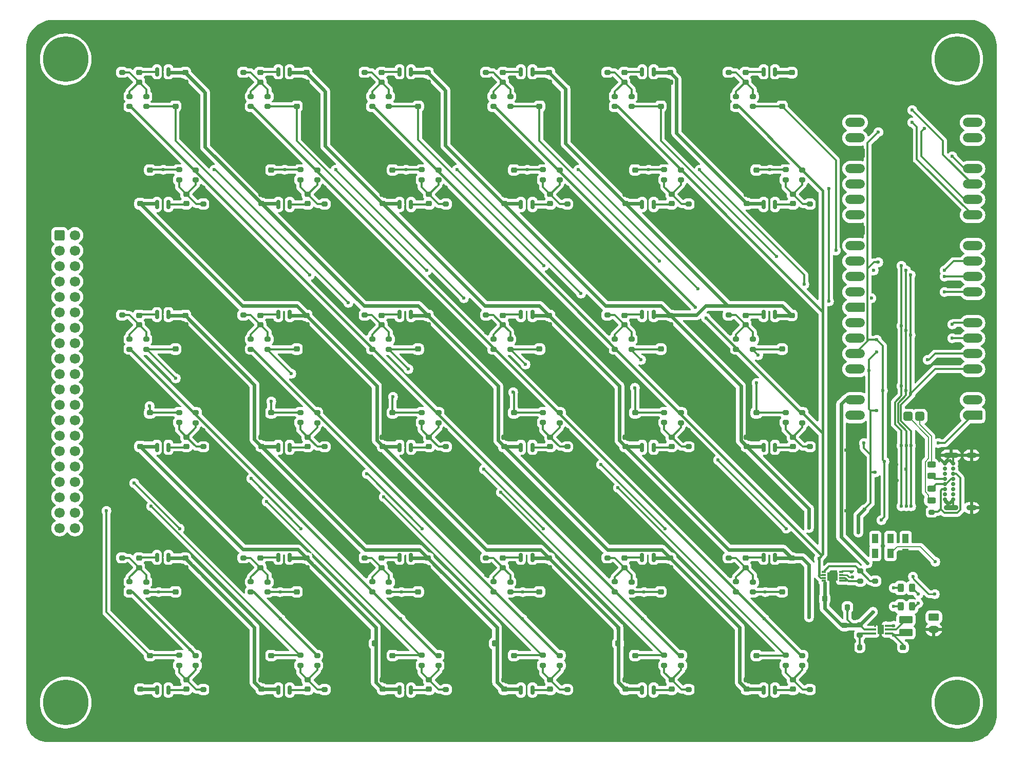
<source format=gbr>
%TF.GenerationSoftware,KiCad,Pcbnew,9.0.1*%
%TF.CreationDate,2025-11-23T11:55:31-07:00*%
%TF.ProjectId,Array,41727261-792e-46b6-9963-61645f706362,rev?*%
%TF.SameCoordinates,Original*%
%TF.FileFunction,Copper,L1,Top*%
%TF.FilePolarity,Positive*%
%FSLAX46Y46*%
G04 Gerber Fmt 4.6, Leading zero omitted, Abs format (unit mm)*
G04 Created by KiCad (PCBNEW 9.0.1) date 2025-11-23 11:55:31*
%MOMM*%
%LPD*%
G01*
G04 APERTURE LIST*
G04 Aperture macros list*
%AMRoundRect*
0 Rectangle with rounded corners*
0 $1 Rounding radius*
0 $2 $3 $4 $5 $6 $7 $8 $9 X,Y pos of 4 corners*
0 Add a 4 corners polygon primitive as box body*
4,1,4,$2,$3,$4,$5,$6,$7,$8,$9,$2,$3,0*
0 Add four circle primitives for the rounded corners*
1,1,$1+$1,$2,$3*
1,1,$1+$1,$4,$5*
1,1,$1+$1,$6,$7*
1,1,$1+$1,$8,$9*
0 Add four rect primitives between the rounded corners*
20,1,$1+$1,$2,$3,$4,$5,0*
20,1,$1+$1,$4,$5,$6,$7,0*
20,1,$1+$1,$6,$7,$8,$9,0*
20,1,$1+$1,$8,$9,$2,$3,0*%
%AMFreePoly0*
4,1,37,0.800000,0.796148,0.878414,0.796148,1.032228,0.765552,1.177117,0.705537,1.307515,0.618408,1.418408,0.507515,1.505537,0.377117,1.565552,0.232228,1.596148,0.078414,1.596148,-0.078414,1.565552,-0.232228,1.505537,-0.377117,1.418408,-0.507515,1.307515,-0.618408,1.177117,-0.705537,1.032228,-0.765552,0.878414,-0.796148,0.800000,-0.796148,0.800000,-0.800000,-1.400000,-0.800000,
-1.403843,-0.796157,-1.439018,-0.796157,-1.511114,-0.766294,-1.566294,-0.711114,-1.596157,-0.639018,-1.596157,-0.603843,-1.600000,-0.600000,-1.600000,0.600000,-1.596157,0.603843,-1.596157,0.639018,-1.566294,0.711114,-1.511114,0.766294,-1.439018,0.796157,-1.403843,0.796157,-1.400000,0.800000,0.800000,0.800000,0.800000,0.796148,0.800000,0.796148,$1*%
%AMFreePoly1*
4,1,37,1.403843,0.796157,1.439018,0.796157,1.511114,0.766294,1.566294,0.711114,1.596157,0.639018,1.596157,0.603843,1.600000,0.600000,1.600000,-0.600000,1.596157,-0.603843,1.596157,-0.639018,1.566294,-0.711114,1.511114,-0.766294,1.439018,-0.796157,1.403843,-0.796157,1.400000,-0.800000,-0.800000,-0.800000,-0.800000,-0.796148,-0.878414,-0.796148,-1.032228,-0.765552,-1.177117,-0.705537,
-1.307515,-0.618408,-1.418408,-0.507515,-1.505537,-0.377117,-1.565552,-0.232228,-1.596148,-0.078414,-1.596148,0.078414,-1.565552,0.232228,-1.505537,0.377117,-1.418408,0.507515,-1.307515,0.618408,-1.177117,0.705537,-1.032228,0.765552,-0.878414,0.796148,-0.800000,0.796148,-0.800000,0.800000,1.400000,0.800000,1.403843,0.796157,1.403843,0.796157,$1*%
G04 Aperture macros list end*
%TA.AperFunction,SMDPad,CuDef*%
%ADD10RoundRect,0.200000X-0.275000X0.200000X-0.275000X-0.200000X0.275000X-0.200000X0.275000X0.200000X0*%
%TD*%
%TA.AperFunction,SMDPad,CuDef*%
%ADD11RoundRect,0.225000X-0.250000X0.225000X-0.250000X-0.225000X0.250000X-0.225000X0.250000X0.225000X0*%
%TD*%
%TA.AperFunction,SMDPad,CuDef*%
%ADD12RoundRect,0.250000X0.850000X-0.375000X0.850000X0.375000X-0.850000X0.375000X-0.850000X-0.375000X0*%
%TD*%
%TA.AperFunction,SMDPad,CuDef*%
%ADD13RoundRect,0.225000X-0.225000X-0.250000X0.225000X-0.250000X0.225000X0.250000X-0.225000X0.250000X0*%
%TD*%
%TA.AperFunction,SMDPad,CuDef*%
%ADD14RoundRect,0.200000X0.200000X0.275000X-0.200000X0.275000X-0.200000X-0.275000X0.200000X-0.275000X0*%
%TD*%
%TA.AperFunction,SMDPad,CuDef*%
%ADD15RoundRect,0.093750X-0.093750X-0.106250X0.093750X-0.106250X0.093750X0.106250X-0.093750X0.106250X0*%
%TD*%
%TA.AperFunction,HeatsinkPad*%
%ADD16R,1.000000X1.600000*%
%TD*%
%TA.AperFunction,SMDPad,CuDef*%
%ADD17RoundRect,0.200000X0.275000X-0.200000X0.275000X0.200000X-0.275000X0.200000X-0.275000X-0.200000X0*%
%TD*%
%TA.AperFunction,SMDPad,CuDef*%
%ADD18R,0.750000X0.300000*%
%TD*%
%TA.AperFunction,SMDPad,CuDef*%
%ADD19R,1.750000X1.450000*%
%TD*%
%TA.AperFunction,SMDPad,CuDef*%
%ADD20RoundRect,0.243750X0.243750X0.456250X-0.243750X0.456250X-0.243750X-0.456250X0.243750X-0.456250X0*%
%TD*%
%TA.AperFunction,ComponentPad*%
%ADD21C,0.700000*%
%TD*%
%TA.AperFunction,ComponentPad*%
%ADD22O,2.400000X0.900000*%
%TD*%
%TA.AperFunction,ComponentPad*%
%ADD23O,1.700000X0.900000*%
%TD*%
%TA.AperFunction,SMDPad,CuDef*%
%ADD24RoundRect,0.243750X0.456250X-0.243750X0.456250X0.243750X-0.456250X0.243750X-0.456250X-0.243750X0*%
%TD*%
%TA.AperFunction,SMDPad,CuDef*%
%ADD25RoundRect,0.243750X-0.456250X0.243750X-0.456250X-0.243750X0.456250X-0.243750X0.456250X0.243750X0*%
%TD*%
%TA.AperFunction,SMDPad,CuDef*%
%ADD26RoundRect,0.225000X0.250000X-0.225000X0.250000X0.225000X-0.250000X0.225000X-0.250000X-0.225000X0*%
%TD*%
%TA.AperFunction,SMDPad,CuDef*%
%ADD27RoundRect,0.150000X0.150000X-0.587500X0.150000X0.587500X-0.150000X0.587500X-0.150000X-0.587500X0*%
%TD*%
%TA.AperFunction,ComponentPad*%
%ADD28C,4.700000*%
%TD*%
%TA.AperFunction,ConnectorPad*%
%ADD29C,7.500000*%
%TD*%
%TA.AperFunction,SMDPad,CuDef*%
%ADD30RoundRect,0.150000X-0.150000X0.587500X-0.150000X-0.587500X0.150000X-0.587500X0.150000X0.587500X0*%
%TD*%
%TA.AperFunction,SMDPad,CuDef*%
%ADD31R,1.000000X1.600000*%
%TD*%
%TA.AperFunction,SMDPad,CuDef*%
%ADD32RoundRect,0.225000X0.225000X0.250000X-0.225000X0.250000X-0.225000X-0.250000X0.225000X-0.250000X0*%
%TD*%
%TA.AperFunction,SMDPad,CuDef*%
%ADD33FreePoly0,180.000000*%
%TD*%
%TA.AperFunction,SMDPad,CuDef*%
%ADD34RoundRect,0.800000X0.800000X0.000010X-0.800000X0.000010X-0.800000X-0.000010X0.800000X-0.000010X0*%
%TD*%
%TA.AperFunction,SMDPad,CuDef*%
%ADD35FreePoly1,180.000000*%
%TD*%
%TA.AperFunction,SMDPad,CuDef*%
%ADD36RoundRect,0.300000X0.450000X0.450000X-0.450000X0.450000X-0.450000X-0.450000X0.450000X-0.450000X0*%
%TD*%
%TA.AperFunction,ComponentPad*%
%ADD37RoundRect,0.250000X-0.600000X-0.600000X0.600000X-0.600000X0.600000X0.600000X-0.600000X0.600000X0*%
%TD*%
%TA.AperFunction,ComponentPad*%
%ADD38C,1.700000*%
%TD*%
%TA.AperFunction,ComponentPad*%
%ADD39RoundRect,0.250000X-0.625000X0.350000X-0.625000X-0.350000X0.625000X-0.350000X0.625000X0.350000X0*%
%TD*%
%TA.AperFunction,ComponentPad*%
%ADD40O,1.750000X1.200000*%
%TD*%
%TA.AperFunction,ViaPad*%
%ADD41C,0.600000*%
%TD*%
%TA.AperFunction,Conductor*%
%ADD42C,0.304800*%
%TD*%
%TA.AperFunction,Conductor*%
%ADD43C,0.609600*%
%TD*%
%TA.AperFunction,Conductor*%
%ADD44C,0.254000*%
%TD*%
%TA.AperFunction,Conductor*%
%ADD45C,0.200000*%
%TD*%
%TA.AperFunction,Conductor*%
%ADD46C,0.203200*%
%TD*%
%TA.AperFunction,Conductor*%
%ADD47C,0.457200*%
%TD*%
G04 APERTURE END LIST*
D10*
%TO.P,R75,1*%
%TO.N,+5v*%
X181249442Y-136473601D03*
%TO.P,R75,2*%
%TO.N,Net-(U43-FB)*%
X181249442Y-138123601D03*
%TD*%
D11*
%TO.P,C116,1*%
%TO.N,Net-(U43-EN)*%
X188361442Y-140155601D03*
%TO.P,C116,2*%
%TO.N,GND*%
X188361442Y-141705601D03*
%TD*%
D12*
%TO.P,L1,1*%
%TO.N,Net-(U43-EN)*%
X188869442Y-137733601D03*
%TO.P,L1,2*%
%TO.N,Net-(U43-SW)*%
X188869442Y-135583601D03*
%TD*%
D13*
%TO.P,C117,1*%
%TO.N,+5v*%
X179191442Y-133551601D03*
%TO.P,C117,2*%
%TO.N,GND*%
X180741442Y-133551601D03*
%TD*%
D11*
%TO.P,C118,1*%
%TO.N,+5v*%
X178709442Y-136573601D03*
%TO.P,C118,2*%
%TO.N,GND*%
X178709442Y-138123601D03*
%TD*%
D14*
%TO.P,R76,1*%
%TO.N,Net-(U43-FB)*%
X181249442Y-140155601D03*
%TO.P,R76,2*%
%TO.N,GND*%
X179599442Y-140155601D03*
%TD*%
D15*
%TO.P,U43,1,GND*%
%TO.N,GND*%
X183789442Y-136599601D03*
%TO.P,U43,2,VOUT*%
%TO.N,+5v*%
X183789442Y-137249601D03*
%TO.P,U43,3,FB*%
%TO.N,Net-(U43-FB)*%
X183789442Y-137899601D03*
%TO.P,U43,4,EN*%
%TO.N,Net-(U43-EN)*%
X185564442Y-137899601D03*
%TO.P,U43,5,SW*%
%TO.N,Net-(U43-SW)*%
X185564442Y-137249601D03*
%TO.P,U43,6,VI*%
%TO.N,Net-(U43-EN)*%
X185564442Y-136599601D03*
D16*
%TO.P,U43,7,GND*%
%TO.N,GND*%
X184676942Y-137249601D03*
%TD*%
D17*
%TO.P,R73,1*%
%TO.N,Net-(U37A--)*%
X181285442Y-129255601D03*
%TO.P,R73,2*%
%TO.N,Net-(U37B-+)*%
X181285442Y-127605601D03*
%TD*%
D13*
%TO.P,C115,1*%
%TO.N,+5v*%
X175447942Y-132168101D03*
%TO.P,C115,2*%
%TO.N,GND*%
X176997942Y-132168101D03*
%TD*%
D17*
%TO.P,R74,1*%
%TO.N,Net-(U37B-+)*%
X183795442Y-129255601D03*
%TO.P,R74,2*%
%TO.N,GND*%
X183795442Y-127605601D03*
%TD*%
D18*
%TO.P,U37,1*%
%TO.N,Net-(U37A--)*%
X178197942Y-129218101D03*
%TO.P,U37,2,-*%
X178197942Y-128718101D03*
%TO.P,U37,3,+*%
%TO.N,Vref*%
X178197942Y-128218101D03*
%TO.P,U37,4,V-*%
%TO.N,GND*%
X178197942Y-127718101D03*
%TO.P,U37,5,+*%
%TO.N,Net-(U37B-+)*%
X175297942Y-127718101D03*
%TO.P,U37,6,-*%
%TO.N,Vref{slash}2*%
X175297942Y-128218101D03*
%TO.P,U37,7*%
X175297942Y-128718101D03*
%TO.P,U37,8,V+*%
%TO.N,+5v*%
X175297942Y-129218101D03*
D19*
%TO.P,U37,9,V-*%
%TO.N,GND*%
X176747942Y-128468101D03*
%TD*%
D20*
%TO.P,D2,1,K*%
%TO.N,Net-(D2-K)*%
X189854442Y-130391601D03*
%TO.P,D2,2,A*%
%TO.N,Net-(D2-A)*%
X187979442Y-130391601D03*
%TD*%
%TO.P,D1,1,K*%
%TO.N,Net-(D1-K)*%
X189854442Y-133447601D03*
%TO.P,D1,2,A*%
%TO.N,Net-(D1-A)*%
X187979442Y-133447601D03*
%TD*%
D17*
%TO.P,R81,1*%
%TO.N,GND*%
X193078442Y-119542601D03*
%TO.P,R81,2*%
%TO.N,Net-(J3-CC1)*%
X193078442Y-117892601D03*
%TD*%
D21*
%TO.P,J3,A1,GND*%
%TO.N,GND*%
X195284442Y-115840601D03*
%TO.P,J3,A4,VBUS*%
%TO.N,Vin*%
X195284442Y-114990601D03*
%TO.P,J3,A5,CC1*%
%TO.N,Net-(J3-CC1)*%
X195284442Y-114140601D03*
%TO.P,J3,A6,D+*%
%TO.N,Net-(D5-A)*%
X195284442Y-113290601D03*
%TO.P,J3,A7,D-*%
%TO.N,Net-(D3-A)*%
X195284442Y-112440601D03*
%TO.P,J3,A8*%
%TO.N,N/C*%
X195284442Y-111590601D03*
%TO.P,J3,A9,VBUS*%
%TO.N,Vin*%
X195284442Y-110740601D03*
%TO.P,J3,A12,GND*%
%TO.N,GND*%
X195284442Y-109890601D03*
%TO.P,J3,B1,GND*%
X196634442Y-109890601D03*
%TO.P,J3,B4,VBUS*%
%TO.N,Vin*%
X196634442Y-110740601D03*
%TO.P,J3,B5,CC2*%
%TO.N,Net-(J3-CC1)*%
X196634442Y-111590601D03*
%TO.P,J3,B6,D+*%
%TO.N,Net-(D5-A)*%
X196634442Y-112440601D03*
%TO.P,J3,B7,D-*%
%TO.N,Net-(D3-A)*%
X196634442Y-113290601D03*
%TO.P,J3,B8*%
%TO.N,N/C*%
X196634442Y-114140601D03*
%TO.P,J3,B9,VBUS*%
%TO.N,Vin*%
X196634442Y-114990601D03*
%TO.P,J3,B12,GND*%
%TO.N,GND*%
X196634442Y-115840601D03*
D22*
%TO.P,J3,S1,SHIELD*%
X196264442Y-117190601D03*
D23*
X199644442Y-117190601D03*
D22*
X196264442Y-108540601D03*
D23*
X199644442Y-108540601D03*
%TD*%
D24*
%TO.P,D5,1,K*%
%TO.N,D+*%
X193040442Y-115932101D03*
%TO.P,D5,2,A*%
%TO.N,Net-(D5-A)*%
X193040442Y-114057101D03*
%TD*%
D25*
%TO.P,D3,1,K*%
%TO.N,D-*%
X193040442Y-110064601D03*
%TO.P,D3,2,A*%
%TO.N,Net-(D3-A)*%
X193040442Y-111939601D03*
%TD*%
D26*
%TO.P,C53,1*%
%TO.N,GND*%
X104204442Y-63071601D03*
%TO.P,C53,2*%
%TO.N,A17*%
X104204442Y-61521601D03*
%TD*%
D11*
%TO.P,C104,1*%
%TO.N,GND*%
X168414442Y-129471601D03*
%TO.P,C104,2*%
%TO.N,A32*%
X168414442Y-131021601D03*
%TD*%
D26*
%TO.P,C75,1*%
%TO.N,Vref*%
X142604442Y-107071601D03*
%TO.P,C75,2*%
%TO.N,GND*%
X142604442Y-105521601D03*
%TD*%
D11*
%TO.P,C25,1*%
%TO.N,Net-(U8-OUT)*%
X82414442Y-125471601D03*
%TO.P,C25,2*%
%TO.N,Net-(C25-Pad2)*%
X82414442Y-127021601D03*
%TD*%
D27*
%TO.P,U33,1,VCC*%
%TO.N,Vref*%
X165359442Y-107209101D03*
%TO.P,U33,2,OUT*%
%TO.N,Net-(U33-OUT)*%
X167259442Y-107209101D03*
%TO.P,U33,3,GND*%
%TO.N,GND*%
X166309442Y-105334101D03*
%TD*%
D28*
%TO.P,REF\u002A\u002A,1*%
%TO.N,N/C*%
X50309442Y-149271601D03*
D29*
X50309442Y-149271601D03*
%TD*%
D28*
%TO.P,REF\u002A\u002A,1*%
%TO.N,N/C*%
X50309442Y-43271601D03*
D29*
X50309442Y-43271601D03*
%TD*%
D17*
%TO.P,R18,1*%
%TO.N,Net-(C28-Pad2)*%
X93004442Y-67121601D03*
%TO.P,R18,2*%
%TO.N,GND*%
X93004442Y-65471601D03*
%TD*%
%TO.P,R41,1*%
%TO.N,Net-(C62-Pad2)*%
X133004442Y-107121601D03*
%TO.P,R41,2*%
%TO.N,GND*%
X133004442Y-105471601D03*
%TD*%
D10*
%TO.P,R40,1*%
%TO.N,Net-(C65-Pad2)*%
X119614442Y-45421601D03*
%TO.P,R40,2*%
%TO.N,GND*%
X119614442Y-47071601D03*
%TD*%
D27*
%TO.P,U35,1,VCC*%
%TO.N,Vref*%
X165359442Y-67209101D03*
%TO.P,U35,2,OUT*%
%TO.N,Net-(U35-OUT)*%
X167259442Y-67209101D03*
%TO.P,U35,3,GND*%
%TO.N,GND*%
X166309442Y-65334101D03*
%TD*%
D10*
%TO.P,R13,1*%
%TO.N,Net-(C27-Pad2)*%
X79614442Y-85421601D03*
%TO.P,R13,2*%
%TO.N,GND*%
X79614442Y-87071601D03*
%TD*%
%TO.P,R61,1*%
%TO.N,Net-(C99-Pad2)*%
X159614442Y-85421601D03*
%TO.P,R61,2*%
%TO.N,GND*%
X159614442Y-87071601D03*
%TD*%
D26*
%TO.P,C92,1*%
%TO.N,Vref*%
X162604442Y-147071601D03*
%TO.P,C92,2*%
%TO.N,GND*%
X162604442Y-145521601D03*
%TD*%
D11*
%TO.P,C78,1*%
%TO.N,Vref*%
X150014442Y-45471601D03*
%TO.P,C78,2*%
%TO.N,GND*%
X150014442Y-47021601D03*
%TD*%
D26*
%TO.P,C62,1*%
%TO.N,Net-(U21-OUT)*%
X130204442Y-107071601D03*
%TO.P,C62,2*%
%TO.N,Net-(C62-Pad2)*%
X130204442Y-105521601D03*
%TD*%
D17*
%TO.P,R17,1*%
%TO.N,Net-(C26-Pad2)*%
X93004442Y-107121601D03*
%TO.P,R17,2*%
%TO.N,GND*%
X93004442Y-105471601D03*
%TD*%
D11*
%TO.P,C86,1*%
%TO.N,GND*%
X148414442Y-129471601D03*
%TO.P,C86,2*%
%TO.N,A26*%
X148414442Y-131021601D03*
%TD*%
%TO.P,C65,1*%
%TO.N,Net-(U24-OUT)*%
X122414442Y-45471601D03*
%TO.P,C65,2*%
%TO.N,Net-(C65-Pad2)*%
X122414442Y-47021601D03*
%TD*%
D30*
%TO.P,U24,1,VCC*%
%TO.N,Vref*%
X127259442Y-45334101D03*
%TO.P,U24,2,OUT*%
%TO.N,Net-(U24-OUT)*%
X125359442Y-45334101D03*
%TO.P,U24,3,GND*%
%TO.N,GND*%
X126309442Y-47209101D03*
%TD*%
D31*
%TO.P,SW1,1,A*%
%TO.N,GND*%
X188789442Y-124663601D03*
%TO.P,SW1,2,B*%
%TO.N,Net-(SW1-B)*%
X186289442Y-124663601D03*
%TO.P,SW1,3*%
%TO.N,N/C*%
X183789442Y-124663601D03*
%TO.P,SW1,4*%
X188789442Y-122263601D03*
%TO.P,SW1,5*%
X186289442Y-122263601D03*
%TO.P,SW1,6*%
X183789442Y-122263601D03*
%TD*%
D11*
%TO.P,C108,1*%
%TO.N,GND*%
X168414442Y-49471601D03*
%TO.P,C108,2*%
%TO.N,A36*%
X168414442Y-51021601D03*
%TD*%
%TO.P,C17,1*%
%TO.N,Net-(U6-OUT)*%
X62414442Y-45471601D03*
%TO.P,C17,2*%
%TO.N,Net-(C17-Pad2)*%
X62414442Y-47021601D03*
%TD*%
%TO.P,C12,1*%
%TO.N,GND*%
X68414442Y-89471601D03*
%TO.P,C12,2*%
%TO.N,A4*%
X68414442Y-91021601D03*
%TD*%
%TO.P,C81,1*%
%TO.N,Net-(U28-OUT)*%
X142414442Y-85471601D03*
%TO.P,C81,2*%
%TO.N,Net-(C81-Pad2)*%
X142414442Y-87021601D03*
%TD*%
D27*
%TO.P,U5,1,VCC*%
%TO.N,Vref*%
X65359442Y-67209101D03*
%TO.P,U5,2,OUT*%
%TO.N,Net-(U5-OUT)*%
X67259442Y-67209101D03*
%TO.P,U5,3,GND*%
%TO.N,GND*%
X66309442Y-65334101D03*
%TD*%
D26*
%TO.P,C77,1*%
%TO.N,Vref*%
X142604442Y-67071601D03*
%TO.P,C77,2*%
%TO.N,GND*%
X142604442Y-65521601D03*
%TD*%
%TO.P,C80,1*%
%TO.N,Net-(U27-OUT)*%
X150204442Y-107071601D03*
%TO.P,C80,2*%
%TO.N,Net-(C80-Pad2)*%
X150204442Y-105521601D03*
%TD*%
D17*
%TO.P,R26,1*%
%TO.N,Net-(C48-Pad2)*%
X113004442Y-147121601D03*
%TO.P,R26,2*%
%TO.N,GND*%
X113004442Y-145471601D03*
%TD*%
D10*
%TO.P,R90,1*%
%TO.N,Vref{slash}2*%
X91775442Y-101504601D03*
%TO.P,R90,2*%
%TO.N,Net-(C26-Pad2)*%
X91775442Y-103154601D03*
%TD*%
D26*
%TO.P,C46,1*%
%TO.N,Net-(U17-OUT)*%
X110204442Y-67071601D03*
%TO.P,C46,2*%
%TO.N,Net-(C46-Pad2)*%
X110204442Y-65521601D03*
%TD*%
D30*
%TO.P,U12,1,VCC*%
%TO.N,Vref*%
X87259442Y-45334101D03*
%TO.P,U12,2,OUT*%
%TO.N,Net-(U12-OUT)*%
X85359442Y-45334101D03*
%TO.P,U12,3,GND*%
%TO.N,GND*%
X86309442Y-47209101D03*
%TD*%
D26*
%TO.P,C69,1*%
%TO.N,GND*%
X124204442Y-103071601D03*
%TO.P,C69,2*%
%TO.N,A21*%
X124204442Y-101521601D03*
%TD*%
%TO.P,C44,1*%
%TO.N,Net-(U15-OUT)*%
X110204442Y-107071601D03*
%TO.P,C44,2*%
%TO.N,Net-(C44-Pad2)*%
X110204442Y-105521601D03*
%TD*%
D10*
%TO.P,R94,1*%
%TO.N,Vref{slash}2*%
X111775442Y-141504601D03*
%TO.P,R94,2*%
%TO.N,Net-(C48-Pad2)*%
X111775442Y-143154601D03*
%TD*%
D11*
%TO.P,C34,1*%
%TO.N,GND*%
X88414442Y-89471601D03*
%TO.P,C34,2*%
%TO.N,A10*%
X88414442Y-91021601D03*
%TD*%
%TO.P,C47,1*%
%TO.N,Net-(U18-OUT)*%
X102414442Y-45471601D03*
%TO.P,C47,2*%
%TO.N,Net-(C47-Pad2)*%
X102414442Y-47021601D03*
%TD*%
D17*
%TO.P,R95,1*%
%TO.N,Vref{slash}2*%
X100843442Y-131038601D03*
%TO.P,R95,2*%
%TO.N,Net-(C43-Pad2)*%
X100843442Y-129388601D03*
%TD*%
%TO.P,R43,1*%
%TO.N,Net-(C66-Pad2)*%
X129004442Y-143121601D03*
%TO.P,R43,2*%
%TO.N,A19*%
X129004442Y-141471601D03*
%TD*%
D26*
%TO.P,C93,1*%
%TO.N,Vref*%
X162604442Y-107071601D03*
%TO.P,C93,2*%
%TO.N,GND*%
X162604442Y-105521601D03*
%TD*%
%TO.P,C38,1*%
%TO.N,Vref*%
X102604442Y-147071601D03*
%TO.P,C38,2*%
%TO.N,GND*%
X102604442Y-145521601D03*
%TD*%
%TO.P,C107,1*%
%TO.N,GND*%
X164204442Y-63071601D03*
%TO.P,C107,2*%
%TO.N,A35*%
X164204442Y-61521601D03*
%TD*%
%TO.P,C14,1*%
%TO.N,Net-(U5-OUT)*%
X70204442Y-67071601D03*
%TO.P,C14,2*%
%TO.N,Net-(C14-Pad2)*%
X70204442Y-65521601D03*
%TD*%
D11*
%TO.P,C32,1*%
%TO.N,GND*%
X88414442Y-129471601D03*
%TO.P,C32,2*%
%TO.N,A8*%
X88414442Y-131021601D03*
%TD*%
D10*
%TO.P,R104,1*%
%TO.N,Vref{slash}2*%
X131775442Y-61504601D03*
%TO.P,R104,2*%
%TO.N,Net-(C64-Pad2)*%
X131775442Y-63154601D03*
%TD*%
D26*
%TO.P,C7,1*%
%TO.N,Vref*%
X62604442Y-107071601D03*
%TO.P,C7,2*%
%TO.N,GND*%
X62604442Y-105521601D03*
%TD*%
D11*
%TO.P,C6,1*%
%TO.N,GND*%
X68414442Y-129471601D03*
%TO.P,C6,2*%
%TO.N,A2*%
X68414442Y-131021601D03*
%TD*%
%TO.P,C11,1*%
%TO.N,Net-(U4-OUT)*%
X62414442Y-85471601D03*
%TO.P,C11,2*%
%TO.N,Net-(C11-Pad2)*%
X62414442Y-87021601D03*
%TD*%
D27*
%TO.P,U7,1,VCC*%
%TO.N,Vref*%
X85359442Y-147209101D03*
%TO.P,U7,2,OUT*%
%TO.N,Net-(U7-OUT)*%
X87259442Y-147209101D03*
%TO.P,U7,3,GND*%
%TO.N,GND*%
X86309442Y-145334101D03*
%TD*%
D10*
%TO.P,R82,1*%
%TO.N,Vref{slash}2*%
X71775442Y-141504601D03*
%TO.P,R82,2*%
%TO.N,Net-(C2-Pad2)*%
X71775442Y-143154601D03*
%TD*%
D32*
%TO.P,C110,1*%
%TO.N,Vref*%
X121064442Y-139535601D03*
%TO.P,C110,2*%
%TO.N,GND*%
X119514442Y-139535601D03*
%TD*%
D11*
%TO.P,C24,1*%
%TO.N,Vref*%
X90014442Y-45471601D03*
%TO.P,C24,2*%
%TO.N,GND*%
X90014442Y-47021601D03*
%TD*%
D17*
%TO.P,R89,1*%
%TO.N,Vref{slash}2*%
X80843442Y-131038601D03*
%TO.P,R89,2*%
%TO.N,Net-(C25-Pad2)*%
X80843442Y-129388601D03*
%TD*%
D11*
%TO.P,C42,1*%
%TO.N,Vref*%
X110014442Y-45471601D03*
%TO.P,C42,2*%
%TO.N,GND*%
X110014442Y-47021601D03*
%TD*%
%TO.P,C61,1*%
%TO.N,Net-(U20-OUT)*%
X122414442Y-125471601D03*
%TO.P,C61,2*%
%TO.N,Net-(C61-Pad2)*%
X122414442Y-127021601D03*
%TD*%
%TO.P,C40,1*%
%TO.N,Vref*%
X110014442Y-85471601D03*
%TO.P,C40,2*%
%TO.N,GND*%
X110014442Y-87021601D03*
%TD*%
D26*
%TO.P,C105,1*%
%TO.N,GND*%
X164204442Y-103071601D03*
%TO.P,C105,2*%
%TO.N,A33*%
X164204442Y-101521601D03*
%TD*%
D10*
%TO.P,R100,1*%
%TO.N,Vref{slash}2*%
X131775442Y-141504601D03*
%TO.P,R100,2*%
%TO.N,Net-(C66-Pad2)*%
X131775442Y-143154601D03*
%TD*%
D17*
%TO.P,R103,1*%
%TO.N,Vref{slash}2*%
X120843442Y-91038601D03*
%TO.P,R103,2*%
%TO.N,Net-(C63-Pad2)*%
X120843442Y-89388601D03*
%TD*%
%TO.P,R91,1*%
%TO.N,Vref{slash}2*%
X80843442Y-91038601D03*
%TO.P,R91,2*%
%TO.N,Net-(C27-Pad2)*%
X80843442Y-89388601D03*
%TD*%
D26*
%TO.P,C82,1*%
%TO.N,Net-(U29-OUT)*%
X150204442Y-67071601D03*
%TO.P,C82,2*%
%TO.N,Net-(C82-Pad2)*%
X150204442Y-65521601D03*
%TD*%
%TO.P,C98,1*%
%TO.N,Net-(U33-OUT)*%
X170204442Y-107071601D03*
%TO.P,C98,2*%
%TO.N,Net-(C98-Pad2)*%
X170204442Y-105521601D03*
%TD*%
D10*
%TO.P,R92,1*%
%TO.N,Vref{slash}2*%
X91775442Y-61504601D03*
%TO.P,R92,2*%
%TO.N,Net-(C28-Pad2)*%
X91775442Y-63154601D03*
%TD*%
D11*
%TO.P,C88,1*%
%TO.N,GND*%
X148414442Y-89471601D03*
%TO.P,C88,2*%
%TO.N,A28*%
X148414442Y-91021601D03*
%TD*%
D17*
%TO.P,R42,1*%
%TO.N,Net-(C64-Pad2)*%
X133004442Y-67121601D03*
%TO.P,R42,2*%
%TO.N,GND*%
X133004442Y-65471601D03*
%TD*%
D11*
%TO.P,C63,1*%
%TO.N,Net-(U22-OUT)*%
X122414442Y-85471601D03*
%TO.P,C63,2*%
%TO.N,Net-(C63-Pad2)*%
X122414442Y-87021601D03*
%TD*%
D30*
%TO.P,U8,1,VCC*%
%TO.N,Vref*%
X87259442Y-125334101D03*
%TO.P,U8,2,OUT*%
%TO.N,Net-(U8-OUT)*%
X85359442Y-125334101D03*
%TO.P,U8,3,GND*%
%TO.N,GND*%
X86309442Y-127209101D03*
%TD*%
D27*
%TO.P,U13,1,VCC*%
%TO.N,Vref*%
X105359442Y-147209101D03*
%TO.P,U13,2,OUT*%
%TO.N,Net-(U13-OUT)*%
X107259442Y-147209101D03*
%TO.P,U13,3,GND*%
%TO.N,GND*%
X106309442Y-145334101D03*
%TD*%
D10*
%TO.P,R88,1*%
%TO.N,Vref{slash}2*%
X91775442Y-141504601D03*
%TO.P,R88,2*%
%TO.N,Net-(C30-Pad2)*%
X91775442Y-143154601D03*
%TD*%
D27*
%TO.P,U11,1,VCC*%
%TO.N,Vref*%
X85359442Y-67209101D03*
%TO.P,U11,2,OUT*%
%TO.N,Net-(U11-OUT)*%
X87259442Y-67209101D03*
%TO.P,U11,3,GND*%
%TO.N,GND*%
X86309442Y-65334101D03*
%TD*%
D11*
%TO.P,C94,1*%
%TO.N,Vref*%
X170014442Y-85471601D03*
%TO.P,C94,2*%
%TO.N,GND*%
X170014442Y-87021601D03*
%TD*%
%TO.P,C54,1*%
%TO.N,GND*%
X108414442Y-49471601D03*
%TO.P,C54,2*%
%TO.N,A18*%
X108414442Y-51021601D03*
%TD*%
%TO.P,C50,1*%
%TO.N,GND*%
X108414442Y-129471601D03*
%TO.P,C50,2*%
%TO.N,A14*%
X108414442Y-131021601D03*
%TD*%
D17*
%TO.P,R6,1*%
%TO.N,Net-(C8-Pad2)*%
X69004442Y-103121601D03*
%TO.P,R6,2*%
%TO.N,A3*%
X69004442Y-101471601D03*
%TD*%
D11*
%TO.P,C96,1*%
%TO.N,Vref*%
X170014442Y-45471601D03*
%TO.P,C96,2*%
%TO.N,GND*%
X170014442Y-47021601D03*
%TD*%
D26*
%TO.P,C67,1*%
%TO.N,GND*%
X124204442Y-143071601D03*
%TO.P,C67,2*%
%TO.N,A19*%
X124204442Y-141521601D03*
%TD*%
D27*
%TO.P,U1,1,VCC*%
%TO.N,Vref*%
X65359442Y-147209101D03*
%TO.P,U1,2,OUT*%
%TO.N,Net-(U1-OUT)*%
X67259442Y-147209101D03*
%TO.P,U1,3,GND*%
%TO.N,GND*%
X66309442Y-145334101D03*
%TD*%
D26*
%TO.P,C85,1*%
%TO.N,GND*%
X144204442Y-143071601D03*
%TO.P,C85,2*%
%TO.N,A25*%
X144204442Y-141521601D03*
%TD*%
D30*
%TO.P,U16,1,VCC*%
%TO.N,Vref*%
X107259442Y-85334101D03*
%TO.P,U16,2,OUT*%
%TO.N,Net-(U16-OUT)*%
X105359442Y-85334101D03*
%TO.P,U16,3,GND*%
%TO.N,GND*%
X106309442Y-87209101D03*
%TD*%
D26*
%TO.P,C13,1*%
%TO.N,Vref*%
X62604442Y-67071601D03*
%TO.P,C13,2*%
%TO.N,GND*%
X62604442Y-65521601D03*
%TD*%
D30*
%TO.P,U28,1,VCC*%
%TO.N,Vref*%
X147259442Y-85334101D03*
%TO.P,U28,2,OUT*%
%TO.N,Net-(U28-OUT)*%
X145359442Y-85334101D03*
%TO.P,U28,3,GND*%
%TO.N,GND*%
X146309442Y-87209101D03*
%TD*%
D33*
%TO.P,A1,1,GPIO0*%
%TO.N,SPI0_MISO*%
X199829442Y-101943601D03*
D34*
%TO.P,A1,2,GPIO1*%
%TO.N,unconnected-(A1-GPIO1-Pad2)*%
X199829442Y-99403601D03*
D35*
%TO.P,A1,3,GND*%
%TO.N,GND*%
X199829442Y-96863601D03*
D34*
%TO.P,A1,4,GPIO2*%
%TO.N,SPI0_SCK*%
X199829442Y-94323601D03*
%TO.P,A1,5,GPIO3*%
%TO.N,SPI0_MOSI*%
X199829442Y-91783601D03*
%TO.P,A1,6,GPIO4*%
%TO.N,CS_1*%
X199829442Y-89243601D03*
%TO.P,A1,7,GPIO5*%
%TO.N,CS_2*%
X199829442Y-86703601D03*
D35*
%TO.P,A1,8,GND*%
%TO.N,GND*%
X199829442Y-84163601D03*
D34*
%TO.P,A1,9,GPIO6*%
%TO.N,CS_3*%
X199829442Y-81623601D03*
%TO.P,A1,10,GPIO7*%
%TO.N,CS_4*%
X199829442Y-79083601D03*
%TO.P,A1,11,GPIO8*%
%TO.N,CS_5*%
X199829442Y-76543601D03*
%TO.P,A1,12,GPIO9*%
%TO.N,unconnected-(A1-GPIO9-Pad12)*%
X199829442Y-74003601D03*
D35*
%TO.P,A1,13,GND*%
%TO.N,GND*%
X199829442Y-71463601D03*
D34*
%TO.P,A1,14,GPIO10*%
%TO.N,SPI1_SCK*%
X199829442Y-68923601D03*
%TO.P,A1,15,GPIO11*%
%TO.N,SPI1_MOSI*%
X199829442Y-66383601D03*
%TO.P,A1,16,GPIO12*%
%TO.N,SPI1_MISO*%
X199829442Y-63843601D03*
%TO.P,A1,17,GPIO13*%
%TO.N,SPI1_CS*%
X199829442Y-61303601D03*
D35*
%TO.P,A1,18,GND*%
%TO.N,GND*%
X199829442Y-58763601D03*
D34*
%TO.P,A1,19,GPIO14*%
%TO.N,unconnected-(A1-GPIO14-Pad19)*%
X199829442Y-56223601D03*
%TO.P,A1,20,GPIO15*%
%TO.N,unconnected-(A1-GPIO15-Pad20)*%
X199829442Y-53683601D03*
%TO.P,A1,21,GPIO16*%
%TO.N,unconnected-(A1-GPIO16-Pad21)*%
X180449442Y-53683601D03*
%TO.P,A1,22,GPIO17*%
%TO.N,unconnected-(A1-GPIO17-Pad22)*%
X180449442Y-56223601D03*
D33*
%TO.P,A1,23,GND*%
%TO.N,GND*%
X180449442Y-58763601D03*
D34*
%TO.P,A1,24,GPIO18*%
%TO.N,unconnected-(A1-GPIO18-Pad24)*%
X180449442Y-61303601D03*
%TO.P,A1,25,GPIO19*%
%TO.N,unconnected-(A1-GPIO19-Pad25)*%
X180449442Y-63843601D03*
%TO.P,A1,26,GPIO20*%
%TO.N,unconnected-(A1-GPIO20-Pad26)*%
X180449442Y-66383601D03*
%TO.P,A1,27,GPIO21*%
%TO.N,unconnected-(A1-GPIO21-Pad27)*%
X180449442Y-68923601D03*
D33*
%TO.P,A1,28,GND*%
%TO.N,GND*%
X180449442Y-71463601D03*
D34*
%TO.P,A1,29,GPIO22*%
%TO.N,unconnected-(A1-GPIO22-Pad29)*%
X180449442Y-74003601D03*
%TO.P,A1,30,RUN*%
%TO.N,unconnected-(A1-RUN-Pad30)*%
X180449442Y-76543601D03*
%TO.P,A1,31,GPIO26_ADC0*%
%TO.N,unconnected-(A1-GPIO26_ADC0-Pad31)*%
X180449442Y-79083601D03*
%TO.P,A1,32,GPIO27_ADC1*%
%TO.N,unconnected-(A1-GPIO27_ADC1-Pad32)*%
X180449442Y-81623601D03*
D33*
%TO.P,A1,33,AGND*%
%TO.N,unconnected-(A1-AGND-Pad33)*%
X180449442Y-84163601D03*
D34*
%TO.P,A1,34,GPIO28_ADC2*%
%TO.N,unconnected-(A1-GPIO28_ADC2-Pad34)*%
X180449442Y-86703601D03*
%TO.P,A1,35,ADC_VREF*%
%TO.N,unconnected-(A1-ADC_VREF-Pad35)*%
X180449442Y-89243601D03*
%TO.P,A1,36,3V3*%
%TO.N,+3V3*%
X180449442Y-91783601D03*
%TO.P,A1,37,3V3_EN*%
%TO.N,unconnected-(A1-3V3_EN-Pad37)*%
X180449442Y-94323601D03*
D33*
%TO.P,A1,38,GND*%
%TO.N,GND*%
X180449442Y-96863601D03*
D34*
%TO.P,A1,39,VSYS*%
%TO.N,+5v*%
X180449442Y-99403601D03*
%TO.P,A1,40,VBUS*%
%TO.N,unconnected-(A1-VBUS-Pad40)*%
X180449442Y-101943601D03*
D36*
%TO.P,A1,TP2,USB_DM*%
%TO.N,D+*%
X189139442Y-102113601D03*
%TO.P,A1,TP3,USB_DP*%
%TO.N,D-*%
X191139442Y-102113601D03*
%TD*%
D10*
%TO.P,R3,1*%
%TO.N,Net-(C5-Pad2)*%
X59614442Y-125421601D03*
%TO.P,R3,2*%
%TO.N,GND*%
X59614442Y-127071601D03*
%TD*%
D17*
%TO.P,R2,1*%
%TO.N,Net-(C2-Pad2)*%
X73004442Y-147121601D03*
%TO.P,R2,2*%
%TO.N,GND*%
X73004442Y-145471601D03*
%TD*%
D27*
%TO.P,U3,1,VCC*%
%TO.N,Vref*%
X65359442Y-107209101D03*
%TO.P,U3,2,OUT*%
%TO.N,Net-(U3-OUT)*%
X67259442Y-107209101D03*
%TO.P,U3,3,GND*%
%TO.N,GND*%
X66309442Y-105334101D03*
%TD*%
D10*
%TO.P,R23,1*%
%TO.N,Net-(C25-Pad2)*%
X83614442Y-129421601D03*
%TO.P,R23,2*%
%TO.N,A8*%
X83614442Y-131071601D03*
%TD*%
D11*
%TO.P,C97,1*%
%TO.N,Net-(U32-OUT)*%
X162414442Y-125471601D03*
%TO.P,C97,2*%
%TO.N,Net-(C97-Pad2)*%
X162414442Y-127021601D03*
%TD*%
D10*
%TO.P,R27,1*%
%TO.N,Net-(C43-Pad2)*%
X99614442Y-125421601D03*
%TO.P,R27,2*%
%TO.N,GND*%
X99614442Y-127071601D03*
%TD*%
D30*
%TO.P,U20,1,VCC*%
%TO.N,Vref*%
X127259442Y-125334101D03*
%TO.P,U20,2,OUT*%
%TO.N,Net-(U20-OUT)*%
X125359442Y-125334101D03*
%TO.P,U20,3,GND*%
%TO.N,GND*%
X126309442Y-127209101D03*
%TD*%
D11*
%TO.P,C58,1*%
%TO.N,Vref*%
X130014442Y-85471601D03*
%TO.P,C58,2*%
%TO.N,GND*%
X130014442Y-87021601D03*
%TD*%
D10*
%TO.P,R64,1*%
%TO.N,Net-(C101-Pad2)*%
X159614442Y-45421601D03*
%TO.P,R64,2*%
%TO.N,GND*%
X159614442Y-47071601D03*
%TD*%
%TO.P,R71,1*%
%TO.N,Net-(C97-Pad2)*%
X163614442Y-129421601D03*
%TO.P,R71,2*%
%TO.N,A32*%
X163614442Y-131071601D03*
%TD*%
D11*
%TO.P,C16,1*%
%TO.N,Vref*%
X70014442Y-45471601D03*
%TO.P,C16,2*%
%TO.N,GND*%
X70014442Y-47021601D03*
%TD*%
D26*
%TO.P,C2,1*%
%TO.N,Net-(U1-OUT)*%
X70204442Y-147071601D03*
%TO.P,C2,2*%
%TO.N,Net-(C2-Pad2)*%
X70204442Y-145521601D03*
%TD*%
%TO.P,C49,1*%
%TO.N,GND*%
X104204442Y-143071601D03*
%TO.P,C49,2*%
%TO.N,A13*%
X104204442Y-141521601D03*
%TD*%
D27*
%TO.P,U17,1,VCC*%
%TO.N,Vref*%
X105359442Y-67209101D03*
%TO.P,U17,2,OUT*%
%TO.N,Net-(U17-OUT)*%
X107259442Y-67209101D03*
%TO.P,U17,3,GND*%
%TO.N,GND*%
X106309442Y-65334101D03*
%TD*%
D26*
%TO.P,C20,1*%
%TO.N,Vref*%
X82604442Y-147071601D03*
%TO.P,C20,2*%
%TO.N,GND*%
X82604442Y-145521601D03*
%TD*%
%TO.P,C21,1*%
%TO.N,Vref*%
X82604442Y-107071601D03*
%TO.P,C21,2*%
%TO.N,GND*%
X82604442Y-105521601D03*
%TD*%
D30*
%TO.P,U36,1,VCC*%
%TO.N,Vref*%
X167259442Y-45334101D03*
%TO.P,U36,2,OUT*%
%TO.N,Net-(U36-OUT)*%
X165359442Y-45334101D03*
%TO.P,U36,3,GND*%
%TO.N,GND*%
X166309442Y-47209101D03*
%TD*%
D17*
%TO.P,R1,1*%
%TO.N,Net-(C2-Pad2)*%
X69004442Y-143121601D03*
%TO.P,R1,2*%
%TO.N,A1*%
X69004442Y-141471601D03*
%TD*%
D11*
%TO.P,C29,1*%
%TO.N,Net-(U12-OUT)*%
X82414442Y-45471601D03*
%TO.P,C29,2*%
%TO.N,Net-(C29-Pad2)*%
X82414442Y-47021601D03*
%TD*%
D10*
%TO.P,R48,1*%
%TO.N,Net-(C65-Pad2)*%
X123614442Y-49421601D03*
%TO.P,R48,2*%
%TO.N,A24*%
X123614442Y-51071601D03*
%TD*%
%TO.P,R72,1*%
%TO.N,Net-(C101-Pad2)*%
X163614442Y-49421601D03*
%TO.P,R72,2*%
%TO.N,A36*%
X163614442Y-51071601D03*
%TD*%
D11*
%TO.P,C79,1*%
%TO.N,Net-(U26-OUT)*%
X142414442Y-125471601D03*
%TO.P,C79,2*%
%TO.N,Net-(C79-Pad2)*%
X142414442Y-127021601D03*
%TD*%
D30*
%TO.P,U10,1,VCC*%
%TO.N,Vref*%
X87259442Y-85334101D03*
%TO.P,U10,2,OUT*%
%TO.N,Net-(U10-OUT)*%
X85359442Y-85334101D03*
%TO.P,U10,3,GND*%
%TO.N,GND*%
X86309442Y-87209101D03*
%TD*%
D17*
%TO.P,R87,1*%
%TO.N,Vref{slash}2*%
X60843442Y-51038601D03*
%TO.P,R87,2*%
%TO.N,Net-(C17-Pad2)*%
X60843442Y-49388601D03*
%TD*%
D10*
%TO.P,R112,1*%
%TO.N,Vref{slash}2*%
X171775442Y-141504601D03*
%TO.P,R112,2*%
%TO.N,Net-(C102-Pad2)*%
X171775442Y-143154601D03*
%TD*%
D11*
%TO.P,C43,1*%
%TO.N,Net-(U14-OUT)*%
X102414442Y-125471601D03*
%TO.P,C43,2*%
%TO.N,Net-(C43-Pad2)*%
X102414442Y-127021601D03*
%TD*%
D17*
%TO.P,R33,1*%
%TO.N,Net-(C44-Pad2)*%
X109004442Y-103121601D03*
%TO.P,R33,2*%
%TO.N,A15*%
X109004442Y-101471601D03*
%TD*%
%TO.P,R107,1*%
%TO.N,Vref{slash}2*%
X140843442Y-131038601D03*
%TO.P,R107,2*%
%TO.N,Net-(C79-Pad2)*%
X140843442Y-129388601D03*
%TD*%
D11*
%TO.P,C68,1*%
%TO.N,GND*%
X128414442Y-129471601D03*
%TO.P,C68,2*%
%TO.N,A20*%
X128414442Y-131021601D03*
%TD*%
D17*
%TO.P,R57,1*%
%TO.N,Net-(C80-Pad2)*%
X149004442Y-103121601D03*
%TO.P,R57,2*%
%TO.N,A27*%
X149004442Y-101471601D03*
%TD*%
D26*
%TO.P,C64,1*%
%TO.N,Net-(U23-OUT)*%
X130204442Y-67071601D03*
%TO.P,C64,2*%
%TO.N,Net-(C64-Pad2)*%
X130204442Y-65521601D03*
%TD*%
D10*
%TO.P,R15,1*%
%TO.N,Net-(C25-Pad2)*%
X79614442Y-125421601D03*
%TO.P,R15,2*%
%TO.N,GND*%
X79614442Y-127071601D03*
%TD*%
%TO.P,R49,1*%
%TO.N,Net-(C81-Pad2)*%
X139614442Y-85421601D03*
%TO.P,R49,2*%
%TO.N,GND*%
X139614442Y-87071601D03*
%TD*%
D17*
%TO.P,R69,1*%
%TO.N,Net-(C98-Pad2)*%
X169004442Y-103121601D03*
%TO.P,R69,2*%
%TO.N,A33*%
X169004442Y-101471601D03*
%TD*%
%TO.P,R19,1*%
%TO.N,Net-(C30-Pad2)*%
X89004442Y-143121601D03*
%TO.P,R19,2*%
%TO.N,A7*%
X89004442Y-141471601D03*
%TD*%
D10*
%TO.P,R51,1*%
%TO.N,Net-(C79-Pad2)*%
X139614442Y-125421601D03*
%TO.P,R51,2*%
%TO.N,GND*%
X139614442Y-127071601D03*
%TD*%
%TO.P,R8,1*%
%TO.N,Net-(C11-Pad2)*%
X63614442Y-89421601D03*
%TO.P,R8,2*%
%TO.N,A4*%
X63614442Y-91071601D03*
%TD*%
D17*
%TO.P,R55,1*%
%TO.N,Net-(C84-Pad2)*%
X149004442Y-143121601D03*
%TO.P,R55,2*%
%TO.N,A25*%
X149004442Y-141471601D03*
%TD*%
D26*
%TO.P,C26,1*%
%TO.N,Net-(U9-OUT)*%
X90204442Y-107071601D03*
%TO.P,C26,2*%
%TO.N,Net-(C26-Pad2)*%
X90204442Y-105521601D03*
%TD*%
D11*
%TO.P,C91,1*%
%TO.N,Vref*%
X170014442Y-125471601D03*
%TO.P,C91,2*%
%TO.N,GND*%
X170014442Y-127021601D03*
%TD*%
D10*
%TO.P,R25,1*%
%TO.N,Net-(C45-Pad2)*%
X99614442Y-85421601D03*
%TO.P,R25,2*%
%TO.N,GND*%
X99614442Y-87071601D03*
%TD*%
D17*
%TO.P,R29,1*%
%TO.N,Net-(C44-Pad2)*%
X113004442Y-107121601D03*
%TO.P,R29,2*%
%TO.N,GND*%
X113004442Y-105471601D03*
%TD*%
D30*
%TO.P,U6,1,VCC*%
%TO.N,Vref*%
X67259442Y-45334101D03*
%TO.P,U6,2,OUT*%
%TO.N,Net-(U6-OUT)*%
X65359442Y-45334101D03*
%TO.P,U6,3,GND*%
%TO.N,GND*%
X66309442Y-47209101D03*
%TD*%
D11*
%TO.P,C76,1*%
%TO.N,Vref*%
X150014442Y-85471601D03*
%TO.P,C76,2*%
%TO.N,GND*%
X150014442Y-87021601D03*
%TD*%
D10*
%TO.P,R116,1*%
%TO.N,Vref{slash}2*%
X171775442Y-61504601D03*
%TO.P,R116,2*%
%TO.N,Net-(C100-Pad2)*%
X171775442Y-63154601D03*
%TD*%
D26*
%TO.P,C41,1*%
%TO.N,Vref*%
X102604442Y-67071601D03*
%TO.P,C41,2*%
%TO.N,GND*%
X102604442Y-65521601D03*
%TD*%
%TO.P,C15,1*%
%TO.N,GND*%
X64204442Y-63071601D03*
%TO.P,C15,2*%
%TO.N,A5*%
X64204442Y-61521601D03*
%TD*%
D27*
%TO.P,U23,1,VCC*%
%TO.N,Vref*%
X125359442Y-67209101D03*
%TO.P,U23,2,OUT*%
%TO.N,Net-(U23-OUT)*%
X127259442Y-67209101D03*
%TO.P,U23,3,GND*%
%TO.N,GND*%
X126309442Y-65334101D03*
%TD*%
D17*
%TO.P,R97,1*%
%TO.N,Vref{slash}2*%
X100843442Y-91038601D03*
%TO.P,R97,2*%
%TO.N,Net-(C45-Pad2)*%
X100843442Y-89388601D03*
%TD*%
D26*
%TO.P,C56,1*%
%TO.N,Vref*%
X122604442Y-147071601D03*
%TO.P,C56,2*%
%TO.N,GND*%
X122604442Y-145521601D03*
%TD*%
D10*
%TO.P,R63,1*%
%TO.N,Net-(C97-Pad2)*%
X159614442Y-125421601D03*
%TO.P,R63,2*%
%TO.N,GND*%
X159614442Y-127071601D03*
%TD*%
D11*
%TO.P,C36,1*%
%TO.N,GND*%
X88414442Y-49471601D03*
%TO.P,C36,2*%
%TO.N,A12*%
X88414442Y-51021601D03*
%TD*%
D10*
%TO.P,R36,1*%
%TO.N,Net-(C47-Pad2)*%
X103614442Y-49421601D03*
%TO.P,R36,2*%
%TO.N,A18*%
X103614442Y-51071601D03*
%TD*%
D17*
%TO.P,R115,1*%
%TO.N,Vref{slash}2*%
X160843442Y-91038601D03*
%TO.P,R115,2*%
%TO.N,Net-(C99-Pad2)*%
X160843442Y-89388601D03*
%TD*%
D11*
%TO.P,C10,1*%
%TO.N,Vref*%
X70014442Y-85471601D03*
%TO.P,C10,2*%
%TO.N,GND*%
X70014442Y-87021601D03*
%TD*%
D17*
%TO.P,R113,1*%
%TO.N,Vref{slash}2*%
X160843442Y-131038601D03*
%TO.P,R113,2*%
%TO.N,Net-(C97-Pad2)*%
X160843442Y-129388601D03*
%TD*%
D10*
%TO.P,R11,1*%
%TO.N,Net-(C17-Pad2)*%
X59614442Y-45421601D03*
%TO.P,R11,2*%
%TO.N,GND*%
X59614442Y-47071601D03*
%TD*%
D11*
%TO.P,C52,1*%
%TO.N,GND*%
X108414442Y-89471601D03*
%TO.P,C52,2*%
%TO.N,A16*%
X108414442Y-91021601D03*
%TD*%
D26*
%TO.P,C33,1*%
%TO.N,GND*%
X84204442Y-103071601D03*
%TO.P,C33,2*%
%TO.N,A9*%
X84204442Y-101521601D03*
%TD*%
D11*
%TO.P,C101,1*%
%TO.N,Net-(U36-OUT)*%
X162414442Y-45471601D03*
%TO.P,C101,2*%
%TO.N,Net-(C101-Pad2)*%
X162414442Y-47021601D03*
%TD*%
%TO.P,C27,1*%
%TO.N,Net-(U10-OUT)*%
X82414442Y-85471601D03*
%TO.P,C27,2*%
%TO.N,Net-(C27-Pad2)*%
X82414442Y-87021601D03*
%TD*%
D17*
%TO.P,R70,1*%
%TO.N,Net-(C100-Pad2)*%
X169004442Y-63121601D03*
%TO.P,R70,2*%
%TO.N,A35*%
X169004442Y-61471601D03*
%TD*%
D26*
%TO.P,C1,1*%
%TO.N,Vref*%
X62604442Y-147071601D03*
%TO.P,C1,2*%
%TO.N,GND*%
X62604442Y-145521601D03*
%TD*%
D17*
%TO.P,R30,1*%
%TO.N,Net-(C46-Pad2)*%
X113004442Y-67121601D03*
%TO.P,R30,2*%
%TO.N,GND*%
X113004442Y-65471601D03*
%TD*%
D10*
%TO.P,R37,1*%
%TO.N,Net-(C63-Pad2)*%
X119614442Y-85421601D03*
%TO.P,R37,2*%
%TO.N,GND*%
X119614442Y-87071601D03*
%TD*%
D17*
%TO.P,R109,1*%
%TO.N,Vref{slash}2*%
X140843442Y-91038601D03*
%TO.P,R109,2*%
%TO.N,Net-(C81-Pad2)*%
X140843442Y-89388601D03*
%TD*%
D37*
%TO.P,J1,1,Pin_1*%
%TO.N,unconnected-(J1-Pin_1-Pad1)*%
X49309442Y-72271601D03*
D38*
%TO.P,J1,2,Pin_2*%
%TO.N,unconnected-(J1-Pin_2-Pad2)*%
X51849442Y-72271601D03*
%TO.P,J1,3,Pin_3*%
%TO.N,unconnected-(J1-Pin_3-Pad3)*%
X49309442Y-74811601D03*
%TO.P,J1,4,Pin_4*%
%TO.N,unconnected-(J1-Pin_4-Pad4)*%
X51849442Y-74811601D03*
%TO.P,J1,5,Pin_5*%
%TO.N,A30*%
X49309442Y-77351601D03*
%TO.P,J1,6,Pin_6*%
%TO.N,A36*%
X51849442Y-77351601D03*
%TO.P,J1,7,Pin_7*%
%TO.N,A18*%
X49309442Y-79891601D03*
%TO.P,J1,8,Pin_8*%
%TO.N,A24*%
X51849442Y-79891601D03*
%TO.P,J1,9,Pin_9*%
%TO.N,A6*%
X49309442Y-82431601D03*
%TO.P,J1,10,Pin_10*%
%TO.N,A12*%
X51849442Y-82431601D03*
%TO.P,J1,11,Pin_11*%
%TO.N,A29*%
X49309442Y-84971601D03*
%TO.P,J1,12,Pin_12*%
%TO.N,A35*%
X51849442Y-84971601D03*
%TO.P,J1,13,Pin_13*%
%TO.N,A17*%
X49309442Y-87511601D03*
%TO.P,J1,14,Pin_14*%
%TO.N,A23*%
X51849442Y-87511601D03*
%TO.P,J1,15,Pin_15*%
%TO.N,A5*%
X49309442Y-90051601D03*
%TO.P,J1,16,Pin_16*%
%TO.N,A11*%
X51849442Y-90051601D03*
%TO.P,J1,17,Pin_17*%
%TO.N,A28*%
X49309442Y-92591601D03*
%TO.P,J1,18,Pin_18*%
%TO.N,A34*%
X51849442Y-92591601D03*
%TO.P,J1,19,Pin_19*%
%TO.N,A16*%
X49309442Y-95131601D03*
%TO.P,J1,20,Pin_20*%
%TO.N,A22*%
X51849442Y-95131601D03*
%TO.P,J1,21,Pin_21*%
%TO.N,A4*%
X49309442Y-97671601D03*
%TO.P,J1,22,Pin_22*%
%TO.N,A10*%
X51849442Y-97671601D03*
%TO.P,J1,23,Pin_23*%
%TO.N,A27*%
X49309442Y-100211601D03*
%TO.P,J1,24,Pin_24*%
%TO.N,A33*%
X51849442Y-100211601D03*
%TO.P,J1,25,Pin_25*%
%TO.N,A15*%
X49309442Y-102751601D03*
%TO.P,J1,26,Pin_26*%
%TO.N,A21*%
X51849442Y-102751601D03*
%TO.P,J1,27,Pin_27*%
%TO.N,A3*%
X49309442Y-105291601D03*
%TO.P,J1,28,Pin_28*%
%TO.N,A9*%
X51849442Y-105291601D03*
%TO.P,J1,29,Pin_29*%
%TO.N,A26*%
X49309442Y-107831601D03*
%TO.P,J1,30,Pin_30*%
%TO.N,A32*%
X51849442Y-107831601D03*
%TO.P,J1,31,Pin_31*%
%TO.N,A14*%
X49309442Y-110371601D03*
%TO.P,J1,32,Pin_32*%
%TO.N,A20*%
X51849442Y-110371601D03*
%TO.P,J1,33,Pin_33*%
%TO.N,A2*%
X49309442Y-112911601D03*
%TO.P,J1,34,Pin_34*%
%TO.N,A8*%
X51849442Y-112911601D03*
%TO.P,J1,35,Pin_35*%
%TO.N,A25*%
X49309442Y-115451601D03*
%TO.P,J1,36,Pin_36*%
%TO.N,A31*%
X51849442Y-115451601D03*
%TO.P,J1,37,Pin_37*%
%TO.N,A13*%
X49309442Y-117991601D03*
%TO.P,J1,38,Pin_38*%
%TO.N,A19*%
X51849442Y-117991601D03*
%TO.P,J1,39,Pin_39*%
%TO.N,A1*%
X49309442Y-120531601D03*
%TO.P,J1,40,Pin_40*%
%TO.N,A7*%
X51849442Y-120531601D03*
%TD*%
D17*
%TO.P,R22,1*%
%TO.N,Net-(C28-Pad2)*%
X89004442Y-63121601D03*
%TO.P,R22,2*%
%TO.N,A11*%
X89004442Y-61471601D03*
%TD*%
D26*
%TO.P,C39,1*%
%TO.N,Vref*%
X102604442Y-107071601D03*
%TO.P,C39,2*%
%TO.N,GND*%
X102604442Y-105521601D03*
%TD*%
D10*
%TO.P,R32,1*%
%TO.N,Net-(C45-Pad2)*%
X103614442Y-89421601D03*
%TO.P,R32,2*%
%TO.N,A16*%
X103614442Y-91071601D03*
%TD*%
D17*
%TO.P,R85,1*%
%TO.N,Vref{slash}2*%
X60843442Y-91038601D03*
%TO.P,R85,2*%
%TO.N,Net-(C11-Pad2)*%
X60843442Y-89388601D03*
%TD*%
D11*
%TO.P,C70,1*%
%TO.N,GND*%
X128414442Y-89471601D03*
%TO.P,C70,2*%
%TO.N,A22*%
X128414442Y-91021601D03*
%TD*%
D10*
%TO.P,R28,1*%
%TO.N,Net-(C47-Pad2)*%
X99614442Y-45421601D03*
%TO.P,R28,2*%
%TO.N,GND*%
X99614442Y-47071601D03*
%TD*%
D17*
%TO.P,R111,1*%
%TO.N,Vref{slash}2*%
X140843442Y-51038601D03*
%TO.P,R111,2*%
%TO.N,Net-(C83-Pad2)*%
X140843442Y-49388601D03*
%TD*%
D11*
%TO.P,C83,1*%
%TO.N,Net-(U30-OUT)*%
X142414442Y-45471601D03*
%TO.P,C83,2*%
%TO.N,Net-(C83-Pad2)*%
X142414442Y-47021601D03*
%TD*%
D17*
%TO.P,R9,1*%
%TO.N,Net-(C14-Pad2)*%
X73004442Y-67121601D03*
%TO.P,R9,2*%
%TO.N,GND*%
X73004442Y-65471601D03*
%TD*%
D26*
%TO.P,C87,1*%
%TO.N,GND*%
X144204442Y-103071601D03*
%TO.P,C87,2*%
%TO.N,A27*%
X144204442Y-101521601D03*
%TD*%
D17*
%TO.P,R83,1*%
%TO.N,Vref{slash}2*%
X60843442Y-131038601D03*
%TO.P,R83,2*%
%TO.N,Net-(C5-Pad2)*%
X60843442Y-129388601D03*
%TD*%
D10*
%TO.P,R60,1*%
%TO.N,Net-(C83-Pad2)*%
X143614442Y-49421601D03*
%TO.P,R60,2*%
%TO.N,A30*%
X143614442Y-51071601D03*
%TD*%
D26*
%TO.P,C8,1*%
%TO.N,Net-(U3-OUT)*%
X70204442Y-107071601D03*
%TO.P,C8,2*%
%TO.N,Net-(C8-Pad2)*%
X70204442Y-105521601D03*
%TD*%
D27*
%TO.P,U31,1,VCC*%
%TO.N,Vref*%
X165359442Y-147209101D03*
%TO.P,U31,2,OUT*%
%TO.N,Net-(U31-OUT)*%
X167259442Y-147209101D03*
%TO.P,U31,3,GND*%
%TO.N,GND*%
X166309442Y-145334101D03*
%TD*%
D17*
%TO.P,R31,1*%
%TO.N,Net-(C48-Pad2)*%
X109004442Y-143121601D03*
%TO.P,R31,2*%
%TO.N,A13*%
X109004442Y-141471601D03*
%TD*%
%TO.P,R65,1*%
%TO.N,Net-(C98-Pad2)*%
X173004442Y-107121601D03*
%TO.P,R65,2*%
%TO.N,GND*%
X173004442Y-105471601D03*
%TD*%
D28*
%TO.P,REF\u002A\u002A,1*%
%TO.N,N/C*%
X197309442Y-149271601D03*
D29*
X197309442Y-149271601D03*
%TD*%
D10*
%TO.P,R59,1*%
%TO.N,Net-(C79-Pad2)*%
X143614442Y-129421601D03*
%TO.P,R59,2*%
%TO.N,A26*%
X143614442Y-131071601D03*
%TD*%
D11*
%TO.P,C99,1*%
%TO.N,Net-(U34-OUT)*%
X162414442Y-85471601D03*
%TO.P,C99,2*%
%TO.N,Net-(C99-Pad2)*%
X162414442Y-87021601D03*
%TD*%
D17*
%TO.P,R38,1*%
%TO.N,Net-(C66-Pad2)*%
X133004442Y-147121601D03*
%TO.P,R38,2*%
%TO.N,GND*%
X133004442Y-145471601D03*
%TD*%
D26*
%TO.P,C66,1*%
%TO.N,Net-(U19-OUT)*%
X130204442Y-147071601D03*
%TO.P,C66,2*%
%TO.N,Net-(C66-Pad2)*%
X130204442Y-145521601D03*
%TD*%
D17*
%TO.P,R34,1*%
%TO.N,Net-(C46-Pad2)*%
X109004442Y-63121601D03*
%TO.P,R34,2*%
%TO.N,A17*%
X109004442Y-61471601D03*
%TD*%
D10*
%TO.P,R20,1*%
%TO.N,Net-(C27-Pad2)*%
X83614442Y-89421601D03*
%TO.P,R20,2*%
%TO.N,A10*%
X83614442Y-91071601D03*
%TD*%
%TO.P,R47,1*%
%TO.N,Net-(C61-Pad2)*%
X123614442Y-129421601D03*
%TO.P,R47,2*%
%TO.N,A20*%
X123614442Y-131071601D03*
%TD*%
D11*
%TO.P,C60,1*%
%TO.N,Vref*%
X130014442Y-45471601D03*
%TO.P,C60,2*%
%TO.N,GND*%
X130014442Y-47021601D03*
%TD*%
D28*
%TO.P,REF\u002A\u002A,1*%
%TO.N,N/C*%
X197309442Y-43271601D03*
D29*
X197309442Y-43271601D03*
%TD*%
D17*
%TO.P,R62,1*%
%TO.N,Net-(C102-Pad2)*%
X173004442Y-147121601D03*
%TO.P,R62,2*%
%TO.N,GND*%
X173004442Y-145471601D03*
%TD*%
%TO.P,R53,1*%
%TO.N,Net-(C80-Pad2)*%
X153004442Y-107121601D03*
%TO.P,R53,2*%
%TO.N,GND*%
X153004442Y-105471601D03*
%TD*%
D10*
%TO.P,R102,1*%
%TO.N,Vref{slash}2*%
X131775442Y-101504601D03*
%TO.P,R102,2*%
%TO.N,Net-(C62-Pad2)*%
X131775442Y-103154601D03*
%TD*%
D17*
%TO.P,R10,1*%
%TO.N,Net-(C14-Pad2)*%
X69004442Y-63121601D03*
%TO.P,R10,2*%
%TO.N,A5*%
X69004442Y-61471601D03*
%TD*%
D26*
%TO.P,C71,1*%
%TO.N,GND*%
X124204442Y-63071601D03*
%TO.P,C71,2*%
%TO.N,A23*%
X124204442Y-61521601D03*
%TD*%
D32*
%TO.P,C111,1*%
%TO.N,Vref*%
X141384442Y-139535601D03*
%TO.P,C111,2*%
%TO.N,GND*%
X139834442Y-139535601D03*
%TD*%
D27*
%TO.P,U19,1,VCC*%
%TO.N,Vref*%
X125359442Y-147209101D03*
%TO.P,U19,2,OUT*%
%TO.N,Net-(U19-OUT)*%
X127259442Y-147209101D03*
%TO.P,U19,3,GND*%
%TO.N,GND*%
X126309442Y-145334101D03*
%TD*%
D26*
%TO.P,C103,1*%
%TO.N,GND*%
X164204442Y-143071601D03*
%TO.P,C103,2*%
%TO.N,A31*%
X164204442Y-141521601D03*
%TD*%
D17*
%TO.P,R46,1*%
%TO.N,Net-(C64-Pad2)*%
X129004442Y-63121601D03*
%TO.P,R46,2*%
%TO.N,A23*%
X129004442Y-61471601D03*
%TD*%
D10*
%TO.P,R86,1*%
%TO.N,Vref{slash}2*%
X71775442Y-61504601D03*
%TO.P,R86,2*%
%TO.N,Net-(C14-Pad2)*%
X71775442Y-63154601D03*
%TD*%
D11*
%TO.P,C73,1*%
%TO.N,Vref*%
X150014442Y-125471601D03*
%TO.P,C73,2*%
%TO.N,GND*%
X150014442Y-127021601D03*
%TD*%
D26*
%TO.P,C95,1*%
%TO.N,Vref*%
X162604442Y-67071601D03*
%TO.P,C95,2*%
%TO.N,GND*%
X162604442Y-65521601D03*
%TD*%
D11*
%TO.P,C5,1*%
%TO.N,Net-(U2-OUT)*%
X62414442Y-125471601D03*
%TO.P,C5,2*%
%TO.N,Net-(C5-Pad2)*%
X62414442Y-127021601D03*
%TD*%
D17*
%TO.P,R45,1*%
%TO.N,Net-(C62-Pad2)*%
X129004442Y-103121601D03*
%TO.P,R45,2*%
%TO.N,A21*%
X129004442Y-101471601D03*
%TD*%
%TO.P,R99,1*%
%TO.N,Vref{slash}2*%
X100843442Y-51038601D03*
%TO.P,R99,2*%
%TO.N,Net-(C47-Pad2)*%
X100843442Y-49388601D03*
%TD*%
D32*
%TO.P,C109,1*%
%TO.N,Vref*%
X101252442Y-139535601D03*
%TO.P,C109,2*%
%TO.N,GND*%
X99702442Y-139535601D03*
%TD*%
D26*
%TO.P,C89,1*%
%TO.N,GND*%
X144204442Y-63071601D03*
%TO.P,C89,2*%
%TO.N,A29*%
X144204442Y-61521601D03*
%TD*%
D10*
%TO.P,R52,1*%
%TO.N,Net-(C83-Pad2)*%
X139614442Y-45421601D03*
%TO.P,R52,2*%
%TO.N,GND*%
X139614442Y-47071601D03*
%TD*%
D39*
%TO.P,J2,1,Pin_1*%
%TO.N,Net-(J2-Pin_1)*%
X193441442Y-135217601D03*
D40*
%TO.P,J2,2,Pin_2*%
%TO.N,GND*%
X193441442Y-137217601D03*
%TD*%
D27*
%TO.P,U27,1,VCC*%
%TO.N,Vref*%
X145359442Y-107209101D03*
%TO.P,U27,2,OUT*%
%TO.N,Net-(U27-OUT)*%
X147259442Y-107209101D03*
%TO.P,U27,3,GND*%
%TO.N,GND*%
X146309442Y-105334101D03*
%TD*%
D17*
%TO.P,R50,1*%
%TO.N,Net-(C84-Pad2)*%
X153004442Y-147121601D03*
%TO.P,R50,2*%
%TO.N,GND*%
X153004442Y-145471601D03*
%TD*%
D27*
%TO.P,U29,1,VCC*%
%TO.N,Vref*%
X145359442Y-67209101D03*
%TO.P,U29,2,OUT*%
%TO.N,Net-(U29-OUT)*%
X147259442Y-67209101D03*
%TO.P,U29,3,GND*%
%TO.N,GND*%
X146309442Y-65334101D03*
%TD*%
D26*
%TO.P,C100,1*%
%TO.N,Net-(U35-OUT)*%
X170204442Y-67071601D03*
%TO.P,C100,2*%
%TO.N,Net-(C100-Pad2)*%
X170204442Y-65521601D03*
%TD*%
D17*
%TO.P,R93,1*%
%TO.N,Vref{slash}2*%
X80843442Y-51038601D03*
%TO.P,R93,2*%
%TO.N,Net-(C29-Pad2)*%
X80843442Y-49388601D03*
%TD*%
%TO.P,R101,1*%
%TO.N,Vref{slash}2*%
X120843442Y-131038601D03*
%TO.P,R101,2*%
%TO.N,Net-(C61-Pad2)*%
X120843442Y-129388601D03*
%TD*%
%TO.P,R58,1*%
%TO.N,Net-(C82-Pad2)*%
X149004442Y-63121601D03*
%TO.P,R58,2*%
%TO.N,A29*%
X149004442Y-61471601D03*
%TD*%
D26*
%TO.P,C51,1*%
%TO.N,GND*%
X104204442Y-103071601D03*
%TO.P,C51,2*%
%TO.N,A15*%
X104204442Y-101521601D03*
%TD*%
D27*
%TO.P,U15,1,VCC*%
%TO.N,Vref*%
X105359442Y-107209101D03*
%TO.P,U15,2,OUT*%
%TO.N,Net-(U15-OUT)*%
X107259442Y-107209101D03*
%TO.P,U15,3,GND*%
%TO.N,GND*%
X106309442Y-105334101D03*
%TD*%
D26*
%TO.P,C30,1*%
%TO.N,Net-(U7-OUT)*%
X90204442Y-147071601D03*
%TO.P,C30,2*%
%TO.N,Net-(C30-Pad2)*%
X90204442Y-145521601D03*
%TD*%
D30*
%TO.P,U34,1,VCC*%
%TO.N,Vref*%
X167259442Y-85334101D03*
%TO.P,U34,2,OUT*%
%TO.N,Net-(U34-OUT)*%
X165359442Y-85334101D03*
%TO.P,U34,3,GND*%
%TO.N,GND*%
X166309442Y-87209101D03*
%TD*%
D11*
%TO.P,C4,1*%
%TO.N,Vref*%
X70014442Y-125471601D03*
%TO.P,C4,2*%
%TO.N,GND*%
X70014442Y-127021601D03*
%TD*%
D17*
%TO.P,R66,1*%
%TO.N,Net-(C100-Pad2)*%
X173004442Y-67121601D03*
%TO.P,R66,2*%
%TO.N,GND*%
X173004442Y-65471601D03*
%TD*%
D30*
%TO.P,U26,1,VCC*%
%TO.N,Vref*%
X147259442Y-125334101D03*
%TO.P,U26,2,OUT*%
%TO.N,Net-(U26-OUT)*%
X145359442Y-125334101D03*
%TO.P,U26,3,GND*%
%TO.N,GND*%
X146309442Y-127209101D03*
%TD*%
D11*
%TO.P,C72,1*%
%TO.N,GND*%
X128414442Y-49471601D03*
%TO.P,C72,2*%
%TO.N,A24*%
X128414442Y-51021601D03*
%TD*%
D26*
%TO.P,C102,1*%
%TO.N,Net-(U31-OUT)*%
X170204442Y-147071601D03*
%TO.P,C102,2*%
%TO.N,Net-(C102-Pad2)*%
X170204442Y-145521601D03*
%TD*%
D30*
%TO.P,U30,1,VCC*%
%TO.N,Vref*%
X147259442Y-45334101D03*
%TO.P,U30,2,OUT*%
%TO.N,Net-(U30-OUT)*%
X145359442Y-45334101D03*
%TO.P,U30,3,GND*%
%TO.N,GND*%
X146309442Y-47209101D03*
%TD*%
D17*
%TO.P,R21,1*%
%TO.N,Net-(C26-Pad2)*%
X89004442Y-103121601D03*
%TO.P,R21,2*%
%TO.N,A9*%
X89004442Y-101471601D03*
%TD*%
D10*
%TO.P,R110,1*%
%TO.N,Vref{slash}2*%
X151775442Y-61504601D03*
%TO.P,R110,2*%
%TO.N,Net-(C82-Pad2)*%
X151775442Y-63154601D03*
%TD*%
D11*
%TO.P,C19,1*%
%TO.N,Vref*%
X90014442Y-125471601D03*
%TO.P,C19,2*%
%TO.N,GND*%
X90014442Y-127021601D03*
%TD*%
D26*
%TO.P,C31,1*%
%TO.N,GND*%
X84204442Y-143071601D03*
%TO.P,C31,2*%
%TO.N,A7*%
X84204442Y-141521601D03*
%TD*%
D17*
%TO.P,R105,1*%
%TO.N,Vref{slash}2*%
X120843442Y-51038601D03*
%TO.P,R105,2*%
%TO.N,Net-(C65-Pad2)*%
X120843442Y-49388601D03*
%TD*%
D10*
%TO.P,R44,1*%
%TO.N,Net-(C63-Pad2)*%
X123614442Y-89421601D03*
%TO.P,R44,2*%
%TO.N,A22*%
X123614442Y-91071601D03*
%TD*%
D11*
%TO.P,C37,1*%
%TO.N,Vref*%
X110014442Y-125471601D03*
%TO.P,C37,2*%
%TO.N,GND*%
X110014442Y-127021601D03*
%TD*%
%TO.P,C90,1*%
%TO.N,GND*%
X148414442Y-49471601D03*
%TO.P,C90,2*%
%TO.N,A30*%
X148414442Y-51021601D03*
%TD*%
D10*
%TO.P,R106,1*%
%TO.N,Vref{slash}2*%
X151775442Y-141504601D03*
%TO.P,R106,2*%
%TO.N,Net-(C84-Pad2)*%
X151775442Y-143154601D03*
%TD*%
D26*
%TO.P,C59,1*%
%TO.N,Vref*%
X122604442Y-67071601D03*
%TO.P,C59,2*%
%TO.N,GND*%
X122604442Y-65521601D03*
%TD*%
%TO.P,C74,1*%
%TO.N,Vref*%
X142604442Y-147071601D03*
%TO.P,C74,2*%
%TO.N,GND*%
X142604442Y-145521601D03*
%TD*%
D10*
%TO.P,R96,1*%
%TO.N,Vref{slash}2*%
X111775442Y-101504601D03*
%TO.P,R96,2*%
%TO.N,Net-(C44-Pad2)*%
X111775442Y-103154601D03*
%TD*%
D27*
%TO.P,U21,1,VCC*%
%TO.N,Vref*%
X125359442Y-107209101D03*
%TO.P,U21,2,OUT*%
%TO.N,Net-(U21-OUT)*%
X127259442Y-107209101D03*
%TO.P,U21,3,GND*%
%TO.N,GND*%
X126309442Y-105334101D03*
%TD*%
D30*
%TO.P,U14,1,VCC*%
%TO.N,Vref*%
X107259442Y-125334101D03*
%TO.P,U14,2,OUT*%
%TO.N,Net-(U14-OUT)*%
X105359442Y-125334101D03*
%TO.P,U14,3,GND*%
%TO.N,GND*%
X106309442Y-127209101D03*
%TD*%
D11*
%TO.P,C55,1*%
%TO.N,Vref*%
X130014442Y-125471601D03*
%TO.P,C55,2*%
%TO.N,GND*%
X130014442Y-127021601D03*
%TD*%
D30*
%TO.P,U2,1,VCC*%
%TO.N,Vref*%
X67259442Y-125334101D03*
%TO.P,U2,2,OUT*%
%TO.N,Net-(U2-OUT)*%
X65359442Y-125334101D03*
%TO.P,U2,3,GND*%
%TO.N,GND*%
X66309442Y-127209101D03*
%TD*%
D10*
%TO.P,R35,1*%
%TO.N,Net-(C43-Pad2)*%
X103614442Y-129421601D03*
%TO.P,R35,2*%
%TO.N,A14*%
X103614442Y-131071601D03*
%TD*%
D26*
%TO.P,C84,1*%
%TO.N,Net-(U25-OUT)*%
X150204442Y-147071601D03*
%TO.P,C84,2*%
%TO.N,Net-(C84-Pad2)*%
X150204442Y-145521601D03*
%TD*%
%TO.P,C23,1*%
%TO.N,Vref*%
X82604442Y-67071601D03*
%TO.P,C23,2*%
%TO.N,GND*%
X82604442Y-65521601D03*
%TD*%
D30*
%TO.P,U4,1,VCC*%
%TO.N,Vref*%
X67259442Y-85334101D03*
%TO.P,U4,2,OUT*%
%TO.N,Net-(U4-OUT)*%
X65359442Y-85334101D03*
%TO.P,U4,3,GND*%
%TO.N,GND*%
X66309442Y-87209101D03*
%TD*%
D10*
%TO.P,R84,1*%
%TO.N,Vref{slash}2*%
X71775442Y-101504601D03*
%TO.P,R84,2*%
%TO.N,Net-(C8-Pad2)*%
X71775442Y-103154601D03*
%TD*%
D17*
%TO.P,R5,1*%
%TO.N,Net-(C8-Pad2)*%
X73004442Y-107121601D03*
%TO.P,R5,2*%
%TO.N,GND*%
X73004442Y-105471601D03*
%TD*%
D10*
%TO.P,R16,1*%
%TO.N,Net-(C29-Pad2)*%
X79614442Y-45421601D03*
%TO.P,R16,2*%
%TO.N,GND*%
X79614442Y-47071601D03*
%TD*%
D30*
%TO.P,U22,1,VCC*%
%TO.N,Vref*%
X127259442Y-85334101D03*
%TO.P,U22,2,OUT*%
%TO.N,Net-(U22-OUT)*%
X125359442Y-85334101D03*
%TO.P,U22,3,GND*%
%TO.N,GND*%
X126309442Y-87209101D03*
%TD*%
D10*
%TO.P,R98,1*%
%TO.N,Vref{slash}2*%
X111775442Y-61504601D03*
%TO.P,R98,2*%
%TO.N,Net-(C46-Pad2)*%
X111775442Y-63154601D03*
%TD*%
%TO.P,R56,1*%
%TO.N,Net-(C81-Pad2)*%
X143614442Y-89421601D03*
%TO.P,R56,2*%
%TO.N,A28*%
X143614442Y-91071601D03*
%TD*%
D26*
%TO.P,C9,1*%
%TO.N,GND*%
X64204442Y-103071601D03*
%TO.P,C9,2*%
%TO.N,A3*%
X64204442Y-101521601D03*
%TD*%
D30*
%TO.P,U32,1,VCC*%
%TO.N,Vref*%
X167259442Y-125334101D03*
%TO.P,U32,2,OUT*%
%TO.N,Net-(U32-OUT)*%
X165359442Y-125334101D03*
%TO.P,U32,3,GND*%
%TO.N,GND*%
X166309442Y-127209101D03*
%TD*%
D10*
%TO.P,R7,1*%
%TO.N,Net-(C11-Pad2)*%
X59614442Y-85421601D03*
%TO.P,R7,2*%
%TO.N,GND*%
X59614442Y-87071601D03*
%TD*%
D30*
%TO.P,U18,1,VCC*%
%TO.N,Vref*%
X107259442Y-45334101D03*
%TO.P,U18,2,OUT*%
%TO.N,Net-(U18-OUT)*%
X105359442Y-45334101D03*
%TO.P,U18,3,GND*%
%TO.N,GND*%
X106309442Y-47209101D03*
%TD*%
D17*
%TO.P,R117,1*%
%TO.N,Vref{slash}2*%
X160843442Y-51038601D03*
%TO.P,R117,2*%
%TO.N,Net-(C101-Pad2)*%
X160843442Y-49388601D03*
%TD*%
D26*
%TO.P,C48,1*%
%TO.N,Net-(U13-OUT)*%
X110204442Y-147071601D03*
%TO.P,C48,2*%
%TO.N,Net-(C48-Pad2)*%
X110204442Y-145521601D03*
%TD*%
D11*
%TO.P,C106,1*%
%TO.N,GND*%
X168414442Y-89471601D03*
%TO.P,C106,2*%
%TO.N,A34*%
X168414442Y-91021601D03*
%TD*%
D27*
%TO.P,U9,1,VCC*%
%TO.N,Vref*%
X85359442Y-107209101D03*
%TO.P,U9,2,OUT*%
%TO.N,Net-(U9-OUT)*%
X87259442Y-107209101D03*
%TO.P,U9,3,GND*%
%TO.N,GND*%
X86309442Y-105334101D03*
%TD*%
D10*
%TO.P,R39,1*%
%TO.N,Net-(C61-Pad2)*%
X119614442Y-125421601D03*
%TO.P,R39,2*%
%TO.N,GND*%
X119614442Y-127071601D03*
%TD*%
%TO.P,R4,1*%
%TO.N,Net-(C5-Pad2)*%
X63614442Y-129421601D03*
%TO.P,R4,2*%
%TO.N,A2*%
X63614442Y-131071601D03*
%TD*%
%TO.P,R12,1*%
%TO.N,Net-(C17-Pad2)*%
X63614442Y-49421601D03*
%TO.P,R12,2*%
%TO.N,A6*%
X63614442Y-51071601D03*
%TD*%
D26*
%TO.P,C28,1*%
%TO.N,Net-(U11-OUT)*%
X90204442Y-67071601D03*
%TO.P,C28,2*%
%TO.N,Net-(C28-Pad2)*%
X90204442Y-65521601D03*
%TD*%
D10*
%TO.P,R114,1*%
%TO.N,Vref{slash}2*%
X171775442Y-101504601D03*
%TO.P,R114,2*%
%TO.N,Net-(C98-Pad2)*%
X171775442Y-103154601D03*
%TD*%
%TO.P,R108,1*%
%TO.N,Vref{slash}2*%
X151775442Y-101504601D03*
%TO.P,R108,2*%
%TO.N,Net-(C80-Pad2)*%
X151775442Y-103154601D03*
%TD*%
D17*
%TO.P,R54,1*%
%TO.N,Net-(C82-Pad2)*%
X153004442Y-67121601D03*
%TO.P,R54,2*%
%TO.N,GND*%
X153004442Y-65471601D03*
%TD*%
D10*
%TO.P,R24,1*%
%TO.N,Net-(C29-Pad2)*%
X83614442Y-49421601D03*
%TO.P,R24,2*%
%TO.N,A12*%
X83614442Y-51071601D03*
%TD*%
D26*
%TO.P,C57,1*%
%TO.N,Vref*%
X122604442Y-107071601D03*
%TO.P,C57,2*%
%TO.N,GND*%
X122604442Y-105521601D03*
%TD*%
D11*
%TO.P,C22,1*%
%TO.N,Vref*%
X90014442Y-85471601D03*
%TO.P,C22,2*%
%TO.N,GND*%
X90014442Y-87021601D03*
%TD*%
D17*
%TO.P,R67,1*%
%TO.N,Net-(C102-Pad2)*%
X169004442Y-143121601D03*
%TO.P,R67,2*%
%TO.N,A31*%
X169004442Y-141471601D03*
%TD*%
%TO.P,R14,1*%
%TO.N,Net-(C30-Pad2)*%
X93004442Y-147121601D03*
%TO.P,R14,2*%
%TO.N,GND*%
X93004442Y-145471601D03*
%TD*%
D27*
%TO.P,U25,1,VCC*%
%TO.N,Vref*%
X145359442Y-147209101D03*
%TO.P,U25,2,OUT*%
%TO.N,Net-(U25-OUT)*%
X147259442Y-147209101D03*
%TO.P,U25,3,GND*%
%TO.N,GND*%
X146309442Y-145334101D03*
%TD*%
D11*
%TO.P,C45,1*%
%TO.N,Net-(U16-OUT)*%
X102414442Y-85471601D03*
%TO.P,C45,2*%
%TO.N,Net-(C45-Pad2)*%
X102414442Y-87021601D03*
%TD*%
D26*
%TO.P,C3,1*%
%TO.N,GND*%
X64204442Y-143071601D03*
%TO.P,C3,2*%
%TO.N,A1*%
X64204442Y-141521601D03*
%TD*%
D11*
%TO.P,C18,1*%
%TO.N,GND*%
X68414442Y-49471601D03*
%TO.P,C18,2*%
%TO.N,A6*%
X68414442Y-51021601D03*
%TD*%
D10*
%TO.P,R68,1*%
%TO.N,Net-(C99-Pad2)*%
X163614442Y-89421601D03*
%TO.P,R68,2*%
%TO.N,A34*%
X163614442Y-91071601D03*
%TD*%
D26*
%TO.P,C35,1*%
%TO.N,GND*%
X84204442Y-63071601D03*
%TO.P,C35,2*%
%TO.N,A11*%
X84204442Y-61521601D03*
%TD*%
D41*
%TO.N,Net-(U43-EN)*%
X186837442Y-138123601D03*
X186837442Y-136599601D03*
%TO.N,GND*%
X183795442Y-126320601D03*
%TO.N,Vref*%
X180047942Y-128568101D03*
%TO.N,GND*%
X179878442Y-127698601D03*
%TO.N,Net-(D2-K)*%
X190901442Y-131407601D03*
%TO.N,+5v*%
X193604942Y-131407601D03*
%TO.N,Net-(D2-A)*%
X186837442Y-130391601D03*
%TO.N,Net-(D1-K)*%
X190879691Y-132909850D03*
%TO.N,+5v*%
X183401442Y-134321601D03*
%TO.N,Net-(D1-A)*%
X186837442Y-133447601D03*
%TO.N,+5v*%
X190011442Y-128511601D03*
%TO.N,+3V3*%
X184297442Y-76726601D03*
X184309442Y-55271601D03*
X185306842Y-109557001D03*
X184805442Y-119215601D03*
X185059442Y-97879601D03*
X184043442Y-89497601D03*
%TO.N,GND*%
X93004442Y-104296601D03*
X134513442Y-101943601D03*
X98953442Y-120739601D03*
X104033442Y-120739601D03*
X76093442Y-87211601D03*
X67965442Y-68923601D03*
X191155442Y-85179601D03*
X164204442Y-64296601D03*
X108414442Y-128246601D03*
X78633442Y-87211601D03*
X144204442Y-64296601D03*
X114701442Y-101943601D03*
X193441442Y-98387601D03*
X139614442Y-128246601D03*
X64204442Y-104296601D03*
X79649442Y-101943601D03*
X194203442Y-97625601D03*
X195219442Y-129883601D03*
X153004442Y-144296601D03*
X130957442Y-68923601D03*
X192552442Y-99276601D03*
X119614442Y-48246601D03*
X128414442Y-48246601D03*
X195981442Y-71463601D03*
X139614442Y-88246601D03*
X118765442Y-139535601D03*
X190901442Y-105753601D03*
X99614442Y-48246601D03*
X133004442Y-104296601D03*
X139593442Y-101943601D03*
X187091442Y-90513601D03*
X133497442Y-68923601D03*
X168414442Y-88246601D03*
X73045442Y-68923601D03*
X124353442Y-120739601D03*
X99614442Y-88246601D03*
X113004442Y-104296601D03*
X68414442Y-128246601D03*
X173004442Y-64296601D03*
X59614442Y-48246601D03*
X98953442Y-139535601D03*
X188615442Y-74765601D03*
X119614442Y-88246601D03*
X68414442Y-88246601D03*
X139085442Y-139535601D03*
X73004442Y-64296601D03*
X104204442Y-104296601D03*
X64204442Y-64296601D03*
X148414442Y-48246601D03*
X93004442Y-144615601D03*
X77109442Y-101943601D03*
X113004442Y-144296601D03*
X88414442Y-48246601D03*
X88414442Y-88246601D03*
X164204442Y-144296601D03*
X113004442Y-64296601D03*
X99969442Y-101943601D03*
X179471442Y-131153601D03*
X144204442Y-104296601D03*
X159913442Y-101943601D03*
X133004442Y-144296601D03*
X164204442Y-104296601D03*
X176931442Y-92545601D03*
X148414442Y-128246601D03*
X159405442Y-120739601D03*
X139614442Y-48246601D03*
X94889442Y-101943601D03*
X78633442Y-120739601D03*
X161945442Y-120739601D03*
X159614442Y-88246601D03*
X154833442Y-101943601D03*
X144165442Y-120739601D03*
X93873442Y-68923601D03*
X91333442Y-68923601D03*
X64204442Y-144296601D03*
X159614442Y-128246601D03*
X70505442Y-68923601D03*
X153004442Y-104296601D03*
X81173442Y-120739601D03*
X108414442Y-48246601D03*
X59614442Y-88246601D03*
X79614442Y-48246601D03*
X124204442Y-64296601D03*
X124204442Y-104296601D03*
X121813442Y-120739601D03*
X84204442Y-64296601D03*
X144204442Y-144296601D03*
X178963442Y-107691601D03*
X108414442Y-88246601D03*
X124204442Y-144296601D03*
X84204442Y-104296601D03*
X176931442Y-56985601D03*
X99614442Y-128246601D03*
X83713442Y-120739601D03*
X128414442Y-88246601D03*
X74569442Y-101943601D03*
X79614442Y-128246601D03*
X104204442Y-144296601D03*
X176470126Y-86402917D03*
X141625442Y-120739601D03*
X88414442Y-128246601D03*
X173004442Y-104296601D03*
X154833442Y-68415601D03*
X88793442Y-68923601D03*
X93004442Y-64296601D03*
X73004442Y-144615601D03*
X191155442Y-81115601D03*
X149753442Y-68415601D03*
X73553442Y-87211601D03*
X177185442Y-97625601D03*
X148414442Y-88246601D03*
X119614442Y-128246601D03*
X133004442Y-64296601D03*
X119273442Y-120739601D03*
X177693442Y-78829601D03*
X187385345Y-112634742D03*
X101493442Y-120739601D03*
X137053442Y-101943601D03*
X128414442Y-128246601D03*
X119781442Y-101943601D03*
X84204442Y-144296601D03*
X168414442Y-128246601D03*
X152293442Y-68415601D03*
X164485442Y-120739601D03*
X139085442Y-120739601D03*
X173004442Y-144296601D03*
X68414442Y-48246601D03*
X191663442Y-100165601D03*
X110637442Y-68923601D03*
X178963442Y-117691601D03*
X108097442Y-68923601D03*
X191155442Y-91529601D03*
X59614442Y-128246601D03*
X79614442Y-88246601D03*
X117241442Y-101943601D03*
X157373442Y-101943601D03*
X187345442Y-110071601D03*
X168414442Y-48246601D03*
X113177442Y-68923601D03*
X128417442Y-68923601D03*
X153004442Y-64296601D03*
X73004442Y-104296601D03*
X97429442Y-101943601D03*
X194711442Y-130645601D03*
X104204442Y-64296601D03*
%TO.N,Vref{slash}2*%
X70790942Y-140520101D03*
X165501442Y-135471601D03*
X154113407Y-84121636D03*
X105557442Y-135471601D03*
X125623442Y-135471601D03*
X145435442Y-135471601D03*
X155891407Y-85899636D03*
X174493342Y-125565601D03*
X85745442Y-135471601D03*
%TO.N,SPI1_MISO*%
X189885442Y-51651601D03*
%TO.N,SPI0_SCK*%
X189631442Y-78829601D03*
X189707448Y-116929601D03*
X189631442Y-98387601D03*
X189688289Y-106933146D03*
X189631442Y-88735601D03*
%TO.N,SPI1_MOSI*%
X191917442Y-54699601D03*
%TO.N,SPI0_MISO*%
X188907445Y-116929601D03*
X188869442Y-97879601D03*
X188888286Y-106933146D03*
X188869442Y-78067601D03*
X188869442Y-87973601D03*
X194203442Y-106515601D03*
X188869442Y-110833601D03*
%TO.N,+5v*%
X180233442Y-136573601D03*
X182519442Y-126327601D03*
%TO.N,CS_5*%
X195219442Y-78067601D03*
%TO.N,CS_4*%
X195219442Y-79083601D03*
%TO.N,SPI1_SCK*%
X189885442Y-53683601D03*
%TO.N,SPI0_MOSI*%
X188088283Y-106933146D03*
X188107442Y-87211601D03*
X188107442Y-116929601D03*
X188107442Y-97117601D03*
X192425442Y-92799601D03*
X188107442Y-77305601D03*
%TO.N,CS_2*%
X196489442Y-86957601D03*
%TO.N,CS_1*%
X196489442Y-89243601D03*
%TO.N,SPI1_CS*%
X196489442Y-59271601D03*
%TO.N,CS_3*%
X195219442Y-81623601D03*
%TO.N,Vref*%
X142641442Y-147071601D03*
X172867442Y-126581601D03*
X62604442Y-147071601D03*
X62604442Y-147071601D03*
X161437442Y-136995601D03*
X163977442Y-67071601D03*
X184043442Y-91529601D03*
X122604442Y-147071601D03*
X122604442Y-147071601D03*
X172867442Y-120485601D03*
X182773442Y-94577601D03*
X102604442Y-147071601D03*
X148737442Y-45471601D03*
X183171842Y-82639601D03*
X180995442Y-121247601D03*
X181898439Y-106507164D03*
X101437442Y-136995601D03*
X143911442Y-67071601D03*
X172867442Y-135217601D03*
X81437442Y-136995601D03*
X102604442Y-147071601D03*
X184043442Y-101181601D03*
X183789442Y-111341601D03*
X121437442Y-136995601D03*
X141371442Y-136995601D03*
X183535442Y-78067601D03*
X162604442Y-147071601D03*
X142604442Y-147071601D03*
X168803442Y-45471601D03*
X82697442Y-147071601D03*
X182011442Y-117437601D03*
%TO.N,A1*%
X57043442Y-117691601D03*
%TO.N,A2*%
X65679442Y-131071601D03*
X61615442Y-113119601D03*
X69108442Y-120612601D03*
%TO.N,A3*%
X64155442Y-100419601D03*
%TO.N,A4*%
X68473442Y-95847601D03*
%TO.N,A5*%
X96921442Y-83401601D03*
X74823442Y-61471601D03*
X66441442Y-61471601D03*
%TO.N,A6*%
X90571442Y-78829601D03*
%TO.N,A7*%
X64409442Y-116929601D03*
%TO.N,A8*%
X89108442Y-120612601D03*
X80919442Y-112357601D03*
X85679442Y-131071601D03*
%TO.N,A9*%
X84221442Y-99657601D03*
%TO.N,A10*%
X87523442Y-95085601D03*
%TO.N,A11*%
X94823442Y-61471601D03*
X86441442Y-61471601D03*
X115971442Y-82639601D03*
%TO.N,A12*%
X109875442Y-78067601D03*
%TO.N,A13*%
X83459442Y-116167601D03*
%TO.N,A14*%
X109108442Y-120612601D03*
X99969442Y-111595601D03*
X105679442Y-131071601D03*
%TO.N,A15*%
X104287442Y-98895601D03*
%TO.N,A16*%
X106827442Y-94323601D03*
%TO.N,A17*%
X106441442Y-61471601D03*
X135275442Y-81877601D03*
X114823442Y-61471601D03*
%TO.N,A18*%
X129179442Y-77305601D03*
%TO.N,A19*%
X102763442Y-115405601D03*
%TO.N,A20*%
X119273442Y-110833601D03*
X129108442Y-120612601D03*
X125679442Y-131071601D03*
%TO.N,A21*%
X124099442Y-98133601D03*
%TO.N,A22*%
X126131442Y-93561601D03*
%TO.N,A23*%
X154579442Y-81115601D03*
X126441442Y-61471601D03*
X134823442Y-61471601D03*
%TO.N,A24*%
X148229442Y-76543601D03*
%TO.N,A25*%
X122067442Y-114643601D03*
%TO.N,A26*%
X149108442Y-120612601D03*
X138577442Y-110071601D03*
X145679442Y-131071601D03*
%TO.N,A27*%
X144165442Y-97399196D03*
%TO.N,A28*%
X145181442Y-92799601D03*
%TO.N,A29*%
X172105442Y-80353601D03*
X146441442Y-61471601D03*
X154823442Y-61471601D03*
%TO.N,A30*%
X167533442Y-75781601D03*
%TO.N,A31*%
X141371442Y-113881601D03*
%TO.N,A32*%
X165679442Y-131071601D03*
X157881442Y-109309601D03*
X169108442Y-120612601D03*
%TO.N,A33*%
X164231442Y-96609601D03*
%TO.N,A34*%
X164485442Y-92037601D03*
%TO.N,A35*%
X176169442Y-83147601D03*
X166441442Y-61471601D03*
X176169442Y-64605601D03*
%TO.N,A36*%
X177295042Y-74774201D03*
%TO.N,Net-(SW1-B)*%
X193695442Y-126073601D03*
%TD*%
D42*
%TO.N,Net-(U43-SW)*%
X185564442Y-137249601D02*
X185567842Y-137253001D01*
%TO.N,Net-(U43-FB)*%
X181249442Y-140155601D02*
X181249442Y-138123601D01*
%TO.N,+5v*%
X181149442Y-136573601D02*
X181249442Y-136473601D01*
%TO.N,Net-(U43-SW)*%
X185567842Y-137253001D02*
X187200042Y-137253001D01*
X187200042Y-137253001D02*
X188869442Y-135583601D01*
%TO.N,+5v*%
X183789442Y-137249601D02*
X182025442Y-137249601D01*
%TO.N,Net-(U43-EN)*%
X185564442Y-137899601D02*
X186613442Y-137899601D01*
%TO.N,+5v*%
X182025442Y-137249601D02*
X181249442Y-136473601D01*
%TO.N,Net-(U43-EN)*%
X186613442Y-137899601D02*
X186837442Y-138123601D01*
X188869442Y-137733601D02*
X188479442Y-138123601D01*
X185564442Y-136599601D02*
X186837442Y-136599601D01*
%TO.N,Net-(U43-FB)*%
X181473442Y-137899601D02*
X181249442Y-138123601D01*
X183789442Y-137899601D02*
X181473442Y-137899601D01*
%TO.N,Net-(U43-EN)*%
X188361442Y-140155601D02*
X188361442Y-139647601D01*
X188479442Y-138123601D02*
X186837442Y-138123601D01*
D43*
%TO.N,+5v*%
X178709442Y-136573601D02*
X181149442Y-136573601D01*
D42*
%TO.N,Net-(U43-EN)*%
X188361442Y-139647601D02*
X186837442Y-138123601D01*
%TO.N,Net-(U37A--)*%
X179147942Y-129068101D02*
X178801342Y-128721501D01*
X179335442Y-129255601D02*
X179147942Y-129068101D01*
D43*
%TO.N,+5v*%
X175447942Y-129523901D02*
X175447942Y-132168101D01*
D42*
%TO.N,Net-(U37A--)*%
X178997942Y-129218101D02*
X179147942Y-129068101D01*
%TO.N,Net-(U37B-+)*%
X182935442Y-129255601D02*
X181285442Y-127605601D01*
X180515442Y-126835601D02*
X176177042Y-126835601D01*
D44*
%TO.N,Vref*%
X178197942Y-128218101D02*
X179097942Y-128218101D01*
%TO.N,GND*%
X178318442Y-127597601D02*
X178197942Y-127718101D01*
X179777442Y-127597601D02*
X178318442Y-127597601D01*
D43*
X183795442Y-127605601D02*
X183795442Y-126320601D01*
D42*
%TO.N,Net-(U37B-+)*%
X176177042Y-126835601D02*
X175297942Y-127714701D01*
%TO.N,Net-(U37A--)*%
X181285442Y-129255601D02*
X179335442Y-129255601D01*
X178801342Y-128721501D02*
X178197942Y-128721501D01*
D44*
%TO.N,Vref*%
X179447942Y-128568101D02*
X179097942Y-128218101D01*
D42*
%TO.N,Net-(U37B-+)*%
X181285442Y-127605601D02*
X180515442Y-126835601D01*
X183795442Y-129255601D02*
X182935442Y-129255601D01*
D44*
%TO.N,GND*%
X179878442Y-127698601D02*
X179777442Y-127597601D01*
%TO.N,Vref*%
X180047942Y-128568101D02*
X179447942Y-128568101D01*
D42*
%TO.N,Net-(U37A--)*%
X178197942Y-129218101D02*
X178997942Y-129218101D01*
%TO.N,Net-(D1-K)*%
X190341940Y-133447601D02*
X190879691Y-132909850D01*
%TO.N,Net-(D1-A)*%
X187979442Y-133447601D02*
X186837442Y-133447601D01*
%TO.N,Net-(D2-K)*%
X189854442Y-130391601D02*
X189885442Y-130391601D01*
D44*
%TO.N,+5v*%
X190011442Y-128830101D02*
X190011442Y-128511601D01*
D42*
%TO.N,Net-(D1-K)*%
X189854442Y-133447601D02*
X190341940Y-133447601D01*
D43*
%TO.N,+5v*%
X183401442Y-134321601D02*
X181249442Y-136473601D01*
D44*
X192588942Y-131407601D02*
X190011442Y-128830101D01*
X193604942Y-131407601D02*
X192588942Y-131407601D01*
D42*
%TO.N,Net-(D2-K)*%
X189885442Y-130391601D02*
X190901442Y-131407601D01*
%TO.N,Net-(D2-A)*%
X187979442Y-130391601D02*
X186837442Y-130391601D01*
%TO.N,Net-(D5-A)*%
X195284442Y-113290601D02*
X193806942Y-113290601D01*
%TO.N,Net-(D3-A)*%
X193541442Y-112440601D02*
X193040442Y-111939601D01*
%TO.N,Net-(J3-CC1)*%
X194581042Y-117393380D02*
X194581042Y-114349027D01*
%TO.N,Net-(D5-A)*%
X196634442Y-112440601D02*
X196279200Y-112440601D01*
%TO.N,Net-(J3-CC1)*%
X194098821Y-117875601D02*
X194581042Y-117393380D01*
X194581042Y-114349027D02*
X194789468Y-114140601D01*
X197129416Y-111590601D02*
X197817842Y-112279027D01*
X197347221Y-117994001D02*
X195181663Y-117994001D01*
X195181663Y-117994001D02*
X194581042Y-117393380D01*
X197817842Y-112279027D02*
X197817842Y-117523380D01*
%TO.N,Net-(D5-A)*%
X195429200Y-113290601D02*
X195284442Y-113290601D01*
%TO.N,Net-(J3-CC1)*%
X193040442Y-117875601D02*
X194098821Y-117875601D01*
%TO.N,Net-(D5-A)*%
X193806942Y-113290601D02*
X193040442Y-114057101D01*
%TO.N,Net-(J3-CC1)*%
X197817842Y-117523380D02*
X197347221Y-117994001D01*
X196634442Y-111590601D02*
X197129416Y-111590601D01*
%TO.N,Net-(D3-A)*%
X195284442Y-112440601D02*
X193541442Y-112440601D01*
%TO.N,Net-(J3-CC1)*%
X194789468Y-114140601D02*
X195284442Y-114140601D01*
%TO.N,Net-(D5-A)*%
X196279200Y-112440601D02*
X195429200Y-113290601D01*
%TO.N,Net-(C84-Pad2)*%
X149004442Y-143121601D02*
X149004442Y-144321601D01*
X149004442Y-144321601D02*
X150204442Y-145521601D01*
X153004442Y-147121601D02*
X151804442Y-147121601D01*
%TO.N,Net-(C97-Pad2)*%
X160843442Y-128592601D02*
X162414442Y-127021601D01*
%TO.N,Net-(C84-Pad2)*%
X151775442Y-143154601D02*
X151775442Y-143950601D01*
X151775442Y-143950601D02*
X150204442Y-145521601D01*
X151804442Y-147121601D02*
X150204442Y-145521601D01*
%TO.N,Net-(C97-Pad2)*%
X163614442Y-128221601D02*
X162414442Y-127021601D01*
X160814442Y-125421601D02*
X162414442Y-127021601D01*
X163614442Y-129421601D02*
X163614442Y-128221601D01*
X160843442Y-129388601D02*
X160843442Y-128592601D01*
X159614442Y-125421601D02*
X160814442Y-125421601D01*
%TO.N,Net-(C98-Pad2)*%
X171804442Y-107121601D02*
X170204442Y-105521601D01*
X171775442Y-103950601D02*
X170204442Y-105521601D01*
X169004442Y-103121601D02*
X169004442Y-104321601D01*
X173004442Y-107121601D02*
X171804442Y-107121601D01*
X171775442Y-103154601D02*
X171775442Y-103950601D01*
%TO.N,Net-(C99-Pad2)*%
X160814442Y-85421601D02*
X162414442Y-87021601D01*
%TO.N,Net-(C98-Pad2)*%
X169004442Y-104321601D02*
X170204442Y-105521601D01*
%TO.N,Net-(C99-Pad2)*%
X163614442Y-89421601D02*
X163614442Y-88221601D01*
X163614442Y-88221601D02*
X162414442Y-87021601D01*
X160843442Y-89388601D02*
X160843442Y-88592601D01*
X159614442Y-85421601D02*
X160814442Y-85421601D01*
X160843442Y-88592601D02*
X162414442Y-87021601D01*
%TO.N,Net-(C100-Pad2)*%
X171804442Y-67121601D02*
X170204442Y-65521601D01*
X171775442Y-63154601D02*
X171775442Y-63950601D01*
X171775442Y-63950601D02*
X170204442Y-65521601D01*
X173004442Y-67121601D02*
X171804442Y-67121601D01*
X169004442Y-64321601D02*
X170204442Y-65521601D01*
%TO.N,Net-(C102-Pad2)*%
X171775442Y-143154601D02*
X171775442Y-143950601D01*
%TO.N,Net-(C100-Pad2)*%
X169004442Y-63121601D02*
X169004442Y-64321601D01*
%TO.N,Net-(C101-Pad2)*%
X160843442Y-49388601D02*
X160843442Y-48592601D01*
%TO.N,Net-(C83-Pad2)*%
X139614442Y-45421601D02*
X140814442Y-45421601D01*
X140814442Y-45421601D02*
X142414442Y-47021601D01*
%TO.N,Net-(C101-Pad2)*%
X160843442Y-48592601D02*
X162414442Y-47021601D01*
%TO.N,Net-(C102-Pad2)*%
X169004442Y-143121601D02*
X169004442Y-144321601D01*
%TO.N,Net-(C101-Pad2)*%
X163614442Y-48221601D02*
X162414442Y-47021601D01*
X160814442Y-45421601D02*
X162414442Y-47021601D01*
X163614442Y-49421601D02*
X163614442Y-48221601D01*
%TO.N,Net-(C102-Pad2)*%
X169004442Y-144321601D02*
X170204442Y-145521601D01*
%TO.N,Net-(C101-Pad2)*%
X159614442Y-45421601D02*
X160814442Y-45421601D01*
%TO.N,Net-(C102-Pad2)*%
X173004442Y-147121601D02*
X171804442Y-147121601D01*
X171804442Y-147121601D02*
X170204442Y-145521601D01*
X171775442Y-143950601D02*
X170204442Y-145521601D01*
%TO.N,Net-(C83-Pad2)*%
X140843442Y-48592601D02*
X142414442Y-47021601D01*
X143614442Y-48221601D02*
X142414442Y-47021601D01*
X140843442Y-49388601D02*
X140843442Y-48592601D01*
X143614442Y-49421601D02*
X143614442Y-48221601D01*
%TO.N,A21*%
X124254442Y-101471601D02*
X124204442Y-101521601D01*
%TO.N,A20*%
X123614442Y-131071601D02*
X128364442Y-131071601D01*
%TO.N,A22*%
X123614442Y-91071601D02*
X128364442Y-91071601D01*
%TO.N,A21*%
X124204442Y-101521601D02*
X124204442Y-98133601D01*
%TO.N,A22*%
X123641442Y-91071601D02*
X126131442Y-93561601D01*
X128364442Y-91071601D02*
X128414442Y-91021601D01*
X123614442Y-91071601D02*
X123641442Y-91071601D01*
%TO.N,A21*%
X129004442Y-101471601D02*
X124254442Y-101471601D01*
%TO.N,A23*%
X134935442Y-61471601D02*
X154579442Y-81115601D01*
%TO.N,A20*%
X128364442Y-131071601D02*
X128414442Y-131021601D01*
%TO.N,A23*%
X124254442Y-61471601D02*
X124204442Y-61521601D01*
%TO.N,A26*%
X149108442Y-120602601D02*
X138577442Y-110071601D01*
%TO.N,A23*%
X134823442Y-61471601D02*
X134935442Y-61471601D01*
%TO.N,A26*%
X143614442Y-131071601D02*
X148364442Y-131071601D01*
%TO.N,A23*%
X129004442Y-61471601D02*
X124254442Y-61471601D01*
%TO.N,A24*%
X128364442Y-51071601D02*
X128414442Y-51021601D01*
X128414442Y-56728601D02*
X148229442Y-76543601D01*
X128414442Y-51021601D02*
X128414442Y-56728601D01*
X123614442Y-51071601D02*
X128364442Y-51071601D01*
%TO.N,A25*%
X149004442Y-141471601D02*
X144254442Y-141471601D01*
X148895442Y-141471601D02*
X122067442Y-114643601D01*
X149004442Y-141471601D02*
X148895442Y-141471601D01*
X144254442Y-141471601D02*
X144204442Y-141521601D01*
%TO.N,A20*%
X129052442Y-120612601D02*
X119273442Y-110833601D01*
X129108442Y-120612601D02*
X129052442Y-120612601D01*
%TO.N,A26*%
X148364442Y-131071601D02*
X148414442Y-131021601D01*
X149108442Y-120612601D02*
X149108442Y-120602601D01*
%TO.N,A27*%
X149004442Y-101471601D02*
X144254442Y-101471601D01*
X144254442Y-101471601D02*
X144204442Y-101521601D01*
X144204442Y-101521601D02*
X144204442Y-97371601D01*
%TO.N,A28*%
X143614442Y-91232601D02*
X145181442Y-92799601D01*
X143614442Y-91071601D02*
X148364442Y-91071601D01*
X143614442Y-91071601D02*
X143614442Y-91232601D01*
X148364442Y-91071601D02*
X148414442Y-91021601D01*
%TO.N,A29*%
X144254442Y-61471601D02*
X144204442Y-61521601D01*
X149004442Y-61471601D02*
X144254442Y-61471601D01*
X172105442Y-78829601D02*
X154823442Y-61547601D01*
X154823442Y-61547601D02*
X154823442Y-61471601D01*
X172105442Y-80353601D02*
X172105442Y-78829601D01*
%TO.N,A30*%
X148364442Y-51071601D02*
X148414442Y-51021601D01*
X148414442Y-56662601D02*
X167533442Y-75781601D01*
X143614442Y-51071601D02*
X148364442Y-51071601D01*
X148414442Y-51021601D02*
X148414442Y-56662601D01*
%TO.N,A31*%
X168645442Y-141471601D02*
X168595442Y-141521601D01*
X169004442Y-141471601D02*
X168961442Y-141471601D01*
X168595442Y-141521601D02*
X164204442Y-141521601D01*
X169004442Y-141471601D02*
X168645442Y-141471601D01*
X168961442Y-141471601D02*
X141371442Y-113881601D01*
%TO.N,A32*%
X168414442Y-131021601D02*
X163664442Y-131021601D01*
X169108442Y-120612601D02*
X157805442Y-109309601D01*
X163664442Y-131021601D02*
X163614442Y-131071601D01*
%TO.N,A33*%
X164254442Y-101471601D02*
X164204442Y-101521601D01*
X164204442Y-101521601D02*
X164204442Y-96609601D01*
X169004442Y-101471601D02*
X164254442Y-101471601D01*
D43*
%TO.N,Vref*%
X132735442Y-57167343D02*
X159477700Y-83909601D01*
X150014442Y-85471601D02*
X147396942Y-85471601D01*
X70014442Y-85471601D02*
X67396942Y-85471601D01*
X145221942Y-147071601D02*
X145359442Y-147209101D01*
X161623642Y-106090801D02*
X162604442Y-107071601D01*
X101623642Y-97116059D02*
X88417184Y-83909601D01*
X130014442Y-45471601D02*
X127396942Y-45471601D01*
X141623642Y-106055543D02*
X141623642Y-97116059D01*
X154325442Y-85433601D02*
X155849442Y-83909601D01*
X151058442Y-126522601D02*
X150007442Y-125471601D01*
X162604442Y-147071601D02*
X165221942Y-147071601D01*
X112467442Y-127924601D02*
X110014442Y-125471601D01*
X168633642Y-124090801D02*
X159658900Y-124090801D01*
X87396942Y-125471601D02*
X87259442Y-125334101D01*
X90014442Y-45471601D02*
X87396942Y-45471601D01*
X125221942Y-147071601D02*
X125359442Y-147209101D01*
X85221942Y-147071601D02*
X85359442Y-147209101D01*
X91058442Y-126522601D02*
X91058442Y-126515601D01*
X65221942Y-67071601D02*
X65359442Y-67209101D01*
X162604442Y-107071601D02*
X165221942Y-107071601D01*
X148737442Y-45471601D02*
X147396942Y-45471601D01*
X147396942Y-125471601D02*
X147259442Y-125334101D01*
X102604442Y-147071601D02*
X105221942Y-147071601D01*
X127396942Y-125471601D02*
X127259442Y-125334101D01*
X102604442Y-107071601D02*
X105221942Y-107071601D01*
X72467442Y-127931601D02*
X81437442Y-136901601D01*
X131058442Y-126522601D02*
X130007442Y-125471601D01*
X122604442Y-107071601D02*
X125221942Y-107071601D01*
X167396942Y-85471601D02*
X167259442Y-85334101D01*
X88417184Y-83909601D02*
X79442442Y-83909601D01*
X170014442Y-85471601D02*
X167396942Y-85471601D01*
X102604442Y-67071601D02*
X105221942Y-67071601D01*
X141623642Y-97116059D02*
X128417184Y-83909601D01*
X105221942Y-67071601D02*
X105359442Y-67209101D01*
X112923442Y-48380601D02*
X112923442Y-57493601D01*
X180995442Y-121247601D02*
X180995442Y-118453601D01*
X92467442Y-127931601D02*
X91058442Y-126522601D01*
X111058442Y-126522601D02*
X112467442Y-127931601D01*
X147396942Y-85471601D02*
X147259442Y-85334101D01*
X121623642Y-97116059D02*
X121623642Y-106055543D01*
X85221942Y-67071601D02*
X85359442Y-67209101D01*
X92467442Y-127931601D02*
X101437442Y-136901601D01*
X67396942Y-125471601D02*
X67259442Y-125334101D01*
X93111442Y-48568601D02*
X90014442Y-45471601D01*
X122604442Y-147071601D02*
X121437442Y-145904601D01*
X105221942Y-107071601D02*
X105359442Y-107209101D01*
X81437442Y-136995601D02*
X81437442Y-145904601D01*
D42*
X183027442Y-108453601D02*
X183027442Y-109563601D01*
D43*
X142604442Y-107071601D02*
X145221942Y-107071601D01*
X65221942Y-107071601D02*
X65359442Y-107209101D01*
X62604442Y-107071601D02*
X65221942Y-107071601D01*
X170014442Y-125471601D02*
X168633642Y-124090801D01*
X127396942Y-85471601D02*
X127259442Y-85334101D01*
X172867442Y-126581601D02*
X171757442Y-125471601D01*
X82604442Y-67071601D02*
X85221942Y-67071601D01*
X122604442Y-67071601D02*
X125221942Y-67071601D01*
X180995442Y-118453601D02*
X182011442Y-117437601D01*
X81427442Y-96884601D02*
X81427442Y-105859343D01*
X87396942Y-45471601D02*
X87259442Y-45334101D01*
X102604442Y-147071601D02*
X101437442Y-145904601D01*
X65221942Y-147071601D02*
X65359442Y-147209101D01*
X168803442Y-45471601D02*
X167396942Y-45471601D01*
X150995242Y-46452401D02*
X150995242Y-55462401D01*
X148633642Y-124090801D02*
X150014442Y-125471601D01*
X125221942Y-107071601D02*
X125359442Y-107209101D01*
X147396942Y-45471601D02*
X147259442Y-45334101D01*
X108417184Y-83909601D02*
X121623642Y-97116059D01*
X150014442Y-45471601D02*
X148737442Y-45471601D01*
X119442442Y-83909601D02*
X93111442Y-57578601D01*
D42*
X182773442Y-94577601D02*
X182773442Y-100927601D01*
D43*
X150007442Y-125471601D02*
X147396942Y-125471601D01*
X101437442Y-136901601D02*
X101437442Y-136995601D01*
X62604442Y-147071601D02*
X65221942Y-147071601D01*
D42*
X181898439Y-106507164D02*
X181898439Y-107324598D01*
D43*
X82604442Y-147071601D02*
X82697442Y-147071601D01*
X161437442Y-145904601D02*
X162604442Y-147071601D01*
X121437442Y-136901601D02*
X121437442Y-136995601D01*
D42*
X183027442Y-111341601D02*
X183027442Y-116421601D01*
D43*
X168452442Y-83909601D02*
X170014442Y-85471601D01*
X108633642Y-124090801D02*
X110014442Y-125471601D01*
X70014442Y-45471601D02*
X67396942Y-45471601D01*
X150014442Y-45471601D02*
X150995242Y-46452401D01*
D42*
X183789442Y-111341601D02*
X183027442Y-111341601D01*
D43*
X107396942Y-45471601D02*
X107259442Y-45334101D01*
X161437442Y-136995601D02*
X161437442Y-145904601D01*
X70014442Y-85471601D02*
X81427442Y-96884601D01*
X172867442Y-117334601D02*
X172867442Y-120485601D01*
D42*
X181898439Y-107324598D02*
X183027442Y-108453601D01*
D43*
X71058442Y-126522601D02*
X71058442Y-126515601D01*
X167396942Y-45471601D02*
X167259442Y-45334101D01*
X150014442Y-125471601D02*
X150014442Y-125478601D01*
X62604442Y-107071601D02*
X79574442Y-124041601D01*
X165221942Y-107071601D02*
X165359442Y-107209101D01*
X67396942Y-45471601D02*
X67259442Y-45334101D01*
X144165442Y-67071601D02*
X145221942Y-67071601D01*
X172867442Y-135217601D02*
X172867442Y-126581601D01*
X130007442Y-125471601D02*
X127396942Y-125471601D01*
X143911442Y-67071601D02*
X144165442Y-67071601D01*
X128633642Y-124090801D02*
X119658900Y-124090801D01*
X82697442Y-147071601D02*
X85221942Y-147071601D01*
X110014442Y-85471601D02*
X107396942Y-85471601D01*
X131058442Y-126522601D02*
X141437442Y-136901601D01*
X85221942Y-107071601D02*
X85359442Y-107209101D01*
X150014442Y-125478601D02*
X151058442Y-126522601D01*
D42*
X182773442Y-100927601D02*
X183027442Y-101181601D01*
D43*
X159477700Y-83909601D02*
X168452442Y-83909601D01*
X90014442Y-125471601D02*
X87396942Y-125471601D01*
X159658900Y-124090801D02*
X141623642Y-106055543D01*
X127396942Y-45471601D02*
X127259442Y-45334101D01*
X91058442Y-126515601D02*
X90014442Y-125471601D01*
X82604442Y-107071601D02*
X85221942Y-107071601D01*
X125221942Y-67071601D02*
X125359442Y-67209101D01*
X163977442Y-67071601D02*
X165221942Y-67071601D01*
X161623642Y-97116059D02*
X161623642Y-106090801D01*
X165221942Y-67071601D02*
X165359442Y-67209101D01*
X119658900Y-124090801D02*
X101623642Y-106055543D01*
X141437442Y-136995601D02*
X141437442Y-145904601D01*
X150014442Y-85471601D02*
X150052442Y-85433601D01*
X161437442Y-136901601D02*
X161437442Y-136995601D01*
X131058442Y-126515601D02*
X128633642Y-124090801D01*
X142641442Y-147071601D02*
X145221942Y-147071601D01*
D42*
X183027442Y-116421601D02*
X182011442Y-117437601D01*
D43*
X112467442Y-127931601D02*
X121437442Y-136901601D01*
D42*
X183027442Y-109563601D02*
X183027442Y-111341601D01*
D43*
X69997442Y-125471601D02*
X67396942Y-125471601D01*
X112923442Y-57493601D02*
X139339442Y-83909601D01*
X171757442Y-125471601D02*
X170014442Y-125471601D01*
X73299442Y-48756601D02*
X73299442Y-57731343D01*
X90014442Y-85471601D02*
X87396942Y-85471601D01*
D42*
X182773442Y-94577601D02*
X182773442Y-92799601D01*
D43*
X150995242Y-55462401D02*
X162604442Y-67071601D01*
D42*
X184043442Y-101181601D02*
X183027442Y-101181601D01*
D43*
X130014442Y-45471601D02*
X132735442Y-48192601D01*
X162604442Y-107071601D02*
X172867442Y-117334601D01*
X107396942Y-125471601D02*
X107259442Y-125334101D01*
X170014442Y-125471601D02*
X167396942Y-125471601D01*
X151058442Y-126522601D02*
X161437442Y-136901601D01*
X148417184Y-83909601D02*
X161623642Y-97116059D01*
X145221942Y-107071601D02*
X145359442Y-107209101D01*
X99658900Y-124090801D02*
X108633642Y-124090801D01*
X139658900Y-124090801D02*
X148633642Y-124090801D01*
X93111442Y-57578601D02*
X93111442Y-48568601D01*
D45*
%TO.N,D+*%
X192039442Y-114533247D02*
X192039442Y-109588455D01*
X192590442Y-115084247D02*
X192039442Y-114533247D01*
X192590442Y-105564601D02*
X189139442Y-102113601D01*
X192039442Y-109588455D02*
X192590442Y-109037455D01*
X193040442Y-115932101D02*
X192590442Y-115482101D01*
X192590442Y-109037455D02*
X192590442Y-105564601D01*
X192590442Y-115482101D02*
X192590442Y-115084247D01*
D42*
%TO.N,CS_5*%
X196743442Y-76543601D02*
X199829442Y-76543601D01*
X195219442Y-78067601D02*
X196743442Y-76543601D01*
%TO.N,CS_4*%
X195219442Y-79083601D02*
X199829442Y-79083601D01*
%TO.N,SPI1_SCK*%
X190647442Y-59741601D02*
X190647442Y-54445601D01*
X199829442Y-68923601D02*
X190647442Y-59741601D01*
X190647442Y-54445601D02*
X189885442Y-53683601D01*
%TO.N,Net-(C2-Pad2)*%
X73004442Y-147121601D02*
X71804442Y-147121601D01*
X69004442Y-143121601D02*
X69004442Y-144321601D01*
X69004442Y-144321601D02*
X70204442Y-145521601D01*
X71804442Y-147121601D02*
X70204442Y-145521601D01*
X71775442Y-143154601D02*
X71775442Y-143950601D01*
X71775442Y-143950601D02*
X70204442Y-145521601D01*
%TO.N,Net-(C5-Pad2)*%
X60814442Y-125421601D02*
X62414442Y-127021601D01*
X60843442Y-128592601D02*
X62414442Y-127021601D01*
X63614442Y-129421601D02*
X63614442Y-128221601D01*
X59614442Y-125421601D02*
X60814442Y-125421601D01*
X60843442Y-129388601D02*
X60843442Y-128592601D01*
X63614442Y-128221601D02*
X62414442Y-127021601D01*
D45*
%TO.N,D-*%
X193040442Y-110064601D02*
X193040442Y-105378204D01*
X193040442Y-105378204D02*
X191139442Y-103477204D01*
X191139442Y-103477204D02*
X191139442Y-102113601D01*
D42*
%TO.N,Net-(C8-Pad2)*%
X71804442Y-107121601D02*
X70204442Y-105521601D01*
X71775442Y-103154601D02*
X71775442Y-103950601D01*
X69004442Y-104321601D02*
X70204442Y-105521601D01*
X69004442Y-103121601D02*
X69004442Y-104321601D01*
X71775442Y-103950601D02*
X70204442Y-105521601D01*
X73004442Y-107121601D02*
X71804442Y-107121601D01*
%TO.N,SPI0_MOSI*%
X188107442Y-97117601D02*
X188107442Y-87211601D01*
X188088283Y-104464442D02*
X187024442Y-103400601D01*
X192425442Y-92799601D02*
X192679442Y-92799601D01*
X187024442Y-99771291D02*
X188107442Y-98688291D01*
X187024442Y-103400601D02*
X187024442Y-99771291D01*
X188088283Y-106933146D02*
X188088283Y-104464442D01*
X188107442Y-106952305D02*
X188088283Y-106933146D01*
X188107442Y-87211601D02*
X188107442Y-77305601D01*
X188107442Y-116929601D02*
X188107442Y-106952305D01*
X192679442Y-92799601D02*
X193695442Y-91783601D01*
X193695442Y-91783601D02*
X199829442Y-91783601D01*
X188107442Y-98688291D02*
X188107442Y-97117601D01*
%TO.N,CS_2*%
X196743442Y-86703601D02*
X199829442Y-86703601D01*
X196489442Y-86957601D02*
X196743442Y-86703601D01*
%TO.N,CS_1*%
X199829442Y-89243601D02*
X196489442Y-89243601D01*
%TO.N,SPI1_CS*%
X198521442Y-61303601D02*
X196489442Y-59271601D01*
X199829442Y-61303601D02*
X198521442Y-61303601D01*
%TO.N,Net-(C11-Pad2)*%
X60814442Y-85421601D02*
X62414442Y-87021601D01*
X63614442Y-89421601D02*
X63614442Y-88221601D01*
X60843442Y-89388601D02*
X60843442Y-88592601D01*
X63614442Y-88221601D02*
X62414442Y-87021601D01*
X59614442Y-85421601D02*
X60814442Y-85421601D01*
X60843442Y-88592601D02*
X62414442Y-87021601D01*
%TO.N,CS_3*%
X199829442Y-81623601D02*
X195219442Y-81623601D01*
D43*
%TO.N,Vref*%
X167396942Y-125471601D02*
X167259442Y-125334101D01*
X62604442Y-67071601D02*
X65221942Y-67071601D01*
X81437442Y-136901601D02*
X81437442Y-136995601D01*
X110014442Y-125471601D02*
X107396942Y-125471601D01*
X71058442Y-126515601D02*
X70014442Y-125471601D01*
X81427442Y-105859343D02*
X99658900Y-124090801D01*
X139339442Y-83909601D02*
X148417184Y-83909601D01*
X121437442Y-136995601D02*
X121437442Y-145904601D01*
D42*
X183027442Y-101181601D02*
X183027442Y-109563601D01*
D43*
X72467442Y-127931601D02*
X71058442Y-126522601D01*
X87396942Y-85471601D02*
X87259442Y-85334101D01*
X101437442Y-136995601D02*
X101437442Y-145904601D01*
X105221942Y-147071601D02*
X105359442Y-147209101D01*
X99477700Y-83909601D02*
X108417184Y-83909601D01*
D42*
X182773442Y-92799601D02*
X184043442Y-91529601D01*
D43*
X165221942Y-147071601D02*
X165359442Y-147209101D01*
X107396942Y-85471601D02*
X107259442Y-85334101D01*
X70014442Y-125471601D02*
X69997442Y-125471601D01*
X88584442Y-124041601D02*
X90014442Y-125471601D01*
X70014442Y-45471601D02*
X73299442Y-48756601D01*
X141437442Y-136901601D02*
X141437442Y-136995601D01*
X128417184Y-83909601D02*
X119442442Y-83909601D01*
X155849442Y-83909601D02*
X159477700Y-83909601D01*
X142604442Y-67071601D02*
X143911442Y-67071601D01*
X122604442Y-147071601D02*
X125221942Y-147071601D01*
X67396942Y-85471601D02*
X67259442Y-85334101D01*
X79442442Y-83909601D02*
X62604442Y-67071601D01*
X73299442Y-57731343D02*
X99477700Y-83909601D01*
X150052442Y-85433601D02*
X154325442Y-85433601D01*
X142604442Y-147071601D02*
X142641442Y-147071601D01*
X170014442Y-45471601D02*
X168803442Y-45471601D01*
X162604442Y-67071601D02*
X163977442Y-67071601D01*
X82604442Y-147071601D02*
X81437442Y-145904601D01*
X110014442Y-45471601D02*
X112923442Y-48380601D01*
X131058442Y-126522601D02*
X131058442Y-126515601D01*
X145221942Y-67071601D02*
X145359442Y-67209101D01*
X101623642Y-106055543D02*
X101623642Y-97116059D01*
X121623642Y-106055543D02*
X139658900Y-124090801D01*
X130014442Y-85471601D02*
X127396942Y-85471601D01*
X110014442Y-45471601D02*
X107396942Y-45471601D01*
X79574442Y-124041601D02*
X88584442Y-124041601D01*
X132735442Y-48192601D02*
X132735442Y-57167343D01*
X112467442Y-127931601D02*
X112467442Y-127924601D01*
X141437442Y-145904601D02*
X142604442Y-147071601D01*
D42*
%TO.N,Net-(C45-Pad2)*%
X103614442Y-88221601D02*
X102414442Y-87021601D01*
X100814442Y-85421601D02*
X102414442Y-87021601D01*
X100843442Y-88592601D02*
X102414442Y-87021601D01*
X103614442Y-89421601D02*
X103614442Y-88221601D01*
X100843442Y-89388601D02*
X100843442Y-88592601D01*
X99614442Y-85421601D02*
X100814442Y-85421601D01*
%TO.N,Net-(C46-Pad2)*%
X113004442Y-67121601D02*
X111804442Y-67121601D01*
X109004442Y-63121601D02*
X109004442Y-64321601D01*
X111775442Y-63950601D02*
X110204442Y-65521601D01*
X111775442Y-63154601D02*
X111775442Y-63950601D01*
X111804442Y-67121601D02*
X110204442Y-65521601D01*
X109004442Y-64321601D02*
X110204442Y-65521601D01*
%TO.N,Net-(C47-Pad2)*%
X99614442Y-45421601D02*
X100814442Y-45421601D01*
X103614442Y-49421601D02*
X103614442Y-48221601D01*
X103614442Y-48221601D02*
X102414442Y-47021601D01*
X100843442Y-49388601D02*
X100843442Y-48592601D01*
X100843442Y-48592601D02*
X102414442Y-47021601D01*
X100814442Y-45421601D02*
X102414442Y-47021601D01*
%TO.N,Net-(C48-Pad2)*%
X111804442Y-147121601D02*
X110204442Y-145521601D01*
X111775442Y-143154601D02*
X111775442Y-143950601D01*
X109004442Y-144321601D02*
X110204442Y-145521601D01*
X111775442Y-143950601D02*
X110204442Y-145521601D01*
X113004442Y-147121601D02*
X111804442Y-147121601D01*
X109004442Y-143121601D02*
X109004442Y-144321601D01*
%TO.N,Net-(C61-Pad2)*%
X120814442Y-125421601D02*
X122414442Y-127021601D01*
X120843442Y-128592601D02*
X122414442Y-127021601D01*
X123614442Y-128221601D02*
X122414442Y-127021601D01*
X119614442Y-125421601D02*
X120814442Y-125421601D01*
X120843442Y-129388601D02*
X120843442Y-128592601D01*
X123614442Y-129421601D02*
X123614442Y-128221601D01*
%TO.N,Net-(C62-Pad2)*%
X129004442Y-104321601D02*
X130204442Y-105521601D01*
X131775442Y-103154601D02*
X131775442Y-103950601D01*
X133004442Y-107121601D02*
X131804442Y-107121601D01*
X131804442Y-107121601D02*
X130204442Y-105521601D01*
X129004442Y-103121601D02*
X129004442Y-104321601D01*
X131775442Y-103950601D02*
X130204442Y-105521601D01*
%TO.N,Net-(C63-Pad2)*%
X123614442Y-88221601D02*
X122414442Y-87021601D01*
X123614442Y-89421601D02*
X123614442Y-88221601D01*
X119614442Y-85421601D02*
X120814442Y-85421601D01*
X120843442Y-88592601D02*
X122414442Y-87021601D01*
X120843442Y-89388601D02*
X120843442Y-88592601D01*
X120814442Y-85421601D02*
X122414442Y-87021601D01*
X119614442Y-85421601D02*
X119602442Y-85433601D01*
%TO.N,Net-(C64-Pad2)*%
X131775442Y-63154601D02*
X131775442Y-63950601D01*
X131775442Y-63950601D02*
X130204442Y-65521601D01*
X129004442Y-63121601D02*
X129004442Y-64321601D01*
X131804442Y-67121601D02*
X130204442Y-65521601D01*
X129004442Y-64321601D02*
X130204442Y-65521601D01*
X133004442Y-67121601D02*
X131804442Y-67121601D01*
%TO.N,Net-(C65-Pad2)*%
X123614442Y-49421601D02*
X123614442Y-48221601D01*
X120843442Y-48592601D02*
X122414442Y-47021601D01*
X123614442Y-48221601D02*
X122414442Y-47021601D01*
X120814442Y-45421601D02*
X122414442Y-47021601D01*
X119614442Y-45421601D02*
X120814442Y-45421601D01*
X120843442Y-49388601D02*
X120843442Y-48592601D01*
%TO.N,Net-(C66-Pad2)*%
X131775442Y-143950601D02*
X130204442Y-145521601D01*
X131775442Y-143154601D02*
X131775442Y-143950601D01*
X129004442Y-143121601D02*
X129004442Y-144321601D01*
X129004442Y-144321601D02*
X130204442Y-145521601D01*
X131804442Y-147121601D02*
X130204442Y-145521601D01*
X133004442Y-147121601D02*
X131804442Y-147121601D01*
%TO.N,Net-(C79-Pad2)*%
X140843442Y-128592601D02*
X142414442Y-127021601D01*
X143614442Y-128221601D02*
X142414442Y-127021601D01*
X139614442Y-125421601D02*
X140814442Y-125421601D01*
X140843442Y-129388601D02*
X140843442Y-128592601D01*
X143614442Y-129421601D02*
X143614442Y-128221601D01*
X140814442Y-125421601D02*
X142414442Y-127021601D01*
%TO.N,Net-(C80-Pad2)*%
X149004442Y-103121601D02*
X149004442Y-104321601D01*
X151775442Y-103154601D02*
X151775442Y-103950601D01*
X151775442Y-103950601D02*
X150204442Y-105521601D01*
X149004442Y-104321601D02*
X150204442Y-105521601D01*
X151804442Y-107121601D02*
X150204442Y-105521601D01*
X153004442Y-107121601D02*
X151804442Y-107121601D01*
%TO.N,Net-(C81-Pad2)*%
X140843442Y-88592601D02*
X142414442Y-87021601D01*
X139614442Y-85421601D02*
X140814442Y-85421601D01*
X143614442Y-89421601D02*
X143614442Y-88221601D01*
X143614442Y-88221601D02*
X142414442Y-87021601D01*
X140843442Y-89388601D02*
X140843442Y-88592601D01*
X140814442Y-85421601D02*
X142414442Y-87021601D01*
%TO.N,Net-(C82-Pad2)*%
X153004442Y-67121601D02*
X151804442Y-67121601D01*
X151775442Y-63154601D02*
X151775442Y-63950601D01*
X149004442Y-64321601D02*
X150204442Y-65521601D01*
X151775442Y-63950601D02*
X150204442Y-65521601D01*
X149004442Y-63121601D02*
X149004442Y-64321601D01*
X151804442Y-67121601D02*
X150204442Y-65521601D01*
%TO.N,SPI0_SCK*%
X189631442Y-88735601D02*
X189631442Y-78829601D01*
D43*
%TO.N,+5v*%
X180449442Y-99403601D02*
X178849442Y-99403601D01*
X180233442Y-136573601D02*
X180147442Y-136487601D01*
D42*
X180155442Y-136573601D02*
X179191442Y-135609601D01*
%TO.N,SPI0_SCK*%
X193695442Y-94323601D02*
X199829442Y-94323601D01*
X189688289Y-104540448D02*
X188036042Y-102888201D01*
D43*
%TO.N,+5v*%
X178157642Y-100095401D02*
X178157642Y-121965801D01*
D42*
%TO.N,SPI0_SCK*%
X189707448Y-106952305D02*
X189688289Y-106933146D01*
D43*
%TO.N,+5v*%
X180147442Y-136487601D02*
X178201442Y-136487601D01*
D42*
%TO.N,SPI0_SCK*%
X189631442Y-98641601D02*
X189631442Y-98387601D01*
X188036042Y-100237001D02*
X189631442Y-98641601D01*
%TO.N,+5v*%
X178709442Y-136573601D02*
X180233442Y-136573601D01*
D43*
X178201442Y-136487601D02*
X175447942Y-133734101D01*
D42*
%TO.N,SPI1_MOSI*%
X191409442Y-55207601D02*
X191917442Y-54699601D01*
%TO.N,SPI0_MISO*%
X188907445Y-116929601D02*
X188907445Y-106952305D01*
%TO.N,SPI0_SCK*%
X188036042Y-102888201D02*
X188036042Y-100237001D01*
D43*
%TO.N,+5v*%
X175447942Y-133734101D02*
X175447942Y-132168101D01*
D42*
%TO.N,SPI1_MOSI*%
X199829442Y-66383601D02*
X198521442Y-66383601D01*
%TO.N,SPI0_SCK*%
X189707448Y-116929601D02*
X189707448Y-106952305D01*
X189631442Y-98387601D02*
X189631442Y-88735601D01*
%TO.N,SPI0_MISO*%
X188907445Y-106952305D02*
X188888286Y-106933146D01*
X188869442Y-97879601D02*
X188869442Y-87973601D01*
%TO.N,+5v*%
X180233442Y-136573601D02*
X180155442Y-136573601D01*
%TO.N,SPI0_MISO*%
X199829442Y-101943601D02*
X195257442Y-106515601D01*
%TO.N,SPI1_MOSI*%
X191409442Y-59271601D02*
X191409442Y-55207601D01*
D43*
%TO.N,+5v*%
X178849442Y-99403601D02*
X178157642Y-100095401D01*
D42*
%TO.N,SPI0_MISO*%
X187530242Y-99980801D02*
X188869442Y-98641601D01*
%TO.N,SPI1_MOSI*%
X198521442Y-66383601D02*
X191409442Y-59271601D01*
%TO.N,SPI0_MISO*%
X195257442Y-106515601D02*
X194203442Y-106515601D01*
X188888286Y-106933146D02*
X188888286Y-104502445D01*
%TO.N,SPI0_SCK*%
X189688289Y-106933146D02*
X189688289Y-104540448D01*
%TO.N,SPI0_MISO*%
X187530242Y-103144401D02*
X187530242Y-99980801D01*
X188869442Y-98641601D02*
X188869442Y-97879601D01*
X188888286Y-104502445D02*
X187530242Y-103144401D01*
X188869442Y-87973601D02*
X188869442Y-78067601D01*
D43*
%TO.N,+5v*%
X178157642Y-121965801D02*
X182519442Y-126327601D01*
D42*
%TO.N,SPI0_SCK*%
X189631442Y-98387601D02*
X193695442Y-94323601D01*
%TO.N,+5v*%
X179191442Y-135609601D02*
X179191442Y-133551601D01*
%TO.N,A34*%
X163614442Y-91166601D02*
X164485442Y-92037601D01*
X163614442Y-91071601D02*
X168364442Y-91071601D01*
X163614442Y-91071601D02*
X163614442Y-91166601D01*
X168364442Y-91071601D02*
X168414442Y-91021601D01*
%TO.N,A35*%
X169004442Y-61471601D02*
X164254442Y-61471601D01*
X164254442Y-61471601D02*
X164204442Y-61521601D01*
X176169442Y-64605601D02*
X176169442Y-83147601D01*
%TO.N,A36*%
X163614442Y-51071601D02*
X168364442Y-51071601D01*
X177295042Y-74774201D02*
X177295042Y-59902201D01*
X177295042Y-59902201D02*
X168414442Y-51021601D01*
X168364442Y-51071601D02*
X168414442Y-51021601D01*
%TO.N,Net-(C14-Pad2)*%
X71775442Y-63950601D02*
X70204442Y-65521601D01*
X69004442Y-64321601D02*
X70204442Y-65521601D01*
X69004442Y-63121601D02*
X69004442Y-64321601D01*
X73004442Y-67121601D02*
X71804442Y-67121601D01*
X71804442Y-67121601D02*
X70204442Y-65521601D01*
X71775442Y-63154601D02*
X71775442Y-63950601D01*
%TO.N,Net-(C17-Pad2)*%
X60843442Y-48592601D02*
X62414442Y-47021601D01*
X60814442Y-45421601D02*
X62414442Y-47021601D01*
X63614442Y-48221601D02*
X62414442Y-47021601D01*
X63614442Y-49421601D02*
X63614442Y-48221601D01*
X60843442Y-49388601D02*
X60843442Y-48592601D01*
X59614442Y-45421601D02*
X60814442Y-45421601D01*
%TO.N,Net-(C25-Pad2)*%
X80843442Y-129388601D02*
X80843442Y-128592601D01*
X80814442Y-125421601D02*
X82414442Y-127021601D01*
X83614442Y-129421601D02*
X83614442Y-128221601D01*
X79614442Y-125421601D02*
X80814442Y-125421601D01*
X83614442Y-128221601D02*
X82414442Y-127021601D01*
X80843442Y-128592601D02*
X82414442Y-127021601D01*
D46*
%TO.N,Net-(SW1-B)*%
X187392042Y-123561001D02*
X186289442Y-124663601D01*
X193695442Y-126073601D02*
X191182842Y-123561001D01*
X191182842Y-123561001D02*
X187392042Y-123561001D01*
D42*
%TO.N,Net-(C26-Pad2)*%
X91775442Y-103950601D02*
X90204442Y-105521601D01*
X91775442Y-103154601D02*
X91775442Y-103950601D01*
X89004442Y-103121601D02*
X89004442Y-104321601D01*
X89004442Y-104321601D02*
X90204442Y-105521601D01*
X93004442Y-107121601D02*
X91804442Y-107121601D01*
X91804442Y-107121601D02*
X90204442Y-105521601D01*
%TO.N,Net-(C27-Pad2)*%
X83614442Y-89421601D02*
X83614442Y-88221601D01*
X83614442Y-88221601D02*
X82414442Y-87021601D01*
X80843442Y-89388601D02*
X80843442Y-88592601D01*
X80843442Y-88592601D02*
X82414442Y-87021601D01*
X80814442Y-85421601D02*
X82414442Y-87021601D01*
X79614442Y-85421601D02*
X80814442Y-85421601D01*
%TO.N,Net-(C28-Pad2)*%
X91775442Y-63950601D02*
X90204442Y-65521601D01*
X89004442Y-64321601D02*
X90204442Y-65521601D01*
X89004442Y-63121601D02*
X89004442Y-64321601D01*
X91775442Y-63154601D02*
X91775442Y-63950601D01*
X91804442Y-67121601D02*
X90204442Y-65521601D01*
X93004442Y-67121601D02*
X91804442Y-67121601D01*
%TO.N,Net-(C29-Pad2)*%
X80843442Y-49388601D02*
X80843442Y-48592601D01*
X80814442Y-45421601D02*
X82414442Y-47021601D01*
X83614442Y-48221601D02*
X82414442Y-47021601D01*
X79614442Y-45421601D02*
X80814442Y-45421601D01*
X80843442Y-48592601D02*
X82414442Y-47021601D01*
X83614442Y-49421601D02*
X83614442Y-48221601D01*
%TO.N,Net-(C30-Pad2)*%
X91775442Y-143154601D02*
X91775442Y-143950601D01*
X89004442Y-144321601D02*
X90204442Y-145521601D01*
X89004442Y-143121601D02*
X89004442Y-144321601D01*
X91804442Y-147121601D02*
X90204442Y-145521601D01*
X91775442Y-143950601D02*
X90204442Y-145521601D01*
X93004442Y-147121601D02*
X91804442Y-147121601D01*
%TO.N,Net-(C43-Pad2)*%
X100843442Y-129388601D02*
X100843442Y-128592601D01*
X100814442Y-125421601D02*
X102414442Y-127021601D01*
X103614442Y-128221601D02*
X102414442Y-127021601D01*
X103614442Y-129421601D02*
X103614442Y-128221601D01*
X99614442Y-125421601D02*
X100814442Y-125421601D01*
X100843442Y-128592601D02*
X102414442Y-127021601D01*
%TO.N,Net-(C44-Pad2)*%
X109004442Y-104321601D02*
X110204442Y-105521601D01*
X111775442Y-103950601D02*
X110204442Y-105521601D01*
X113004442Y-107121601D02*
X111804442Y-107121601D01*
X109004442Y-103121601D02*
X109004442Y-104321601D01*
X111804442Y-107121601D02*
X110204442Y-105521601D01*
X111775442Y-103154601D02*
X111775442Y-103950601D01*
D43*
%TO.N,GND*%
X99614442Y-88246601D02*
X99614442Y-87071601D01*
X85241942Y-105334101D02*
X84204442Y-104296601D01*
X153004442Y-104296601D02*
X153004442Y-105471601D01*
X69639442Y-47021601D02*
X68414442Y-48246601D01*
X148414442Y-89471601D02*
X148414442Y-88246601D01*
X70014442Y-127021601D02*
X69639442Y-127021601D01*
D42*
X195284442Y-115840601D02*
X195284442Y-116210601D01*
D43*
X108414442Y-49471601D02*
X108414442Y-48246601D01*
X87376942Y-87209101D02*
X88414442Y-88246601D01*
X173004442Y-144296601D02*
X173004442Y-145471601D01*
X169639442Y-47021601D02*
X168414442Y-48246601D01*
X127376942Y-47209101D02*
X128414442Y-48246601D01*
X146309442Y-65334101D02*
X145241942Y-65334101D01*
X66309442Y-47209101D02*
X67376942Y-47209101D01*
X126309442Y-145334101D02*
X125241942Y-145334101D01*
X162604442Y-145521601D02*
X162979442Y-145521601D01*
X84204442Y-143071601D02*
X84204442Y-144296601D01*
X113004442Y-104296601D02*
X113004442Y-105471601D01*
X90014442Y-127021601D02*
X89639442Y-127021601D01*
X62604442Y-105521601D02*
X62979442Y-105521601D01*
X125241942Y-105334101D02*
X124204442Y-104296601D01*
X102979442Y-65521601D02*
X104204442Y-64296601D01*
X149639442Y-47021601D02*
X148414442Y-48246601D01*
X173004442Y-104296601D02*
X173004442Y-105471601D01*
X93004442Y-64296601D02*
X93004442Y-65471601D01*
X85241942Y-145334101D02*
X84204442Y-144296601D01*
X170014442Y-127021601D02*
X169639442Y-127021601D01*
X180449442Y-96863601D02*
X178844442Y-96863601D01*
X64204442Y-143071601D02*
X64204442Y-144296601D01*
X113004442Y-64296601D02*
X113004442Y-65471601D01*
X126309442Y-47209101D02*
X127376942Y-47209101D01*
X119614442Y-128246601D02*
X119614442Y-127071601D01*
X64204442Y-103071601D02*
X64204442Y-104296601D01*
D47*
X139834442Y-139535601D02*
X139085442Y-139535601D01*
D43*
X178709442Y-58763601D02*
X176931442Y-56985601D01*
X66309442Y-87209101D02*
X67376942Y-87209101D01*
X66309442Y-127209101D02*
X67376942Y-127209101D01*
D42*
X195284442Y-116210601D02*
X196264442Y-117190601D01*
D43*
X106309442Y-87209101D02*
X107376942Y-87209101D01*
X82979442Y-65521601D02*
X84204442Y-64296601D01*
X146309442Y-127209101D02*
X147376942Y-127209101D01*
X144204442Y-103071601D02*
X144204442Y-104296601D01*
X166309442Y-87209101D02*
X167376942Y-87209101D01*
X99614442Y-128246601D02*
X99614442Y-127071601D01*
X176747942Y-128468101D02*
X176747942Y-129802701D01*
X165241942Y-105334101D02*
X164204442Y-104296601D01*
X73004442Y-144615601D02*
X73004442Y-145471601D01*
X124204442Y-63071601D02*
X124204442Y-64296601D01*
X167376942Y-127209101D02*
X168414442Y-128246601D01*
X145241942Y-65334101D02*
X144204442Y-64296601D01*
X106309442Y-127209101D02*
X107376942Y-127209101D01*
X89639442Y-87021601D02*
X88414442Y-88246601D01*
D42*
X196634442Y-109890601D02*
X196634442Y-108910601D01*
D43*
X110014442Y-127021601D02*
X109639442Y-127021601D01*
X166309442Y-47209101D02*
X167376942Y-47209101D01*
X128414442Y-89471601D02*
X128414442Y-88246601D01*
X130014442Y-127021601D02*
X129639442Y-127021601D01*
X169639442Y-127021601D02*
X168414442Y-128246601D01*
X85241942Y-65334101D02*
X84204442Y-64296601D01*
X166309442Y-127209101D02*
X167376942Y-127209101D01*
X130014442Y-47021601D02*
X129639442Y-47021601D01*
X162604442Y-65521601D02*
X162979442Y-65521601D01*
X108414442Y-129471601D02*
X108414442Y-128246601D01*
X149639442Y-87021601D02*
X148414442Y-88246601D01*
X159614442Y-88246601D02*
X159614442Y-87071601D01*
X153004442Y-64296601D02*
X153004442Y-65471601D01*
X82604442Y-65521601D02*
X82979442Y-65521601D01*
X59614442Y-128246601D02*
X59614442Y-127071601D01*
X149639442Y-127021601D02*
X148414442Y-128246601D01*
X110014442Y-47021601D02*
X109639442Y-47021601D01*
X169639442Y-87021601D02*
X168414442Y-88246601D01*
X129639442Y-127021601D02*
X128414442Y-128246601D01*
D42*
X196634442Y-116820601D02*
X196264442Y-117190601D01*
D43*
X90014442Y-47021601D02*
X89639442Y-47021601D01*
X199829442Y-71463601D02*
X195981442Y-71463601D01*
X88414442Y-49471601D02*
X88414442Y-48246601D01*
X87376942Y-47209101D02*
X88414442Y-48246601D01*
D42*
%TO.N,A12*%
X88414442Y-56733601D02*
X109748442Y-78067601D01*
X83664442Y-51021601D02*
X83614442Y-51071601D01*
%TO.N,A13*%
X108763442Y-141471601D02*
X83459442Y-116167601D01*
X109004442Y-141471601D02*
X108763442Y-141471601D01*
X104254442Y-141471601D02*
X104204442Y-141521601D01*
X109004442Y-141471601D02*
X104254442Y-141471601D01*
%TO.N,A14*%
X103614442Y-131071601D02*
X108364442Y-131071601D01*
X108364442Y-131071601D02*
X108414442Y-131021601D01*
X109108442Y-120612601D02*
X100091442Y-111595601D01*
%TO.N,A15*%
X109004442Y-101471601D02*
X104254442Y-101471601D01*
X104204442Y-101521601D02*
X104204442Y-98895601D01*
X104254442Y-101471601D02*
X104204442Y-101521601D01*
%TO.N,A16*%
X103614442Y-91071601D02*
X103614442Y-91110601D01*
X103614442Y-91110601D02*
X106827442Y-94323601D01*
X103614442Y-91071601D02*
X108364442Y-91071601D01*
X108364442Y-91071601D02*
X108414442Y-91021601D01*
%TO.N,A17*%
X114869442Y-61471601D02*
X135275442Y-81877601D01*
X114823442Y-61471601D02*
X114869442Y-61471601D01*
X104254442Y-61471601D02*
X104204442Y-61521601D01*
X109004442Y-61471601D02*
X104254442Y-61471601D01*
%TO.N,A18*%
X108414442Y-51021601D02*
X108414442Y-56540601D01*
X108414442Y-56540601D02*
X129179442Y-77305601D01*
X108364442Y-51071601D02*
X108414442Y-51021601D01*
X103614442Y-51071601D02*
X108364442Y-51071601D01*
%TO.N,A19*%
X129004442Y-141471601D02*
X124254442Y-141471601D01*
X128829442Y-141471601D02*
X102763442Y-115405601D01*
X124254442Y-141471601D02*
X124204442Y-141521601D01*
X129004442Y-141471601D02*
X128829442Y-141471601D01*
%TO.N,A1*%
X57043442Y-134360601D02*
X57043442Y-117691601D01*
X64254442Y-141471601D02*
X64204442Y-141521601D01*
X64204442Y-141521601D02*
X57043442Y-134360601D01*
X69004442Y-141471601D02*
X64254442Y-141471601D01*
%TO.N,A2*%
X69108442Y-120612601D02*
X61615442Y-113119601D01*
X63614442Y-131071601D02*
X65679442Y-131071601D01*
X68364442Y-131071601D02*
X68414442Y-131021601D01*
X65679442Y-131071601D02*
X68364442Y-131071601D01*
%TO.N,A3*%
X64204442Y-101521601D02*
X64204442Y-100419601D01*
X64254442Y-101471601D02*
X64204442Y-101521601D01*
X69004442Y-101471601D02*
X64254442Y-101471601D01*
%TO.N,A4*%
X68364442Y-91071601D02*
X68414442Y-91021601D01*
X63614442Y-91071601D02*
X63697442Y-91071601D01*
X63697442Y-91071601D02*
X68473442Y-95847601D01*
X63614442Y-91071601D02*
X68364442Y-91071601D01*
%TO.N,A5*%
X74823442Y-61471601D02*
X74991442Y-61471601D01*
X67457442Y-61471601D02*
X66441442Y-61471601D01*
X66441442Y-61471601D02*
X64254442Y-61471601D01*
X74991442Y-61471601D02*
X96921442Y-83401601D01*
X69004442Y-61471601D02*
X67457442Y-61471601D01*
X64254442Y-61471601D02*
X64204442Y-61521601D01*
%TO.N,A6*%
X63614442Y-51071601D02*
X68364442Y-51071601D01*
X68414442Y-56672601D02*
X90571442Y-78829601D01*
X68364442Y-51071601D02*
X68414442Y-51021601D01*
X68414442Y-51021601D02*
X68414442Y-56672601D01*
%TO.N,A7*%
X89004442Y-141471601D02*
X88951442Y-141471601D01*
X88951442Y-141471601D02*
X64409442Y-116929601D01*
X89004442Y-141471601D02*
X84254442Y-141471601D01*
X84254442Y-141471601D02*
X84204442Y-141521601D01*
%TO.N,A8*%
X88364442Y-131071601D02*
X88414442Y-131021601D01*
X83614442Y-131071601D02*
X88364442Y-131071601D01*
X89108442Y-120612601D02*
X80853442Y-112357601D01*
%TO.N,A9*%
X89004442Y-101471601D02*
X84254442Y-101471601D01*
X84204442Y-101521601D02*
X84204442Y-99640601D01*
X84254442Y-101471601D02*
X84204442Y-101521601D01*
%TO.N,A10*%
X83614442Y-91071601D02*
X88364442Y-91071601D01*
X88364442Y-91071601D02*
X88414442Y-91021601D01*
X83614442Y-91071601D02*
X83614442Y-91176601D01*
X83614442Y-91176601D02*
X87523442Y-95085601D01*
%TO.N,A11*%
X89004442Y-61471601D02*
X84254442Y-61471601D01*
X94823442Y-61471601D02*
X94823442Y-61491601D01*
X84254442Y-61471601D02*
X84204442Y-61521601D01*
X94823442Y-61491601D02*
X115971442Y-82639601D01*
%TO.N,A12*%
X88414442Y-51021601D02*
X88414442Y-56733601D01*
X88414442Y-51021601D02*
X83664442Y-51021601D01*
%TO.N,+3V3*%
X184805442Y-119215601D02*
X185306842Y-118714201D01*
X180449442Y-91783601D02*
X182519442Y-89713601D01*
X184043442Y-89497601D02*
X182735442Y-89497601D01*
X182519442Y-89713601D02*
X182519442Y-77813601D01*
X185306842Y-118714201D02*
X185306842Y-109557001D01*
X182735442Y-89497601D02*
X182519442Y-89713601D01*
X185059442Y-109309601D02*
X185059442Y-97879601D01*
X185059442Y-97879601D02*
X185059442Y-90513601D01*
X182519442Y-77813601D02*
X182519442Y-57061601D01*
X185059442Y-90513601D02*
X184043442Y-89497601D01*
X183606442Y-76726601D02*
X184297442Y-76726601D01*
X182519442Y-57061601D02*
X184309442Y-55271601D01*
X182519442Y-77813601D02*
X183606442Y-76726601D01*
X185306842Y-109557001D02*
X185059442Y-109309601D01*
D44*
%TO.N,Vref{slash}2*%
X174532942Y-128218101D02*
X174391442Y-128359601D01*
D42*
%TO.N,Net-(U1-OUT)*%
X67259442Y-147209101D02*
X70066942Y-147209101D01*
X70066942Y-147209101D02*
X70204442Y-147071601D01*
%TO.N,Net-(U2-OUT)*%
X65359442Y-125334101D02*
X62551942Y-125334101D01*
X62551942Y-125334101D02*
X62414442Y-125471601D01*
%TO.N,Net-(U3-OUT)*%
X67259442Y-107209101D02*
X70066942Y-107209101D01*
X70066942Y-107209101D02*
X70204442Y-107071601D01*
%TO.N,Net-(U4-OUT)*%
X62551942Y-85334101D02*
X62414442Y-85471601D01*
X65359442Y-85334101D02*
X62551942Y-85334101D01*
%TO.N,Net-(U5-OUT)*%
X67259442Y-67209101D02*
X70066942Y-67209101D01*
X70066942Y-67209101D02*
X70204442Y-67071601D01*
%TO.N,Net-(U6-OUT)*%
X62551942Y-45334101D02*
X62414442Y-45471601D01*
X65359442Y-45334101D02*
X62551942Y-45334101D01*
%TO.N,Net-(U8-OUT)*%
X82551942Y-125334101D02*
X82414442Y-125471601D01*
X85359442Y-125334101D02*
X82551942Y-125334101D01*
%TO.N,Net-(U9-OUT)*%
X87259442Y-107209101D02*
X90066942Y-107209101D01*
X90066942Y-107209101D02*
X90204442Y-107071601D01*
%TO.N,Net-(U10-OUT)*%
X82551942Y-85334101D02*
X82414442Y-85471601D01*
X85359442Y-85334101D02*
X82551942Y-85334101D01*
%TO.N,Net-(U11-OUT)*%
X90066942Y-67209101D02*
X90204442Y-67071601D01*
X87259442Y-67209101D02*
X90066942Y-67209101D01*
%TO.N,Net-(U12-OUT)*%
X85359442Y-45334101D02*
X82551942Y-45334101D01*
X82551942Y-45334101D02*
X82414442Y-45471601D01*
%TO.N,Net-(U7-OUT)*%
X90066942Y-147209101D02*
X90204442Y-147071601D01*
X87259442Y-147209101D02*
X90066942Y-147209101D01*
%TO.N,Net-(U14-OUT)*%
X105359442Y-125334101D02*
X102551942Y-125334101D01*
X102551942Y-125334101D02*
X102414442Y-125471601D01*
%TO.N,Net-(U15-OUT)*%
X110066942Y-107209101D02*
X110204442Y-107071601D01*
X107259442Y-107209101D02*
X110066942Y-107209101D01*
%TO.N,Net-(U16-OUT)*%
X102551942Y-85334101D02*
X102414442Y-85471601D01*
X105359442Y-85334101D02*
X102551942Y-85334101D01*
%TO.N,Net-(U17-OUT)*%
X107259442Y-67209101D02*
X110066942Y-67209101D01*
X110066942Y-67209101D02*
X110204442Y-67071601D01*
%TO.N,Net-(U18-OUT)*%
X105359442Y-45334101D02*
X102551942Y-45334101D01*
X102551942Y-45334101D02*
X102414442Y-45471601D01*
%TO.N,Net-(U13-OUT)*%
X110066942Y-147209101D02*
X110204442Y-147071601D01*
X107259442Y-147209101D02*
X110066942Y-147209101D01*
%TO.N,Net-(U20-OUT)*%
X122551942Y-125334101D02*
X122414442Y-125471601D01*
X125359442Y-125334101D02*
X122551942Y-125334101D01*
%TO.N,Net-(U21-OUT)*%
X130066942Y-107209101D02*
X130204442Y-107071601D01*
X127259442Y-107209101D02*
X130066942Y-107209101D01*
%TO.N,Net-(U22-OUT)*%
X122551942Y-85334101D02*
X122414442Y-85471601D01*
X125359442Y-85334101D02*
X122551942Y-85334101D01*
%TO.N,Net-(U23-OUT)*%
X130066942Y-67209101D02*
X130204442Y-67071601D01*
X127259442Y-67209101D02*
X130066942Y-67209101D01*
%TO.N,Net-(U24-OUT)*%
X122551942Y-45334101D02*
X122414442Y-45471601D01*
X125359442Y-45334101D02*
X122551942Y-45334101D01*
%TO.N,Net-(U19-OUT)*%
X130066942Y-147209101D02*
X130204442Y-147071601D01*
X127259442Y-147209101D02*
X130066942Y-147209101D01*
%TO.N,Net-(U26-OUT)*%
X145359442Y-125334101D02*
X142551942Y-125334101D01*
X142551942Y-125334101D02*
X142414442Y-125471601D01*
%TO.N,Net-(U27-OUT)*%
X147259442Y-107209101D02*
X150066942Y-107209101D01*
X150066942Y-107209101D02*
X150204442Y-107071601D01*
%TO.N,Net-(U28-OUT)*%
X142551942Y-85334101D02*
X142414442Y-85471601D01*
X145359442Y-85334101D02*
X142551942Y-85334101D01*
%TO.N,Net-(U29-OUT)*%
X147259442Y-67209101D02*
X150066942Y-67209101D01*
X150066942Y-67209101D02*
X150204442Y-67071601D01*
%TO.N,Net-(U30-OUT)*%
X142551942Y-45334101D02*
X142414442Y-45471601D01*
X145359442Y-45334101D02*
X142551942Y-45334101D01*
%TO.N,Net-(U25-OUT)*%
X147259442Y-147209101D02*
X150066942Y-147209101D01*
X150066942Y-147209101D02*
X150204442Y-147071601D01*
%TO.N,Net-(U32-OUT)*%
X162551942Y-125334101D02*
X162414442Y-125471601D01*
X165359442Y-125334101D02*
X162551942Y-125334101D01*
%TO.N,Net-(U33-OUT)*%
X170066942Y-107209101D02*
X170204442Y-107071601D01*
X167259442Y-107209101D02*
X170066942Y-107209101D01*
%TO.N,Net-(U34-OUT)*%
X165359442Y-85334101D02*
X162551942Y-85334101D01*
X162551942Y-85334101D02*
X162414442Y-85471601D01*
%TO.N,Net-(U35-OUT)*%
X167259442Y-67209101D02*
X170066942Y-67209101D01*
X170066942Y-67209101D02*
X170204442Y-67071601D01*
%TO.N,Net-(U36-OUT)*%
X162551942Y-45334101D02*
X162414442Y-45471601D01*
X165359442Y-45334101D02*
X162551942Y-45334101D01*
%TO.N,Net-(U31-OUT)*%
X167259442Y-147209101D02*
X170066942Y-147209101D01*
X170066942Y-147209101D02*
X170204442Y-147071601D01*
%TO.N,SPI1_MISO*%
X194963242Y-58977401D02*
X194963242Y-56729401D01*
X199829442Y-63843601D02*
X194963242Y-58977401D01*
X194963242Y-56729401D02*
X189885442Y-51651601D01*
D47*
%TO.N,Vref{slash}2*%
X171542442Y-141504601D02*
X171775442Y-141504601D01*
X175153442Y-64882601D02*
X175153442Y-104991601D01*
X171775442Y-101504601D02*
X171775442Y-101613601D01*
X60843442Y-131038601D02*
X61309442Y-131038601D01*
D44*
X175297942Y-128218101D02*
X174532942Y-128218101D01*
X175297942Y-128718101D02*
X174749942Y-128718101D01*
D47*
X174899442Y-124907671D02*
X174899442Y-125057601D01*
X80843442Y-91038601D02*
X81122512Y-91038601D01*
X81122512Y-91038601D02*
X131588512Y-141504601D01*
X174493342Y-125565601D02*
X174493342Y-128218101D01*
X80843442Y-131038601D02*
X81309442Y-131038601D01*
X171775442Y-61504601D02*
X175153442Y-64882601D01*
X81076442Y-51038601D02*
X171542442Y-141504601D01*
X171496372Y-101504601D02*
X171775442Y-101504601D01*
X111496372Y-141504601D02*
X111775442Y-141504601D01*
X160843442Y-51038601D02*
X161309442Y-51038601D01*
X60843442Y-91038601D02*
X61030372Y-91038601D01*
X61030372Y-51038601D02*
X151496372Y-141504601D01*
X171775442Y-101504601D02*
X175153442Y-104882601D01*
X141318442Y-51038601D02*
X175153442Y-84873601D01*
X101030372Y-51038601D02*
X174899442Y-124907671D01*
X174493342Y-125463701D02*
X174493342Y-125565601D01*
X61030372Y-91038601D02*
X111496372Y-141504601D01*
X70790942Y-140520101D02*
X71775442Y-141504601D01*
X140843442Y-51038601D02*
X141318442Y-51038601D01*
X61309442Y-131038601D02*
X70790942Y-140520101D01*
D44*
X174749942Y-128718101D02*
X174391442Y-128359601D01*
D47*
X151496372Y-141504601D02*
X151775442Y-141504601D01*
X175153442Y-104991601D02*
X175153442Y-105245601D01*
X175153442Y-124803601D02*
X174493342Y-125463701D01*
X155891407Y-85899636D02*
X171496372Y-101504601D01*
X161309442Y-51038601D02*
X171775442Y-61504601D01*
X175153442Y-104882601D02*
X175153442Y-105245601D01*
X80843442Y-51038601D02*
X81076442Y-51038601D01*
X120843442Y-51038601D02*
X121030372Y-51038601D01*
X175153442Y-105245601D02*
X175153442Y-124803601D01*
X121030372Y-51038601D02*
X154113407Y-84121636D01*
X60843442Y-51038601D02*
X61030372Y-51038601D01*
X131588512Y-141504601D02*
X131775442Y-141504601D01*
X100843442Y-51038601D02*
X101030372Y-51038601D01*
X81309442Y-131038601D02*
X91775442Y-141504601D01*
D43*
%TO.N,GND*%
X159614442Y-128246601D02*
X159614442Y-127071601D01*
X178098842Y-131153601D02*
X179471442Y-131153601D01*
X106309442Y-47209101D02*
X107376942Y-47209101D01*
X167376942Y-87209101D02*
X168414442Y-88246601D01*
X107376942Y-47209101D02*
X108414442Y-48246601D01*
X122979442Y-105521601D02*
X124204442Y-104296601D01*
X119614442Y-88246601D02*
X119614442Y-87071601D01*
X142979442Y-145521601D02*
X144204442Y-144296601D01*
D42*
X195284442Y-109520601D02*
X196264442Y-108540601D01*
D43*
X139614442Y-128246601D02*
X139614442Y-127071601D01*
X139614442Y-88246601D02*
X139614442Y-87071601D01*
X107376942Y-127209101D02*
X108414442Y-128246601D01*
X102979442Y-105521601D02*
X104204442Y-104296601D01*
X82979442Y-145521601D02*
X84204442Y-144296601D01*
X162979442Y-145521601D02*
X164204442Y-144296601D01*
X150014442Y-87021601D02*
X149639442Y-87021601D01*
X106309442Y-65334101D02*
X105241942Y-65334101D01*
X142604442Y-65521601D02*
X142979442Y-65521601D01*
X84204442Y-103071601D02*
X84204442Y-104296601D01*
X133004442Y-144296601D02*
X133004442Y-145471601D01*
X168414442Y-49471601D02*
X168414442Y-48246601D01*
X126309442Y-65334101D02*
X125241942Y-65334101D01*
X180449442Y-58763601D02*
X178709442Y-58763601D01*
X113004442Y-144296601D02*
X113004442Y-145471601D01*
D42*
X196634442Y-108910601D02*
X196264442Y-108540601D01*
D43*
X150014442Y-127021601D02*
X149639442Y-127021601D01*
X106309442Y-105334101D02*
X105241942Y-105334101D01*
X70014442Y-87021601D02*
X69639442Y-87021601D01*
X164204442Y-63071601D02*
X164204442Y-64296601D01*
X110014442Y-87021601D02*
X109639442Y-87021601D01*
X67376942Y-127209101D02*
X68414442Y-128246601D01*
X86309442Y-47209101D02*
X87376942Y-47209101D01*
X66309442Y-145334101D02*
X65241942Y-145334101D01*
X165241942Y-65334101D02*
X164204442Y-64296601D01*
X119614442Y-48246601D02*
X119614442Y-47071601D01*
X148414442Y-129471601D02*
X148414442Y-128246601D01*
X68414442Y-129471601D02*
X68414442Y-128246601D01*
X199829442Y-96863601D02*
X194965442Y-96863601D01*
X127376942Y-127209101D02*
X128414442Y-128246601D01*
X129639442Y-47021601D02*
X128414442Y-48246601D01*
X162979442Y-105521601D02*
X164204442Y-104296601D01*
X106309442Y-145334101D02*
X105241942Y-145334101D01*
X86309442Y-127209101D02*
X87376942Y-127209101D01*
X127376942Y-87209101D02*
X128414442Y-88246601D01*
X79614442Y-88246601D02*
X79614442Y-87071601D01*
X70014442Y-47021601D02*
X69639442Y-47021601D01*
X62979442Y-145521601D02*
X64204442Y-144296601D01*
X109639442Y-87021601D02*
X108414442Y-88246601D01*
X82979442Y-105521601D02*
X84204442Y-104296601D01*
X162604442Y-105521601D02*
X162979442Y-105521601D01*
X128414442Y-49471601D02*
X128414442Y-48246601D01*
X69639442Y-127021601D02*
X68414442Y-128246601D01*
X126309442Y-87209101D02*
X127376942Y-87209101D01*
X67376942Y-87209101D02*
X68414442Y-88246601D01*
X65241942Y-105334101D02*
X64204442Y-104296601D01*
X122979442Y-65521601D02*
X124204442Y-64296601D01*
X69639442Y-87021601D02*
X68414442Y-88246601D01*
X125241942Y-145334101D02*
X124204442Y-144296601D01*
X68414442Y-89471601D02*
X68414442Y-88246601D01*
X146309442Y-87209101D02*
X147376942Y-87209101D01*
X88414442Y-129471601D02*
X88414442Y-128246601D01*
X125241942Y-65334101D02*
X124204442Y-64296601D01*
X86309442Y-65334101D02*
X85241942Y-65334101D01*
X89639442Y-127021601D02*
X88414442Y-128246601D01*
X129639442Y-87021601D02*
X128414442Y-88246601D01*
X73004442Y-104296601D02*
X73004442Y-105471601D01*
X142604442Y-145521601D02*
X142979442Y-145521601D01*
X178844442Y-96863601D02*
X176931442Y-94950601D01*
X122604442Y-105521601D02*
X122979442Y-105521601D01*
X102979442Y-145521601D02*
X104204442Y-144296601D01*
X145241942Y-145334101D02*
X144204442Y-144296601D01*
X62979442Y-65521601D02*
X64204442Y-64296601D01*
X142604442Y-105521601D02*
X142979442Y-105521601D01*
X133004442Y-104296601D02*
X133004442Y-105471601D01*
X124204442Y-103071601D02*
X124204442Y-104296601D01*
D42*
X196634442Y-115840601D02*
X196634442Y-116820601D01*
D43*
X148414442Y-49471601D02*
X148414442Y-48246601D01*
X133004442Y-64296601D02*
X133004442Y-65471601D01*
X165241942Y-145334101D02*
X164204442Y-144296601D01*
X126309442Y-127209101D02*
X127376942Y-127209101D01*
X66309442Y-105334101D02*
X65241942Y-105334101D01*
X139614442Y-48246601D02*
X139614442Y-47071601D01*
X102604442Y-105521601D02*
X102979442Y-105521601D01*
X67376942Y-47209101D02*
X68414442Y-48246601D01*
X102604442Y-65521601D02*
X102979442Y-65521601D01*
X176931442Y-94950601D02*
X176931442Y-92545601D01*
X89639442Y-47021601D02*
X88414442Y-48246601D01*
X167376942Y-47209101D02*
X168414442Y-48246601D01*
X126309442Y-105334101D02*
X125241942Y-105334101D01*
X142979442Y-105521601D02*
X144204442Y-104296601D01*
X166309442Y-65334101D02*
X165241942Y-65334101D01*
X162979442Y-65521601D02*
X164204442Y-64296601D01*
X86309442Y-105334101D02*
X85241942Y-105334101D01*
X194965442Y-96863601D02*
X194203442Y-97625601D01*
X108414442Y-89471601D02*
X108414442Y-88246601D01*
X68414442Y-49471601D02*
X68414442Y-48246601D01*
X176747942Y-129802701D02*
X178098842Y-131153601D01*
X153004442Y-144296601D02*
X153004442Y-145471601D01*
D42*
X195284442Y-109890601D02*
X195284442Y-109520601D01*
D43*
X79614442Y-128246601D02*
X79614442Y-127071601D01*
X105241942Y-105334101D02*
X104204442Y-104296601D01*
X59614442Y-48246601D02*
X59614442Y-47071601D01*
X166309442Y-145334101D02*
X165241942Y-145334101D01*
X144204442Y-63071601D02*
X144204442Y-64296601D01*
X59614442Y-88246601D02*
X59614442Y-87071601D01*
X104204442Y-103071601D02*
X104204442Y-104296601D01*
X122604442Y-145521601D02*
X122979442Y-145521601D01*
X105241942Y-65334101D02*
X104204442Y-64296601D01*
X168414442Y-129471601D02*
X168414442Y-128246601D01*
X109639442Y-127021601D02*
X108414442Y-128246601D01*
X107376942Y-87209101D02*
X108414442Y-88246601D01*
X109639442Y-47021601D02*
X108414442Y-48246601D01*
X124204442Y-143071601D02*
X124204442Y-144296601D01*
X150014442Y-47021601D02*
X149639442Y-47021601D01*
X146309442Y-47209101D02*
X147376942Y-47209101D01*
X66309442Y-65334101D02*
X65241942Y-65334101D01*
X93004442Y-144615601D02*
X93004442Y-145471601D01*
X79614442Y-48246601D02*
X79614442Y-47071601D01*
X102604442Y-145521601D02*
X102979442Y-145521601D01*
X62979442Y-105521601D02*
X64204442Y-104296601D01*
X64204442Y-63071601D02*
X64204442Y-64296601D01*
X147376942Y-127209101D02*
X148414442Y-128246601D01*
X145241942Y-105334101D02*
X144204442Y-104296601D01*
X170014442Y-87021601D02*
X169639442Y-87021601D01*
X82604442Y-105521601D02*
X82979442Y-105521601D01*
X147376942Y-47209101D02*
X148414442Y-48246601D01*
X144204442Y-143071601D02*
X144204442Y-144296601D01*
X147376942Y-87209101D02*
X148414442Y-88246601D01*
D47*
X119514442Y-139535601D02*
X118765442Y-139535601D01*
D43*
X90014442Y-87021601D02*
X89639442Y-87021601D01*
X84204442Y-63071601D02*
X84204442Y-64296601D01*
X62604442Y-145521601D02*
X62979442Y-145521601D01*
X105241942Y-145334101D02*
X104204442Y-144296601D01*
X173004442Y-64296601D02*
X173004442Y-65471601D01*
X82604442Y-145521601D02*
X82979442Y-145521601D01*
X86309442Y-87209101D02*
X87376942Y-87209101D01*
X73004442Y-64296601D02*
X73004442Y-65471601D01*
X93004442Y-104296601D02*
X93004442Y-105471601D01*
X130014442Y-87021601D02*
X129639442Y-87021601D01*
D47*
X99702442Y-139535601D02*
X98953442Y-139535601D01*
D43*
X170014442Y-47021601D02*
X169639442Y-47021601D01*
X87376942Y-127209101D02*
X88414442Y-128246601D01*
X164204442Y-143071601D02*
X164204442Y-144296601D01*
X142979442Y-65521601D02*
X144204442Y-64296601D01*
X104204442Y-63071601D02*
X104204442Y-64296601D01*
X62604442Y-65521601D02*
X62979442Y-65521601D01*
X168414442Y-89471601D02*
X168414442Y-88246601D01*
X128414442Y-129471601D02*
X128414442Y-128246601D01*
X166309442Y-105334101D02*
X165241942Y-105334101D01*
X146309442Y-145334101D02*
X145241942Y-145334101D01*
X104204442Y-143071601D02*
X104204442Y-144296601D01*
X99614442Y-48246601D02*
X99614442Y-47071601D01*
X122979442Y-145521601D02*
X124204442Y-144296601D01*
X86309442Y-145334101D02*
X85241942Y-145334101D01*
X122604442Y-65521601D02*
X122979442Y-65521601D01*
X65241942Y-65334101D02*
X64204442Y-64296601D01*
X164204442Y-103071601D02*
X164204442Y-104296601D01*
X146309442Y-105334101D02*
X145241942Y-105334101D01*
X65241942Y-145334101D02*
X64204442Y-144296601D01*
X88414442Y-89471601D02*
X88414442Y-88246601D01*
%TD*%
%TA.AperFunction,Conductor*%
%TO.N,GND*%
G36*
X86401981Y-84734586D02*
G01*
X86447736Y-84787390D01*
X86458942Y-84838901D01*
X86458942Y-85230650D01*
X86454141Y-85254786D01*
X86454141Y-85413416D01*
X86458942Y-85437551D01*
X86458942Y-85987302D01*
X86461843Y-86024168D01*
X86461844Y-86024174D01*
X86507696Y-86181994D01*
X86507697Y-86181997D01*
X86507698Y-86181999D01*
X86542946Y-86241601D01*
X86591359Y-86323463D01*
X86591365Y-86323471D01*
X86707571Y-86439677D01*
X86707575Y-86439680D01*
X86707577Y-86439682D01*
X86849044Y-86523345D01*
X86890666Y-86535437D01*
X87006868Y-86569198D01*
X87006871Y-86569198D01*
X87006873Y-86569199D01*
X87043748Y-86572101D01*
X87043756Y-86572101D01*
X87475128Y-86572101D01*
X87475136Y-86572101D01*
X87512011Y-86569199D01*
X87512013Y-86569198D01*
X87512015Y-86569198D01*
X87553633Y-86557106D01*
X87669840Y-86523345D01*
X87811307Y-86439682D01*
X87861730Y-86389259D01*
X87933040Y-86317950D01*
X87934295Y-86319205D01*
X87983054Y-86283994D01*
X88024390Y-86276901D01*
X89288119Y-86276901D01*
X89353215Y-86295362D01*
X89455745Y-86358604D01*
X89616734Y-86411950D01*
X89716097Y-86422101D01*
X89739452Y-86422100D01*
X89806491Y-86441782D01*
X89827136Y-86458419D01*
X100782023Y-97413306D01*
X100815508Y-97474629D01*
X100818342Y-97500987D01*
X100818342Y-105971092D01*
X100818341Y-105971118D01*
X100818341Y-106134860D01*
X100839414Y-106240796D01*
X100839414Y-106240797D01*
X100849287Y-106290432D01*
X100849290Y-106290444D01*
X100909990Y-106436989D01*
X100909997Y-106437002D01*
X100998123Y-106568891D01*
X100998126Y-106568895D01*
X101114612Y-106685381D01*
X101114634Y-106685401D01*
X101592623Y-107163390D01*
X101626108Y-107224713D01*
X101628942Y-107251070D01*
X101628942Y-107344937D01*
X101628943Y-107344956D01*
X101639092Y-107444308D01*
X101639093Y-107444311D01*
X101692438Y-107605295D01*
X101692443Y-107605306D01*
X101781471Y-107749641D01*
X101781474Y-107749645D01*
X101901397Y-107869568D01*
X101901401Y-107869571D01*
X102045736Y-107958599D01*
X102045739Y-107958600D01*
X102045745Y-107958604D01*
X102206734Y-108011950D01*
X102306097Y-108022101D01*
X102399971Y-108022100D01*
X102467009Y-108041784D01*
X102487652Y-108058419D01*
X118912439Y-124483206D01*
X118945924Y-124544529D01*
X118940940Y-124614221D01*
X118907998Y-124659263D01*
X118909560Y-124660825D01*
X118783973Y-124786411D01*
X118783972Y-124786412D01*
X118695964Y-124931994D01*
X118645355Y-125094408D01*
X118642143Y-125129757D01*
X118639498Y-125158873D01*
X118638942Y-125164987D01*
X118638942Y-125678214D01*
X118645355Y-125748793D01*
X118645355Y-125748795D01*
X118645356Y-125748797D01*
X118695964Y-125911207D01*
X118768978Y-126031987D01*
X118783972Y-126056789D01*
X118904253Y-126177070D01*
X118904255Y-126177071D01*
X118904257Y-126177073D01*
X119049836Y-126265079D01*
X119212246Y-126315687D01*
X119282826Y-126322101D01*
X119282829Y-126322101D01*
X119946055Y-126322101D01*
X119946058Y-126322101D01*
X120016638Y-126315687D01*
X120179048Y-126265079D01*
X120324627Y-126177073D01*
X120390881Y-126110818D01*
X120417812Y-126096112D01*
X120443626Y-126079524D01*
X120449825Y-126078632D01*
X120452202Y-126077335D01*
X120478561Y-126074501D01*
X120492639Y-126074501D01*
X120559678Y-126094186D01*
X120580320Y-126110820D01*
X121402623Y-126933122D01*
X121436108Y-126994445D01*
X121438942Y-127020803D01*
X121438942Y-127022398D01*
X121419257Y-127089437D01*
X121402623Y-127110079D01*
X120336303Y-128176398D01*
X120336297Y-128176406D01*
X120273183Y-128270863D01*
X120273184Y-128270864D01*
X120264848Y-128283339D01*
X120215633Y-128402156D01*
X120215631Y-128402162D01*
X120190542Y-128528293D01*
X120190542Y-128528562D01*
X120190502Y-128528697D01*
X120189945Y-128534356D01*
X120188871Y-128534250D01*
X120170857Y-128595601D01*
X120152766Y-128617677D01*
X120142689Y-128627426D01*
X120133257Y-128633129D01*
X120027693Y-128738692D01*
X120026923Y-128739438D01*
X119996865Y-128755212D01*
X119967057Y-128771489D01*
X119965996Y-128771413D01*
X119965056Y-128771907D01*
X119931231Y-128768926D01*
X119897365Y-128766505D01*
X119896351Y-128765853D01*
X119895456Y-128765775D01*
X119891690Y-128762858D01*
X119853018Y-128738004D01*
X92787261Y-101672247D01*
X92753776Y-101610924D01*
X92750942Y-101584566D01*
X92750942Y-101247987D01*
X92747112Y-101205842D01*
X92744528Y-101177405D01*
X92693920Y-101014995D01*
X92605914Y-100869416D01*
X92605912Y-100869414D01*
X92605911Y-100869412D01*
X92485630Y-100749131D01*
X92469038Y-100739101D01*
X92340048Y-100661123D01*
X92177638Y-100610515D01*
X92177636Y-100610514D01*
X92177634Y-100610514D01*
X92128220Y-100606024D01*
X92107058Y-100604101D01*
X92107055Y-100604101D01*
X91770477Y-100604101D01*
X91703438Y-100584416D01*
X91682796Y-100567782D01*
X87180042Y-96065028D01*
X87146557Y-96003705D01*
X87151541Y-95934013D01*
X87193413Y-95878080D01*
X87258877Y-95853663D01*
X87291915Y-95855730D01*
X87444597Y-95886101D01*
X87444600Y-95886101D01*
X87602286Y-95886101D01*
X87602287Y-95886100D01*
X87756939Y-95855338D01*
X87902621Y-95794995D01*
X88033731Y-95707390D01*
X88145231Y-95595890D01*
X88232836Y-95464780D01*
X88293179Y-95319098D01*
X88323942Y-95164443D01*
X88323942Y-95006759D01*
X88323942Y-95006756D01*
X88323941Y-95006754D01*
X88293180Y-94852111D01*
X88293179Y-94852104D01*
X88277960Y-94815361D01*
X88232839Y-94706428D01*
X88232832Y-94706415D01*
X88145231Y-94575312D01*
X88145228Y-94575308D01*
X88033734Y-94463814D01*
X88033730Y-94463811D01*
X87902627Y-94376210D01*
X87902614Y-94376203D01*
X87756941Y-94315864D01*
X87756933Y-94315862D01*
X87694098Y-94303363D01*
X87632187Y-94270978D01*
X87630609Y-94269427D01*
X85297364Y-91936182D01*
X85263879Y-91874859D01*
X85268863Y-91805167D01*
X85310735Y-91749234D01*
X85376199Y-91724817D01*
X85385045Y-91724501D01*
X87564968Y-91724501D01*
X87632007Y-91744186D01*
X87652649Y-91760820D01*
X87711397Y-91819568D01*
X87711401Y-91819571D01*
X87855736Y-91908599D01*
X87855739Y-91908600D01*
X87855745Y-91908604D01*
X88016734Y-91961950D01*
X88116097Y-91972101D01*
X88712786Y-91972100D01*
X88712794Y-91972099D01*
X88712797Y-91972099D01*
X88775566Y-91965687D01*
X88812150Y-91961950D01*
X88973139Y-91908604D01*
X89117486Y-91819569D01*
X89237410Y-91699645D01*
X89326445Y-91555298D01*
X89379791Y-91394309D01*
X89389942Y-91294946D01*
X89389941Y-90748257D01*
X89386176Y-90711404D01*
X89379791Y-90648893D01*
X89379790Y-90648890D01*
X89357448Y-90581466D01*
X89326445Y-90487904D01*
X89326441Y-90487898D01*
X89326440Y-90487895D01*
X89237412Y-90343560D01*
X89237409Y-90343556D01*
X89117486Y-90223633D01*
X89117482Y-90223630D01*
X88973147Y-90134602D01*
X88973141Y-90134599D01*
X88973139Y-90134598D01*
X88946950Y-90125920D01*
X88812151Y-90081252D01*
X88712788Y-90071101D01*
X88116104Y-90071101D01*
X88116086Y-90071102D01*
X88016734Y-90081251D01*
X88016731Y-90081252D01*
X87855747Y-90134597D01*
X87855736Y-90134602D01*
X87711401Y-90223630D01*
X87711397Y-90223633D01*
X87591475Y-90343555D01*
X87591474Y-90343557D01*
X87581455Y-90359799D01*
X87529509Y-90406522D01*
X87475918Y-90418701D01*
X84478561Y-90418701D01*
X84449120Y-90410056D01*
X84419134Y-90403533D01*
X84414118Y-90399778D01*
X84411522Y-90399016D01*
X84390880Y-90382382D01*
X84342780Y-90334282D01*
X84309295Y-90272959D01*
X84314279Y-90203267D01*
X84342778Y-90158921D01*
X84444914Y-90056786D01*
X84532920Y-89911207D01*
X84583528Y-89748797D01*
X84589942Y-89678217D01*
X84589942Y-89164985D01*
X84583528Y-89094405D01*
X84532920Y-88931995D01*
X84444914Y-88786416D01*
X84444912Y-88786414D01*
X84444911Y-88786412D01*
X84324630Y-88666131D01*
X84318724Y-88661504D01*
X84320019Y-88659850D01*
X84279999Y-88616139D01*
X84267342Y-88561562D01*
X84267342Y-88157293D01*
X84242252Y-88031162D01*
X84242251Y-88031161D01*
X84242251Y-88031157D01*
X84193034Y-87912337D01*
X84161071Y-87864501D01*
X84121582Y-87805401D01*
X84121580Y-87805398D01*
X83426260Y-87110078D01*
X83392775Y-87048755D01*
X83389941Y-87022397D01*
X83389941Y-86748263D01*
X83389940Y-86748245D01*
X83379791Y-86648893D01*
X83379790Y-86648890D01*
X83366581Y-86609028D01*
X83326445Y-86487904D01*
X83326441Y-86487898D01*
X83326440Y-86487895D01*
X83237412Y-86343560D01*
X83237409Y-86343556D01*
X83228135Y-86334282D01*
X83194650Y-86272959D01*
X83199634Y-86203267D01*
X83212895Y-86177440D01*
X83219614Y-86167440D01*
X83237410Y-86149645D01*
X83302669Y-86043843D01*
X83304016Y-86041840D01*
X83329094Y-86020992D01*
X83353347Y-85999179D01*
X83356084Y-85998556D01*
X83357746Y-85997176D01*
X83367366Y-85995993D01*
X83406937Y-85987001D01*
X84457944Y-85987001D01*
X84524983Y-86006686D01*
X84570738Y-86059490D01*
X84577020Y-86076406D01*
X84607696Y-86181994D01*
X84607697Y-86181997D01*
X84607698Y-86181999D01*
X84642946Y-86241601D01*
X84691359Y-86323463D01*
X84691365Y-86323471D01*
X84807571Y-86439677D01*
X84807575Y-86439680D01*
X84807577Y-86439682D01*
X84949044Y-86523345D01*
X84990666Y-86535437D01*
X85106868Y-86569198D01*
X85106871Y-86569198D01*
X85106873Y-86569199D01*
X85143748Y-86572101D01*
X85143756Y-86572101D01*
X85575128Y-86572101D01*
X85575136Y-86572101D01*
X85612011Y-86569199D01*
X85612013Y-86569198D01*
X85612015Y-86569198D01*
X85653633Y-86557106D01*
X85769840Y-86523345D01*
X85911307Y-86439682D01*
X86027523Y-86323466D01*
X86111186Y-86181999D01*
X86145764Y-86062981D01*
X86157039Y-86024174D01*
X86157040Y-86024168D01*
X86158416Y-86006686D01*
X86159942Y-85987295D01*
X86159942Y-84838901D01*
X86162492Y-84830215D01*
X86161204Y-84821254D01*
X86172182Y-84797213D01*
X86179627Y-84771862D01*
X86186467Y-84765934D01*
X86190229Y-84757698D01*
X86212463Y-84743408D01*
X86232431Y-84726107D01*
X86242945Y-84723819D01*
X86249007Y-84719924D01*
X86283942Y-84714901D01*
X86334942Y-84714901D01*
X86401981Y-84734586D01*
G37*
%TD.AperFunction*%
%TA.AperFunction,Conductor*%
G36*
X106401981Y-84734586D02*
G01*
X106447736Y-84787390D01*
X106458942Y-84838901D01*
X106458942Y-85218437D01*
X106456558Y-85242630D01*
X106454141Y-85254786D01*
X106454141Y-85413416D01*
X106455046Y-85417967D01*
X106456559Y-85425569D01*
X106458942Y-85449764D01*
X106458942Y-85987302D01*
X106461843Y-86024168D01*
X106461844Y-86024174D01*
X106507696Y-86181994D01*
X106507697Y-86181997D01*
X106507698Y-86181999D01*
X106542946Y-86241601D01*
X106591359Y-86323463D01*
X106591365Y-86323471D01*
X106707571Y-86439677D01*
X106707575Y-86439680D01*
X106707577Y-86439682D01*
X106849044Y-86523345D01*
X106890666Y-86535437D01*
X107006868Y-86569198D01*
X107006871Y-86569198D01*
X107006873Y-86569199D01*
X107043748Y-86572101D01*
X107043756Y-86572101D01*
X107475128Y-86572101D01*
X107475136Y-86572101D01*
X107512011Y-86569199D01*
X107512013Y-86569198D01*
X107512015Y-86569198D01*
X107553633Y-86557106D01*
X107669840Y-86523345D01*
X107811307Y-86439682D01*
X107861730Y-86389259D01*
X107933040Y-86317950D01*
X107934295Y-86319205D01*
X107983054Y-86283994D01*
X108024390Y-86276901D01*
X109288119Y-86276901D01*
X109353215Y-86295362D01*
X109455745Y-86358604D01*
X109616734Y-86411950D01*
X109716097Y-86422101D01*
X109739452Y-86422100D01*
X109806491Y-86441782D01*
X109827136Y-86458419D01*
X120782023Y-97413306D01*
X120815508Y-97474629D01*
X120818342Y-97500987D01*
X120818342Y-105971092D01*
X120818341Y-105971118D01*
X120818341Y-106134860D01*
X120839414Y-106240796D01*
X120839414Y-106240797D01*
X120849287Y-106290432D01*
X120849290Y-106290444D01*
X120909990Y-106436989D01*
X120909997Y-106437002D01*
X120998123Y-106568891D01*
X120998126Y-106568895D01*
X121114612Y-106685381D01*
X121114634Y-106685401D01*
X121592623Y-107163390D01*
X121626108Y-107224713D01*
X121628942Y-107251070D01*
X121628942Y-107344937D01*
X121628943Y-107344956D01*
X121639092Y-107444308D01*
X121639093Y-107444311D01*
X121692438Y-107605295D01*
X121692443Y-107605306D01*
X121781471Y-107749641D01*
X121781474Y-107749645D01*
X121901397Y-107869568D01*
X121901401Y-107869571D01*
X122045736Y-107958599D01*
X122045739Y-107958600D01*
X122045745Y-107958604D01*
X122206734Y-108011950D01*
X122306097Y-108022101D01*
X122399971Y-108022100D01*
X122467009Y-108041784D01*
X122487652Y-108058419D01*
X138912439Y-124483206D01*
X138945924Y-124544529D01*
X138940940Y-124614221D01*
X138907998Y-124659263D01*
X138909560Y-124660825D01*
X138783973Y-124786411D01*
X138783972Y-124786412D01*
X138695964Y-124931994D01*
X138645355Y-125094408D01*
X138642143Y-125129757D01*
X138639498Y-125158873D01*
X138638942Y-125164987D01*
X138638942Y-125678214D01*
X138645355Y-125748793D01*
X138645355Y-125748795D01*
X138645356Y-125748797D01*
X138695964Y-125911207D01*
X138768978Y-126031987D01*
X138783972Y-126056789D01*
X138904253Y-126177070D01*
X138904255Y-126177071D01*
X138904257Y-126177073D01*
X139049836Y-126265079D01*
X139212246Y-126315687D01*
X139282826Y-126322101D01*
X139282829Y-126322101D01*
X139946055Y-126322101D01*
X139946058Y-126322101D01*
X140016638Y-126315687D01*
X140179048Y-126265079D01*
X140324627Y-126177073D01*
X140390881Y-126110818D01*
X140417812Y-126096112D01*
X140443626Y-126079524D01*
X140449825Y-126078632D01*
X140452202Y-126077335D01*
X140478561Y-126074501D01*
X140492639Y-126074501D01*
X140559678Y-126094186D01*
X140580320Y-126110820D01*
X141402623Y-126933122D01*
X141436108Y-126994445D01*
X141438942Y-127020803D01*
X141438942Y-127022398D01*
X141419257Y-127089437D01*
X141402623Y-127110079D01*
X140336303Y-128176398D01*
X140336297Y-128176406D01*
X140273183Y-128270863D01*
X140273184Y-128270864D01*
X140264848Y-128283339D01*
X140215633Y-128402156D01*
X140215631Y-128402162D01*
X140190542Y-128528293D01*
X140190542Y-128528562D01*
X140190502Y-128528697D01*
X140189945Y-128534356D01*
X140188871Y-128534250D01*
X140170857Y-128595601D01*
X140155703Y-128614738D01*
X140144492Y-128626336D01*
X140133257Y-128633129D01*
X140012970Y-128753416D01*
X139998444Y-128777443D01*
X139988723Y-128787502D01*
X139970015Y-128798134D01*
X139954146Y-128812666D01*
X139940242Y-128815055D01*
X139927979Y-128822026D01*
X139906494Y-128820856D01*
X139885287Y-128824502D01*
X139872298Y-128818995D01*
X139858212Y-128818229D01*
X139840768Y-128805628D01*
X139820959Y-128797230D01*
X139811881Y-128789007D01*
X112787261Y-101764387D01*
X112753776Y-101703064D01*
X112750942Y-101676706D01*
X112750942Y-101247987D01*
X112747112Y-101205842D01*
X112744528Y-101177405D01*
X112693920Y-101014995D01*
X112605914Y-100869416D01*
X112605912Y-100869414D01*
X112605911Y-100869412D01*
X112485630Y-100749131D01*
X112469038Y-100739101D01*
X112340048Y-100661123D01*
X112177638Y-100610515D01*
X112177636Y-100610514D01*
X112177634Y-100610514D01*
X112128220Y-100606024D01*
X112107058Y-100604101D01*
X112107055Y-100604101D01*
X111678337Y-100604101D01*
X111611298Y-100584416D01*
X111590656Y-100567782D01*
X103206656Y-92183782D01*
X103173171Y-92122459D01*
X103178155Y-92052767D01*
X103220027Y-91996834D01*
X103285491Y-91972417D01*
X103294337Y-91972101D01*
X103501239Y-91972101D01*
X103568278Y-91991786D01*
X103588920Y-92008420D01*
X106011268Y-94430768D01*
X106044753Y-94492091D01*
X106045204Y-94494257D01*
X106057703Y-94557092D01*
X106057705Y-94557100D01*
X106118044Y-94702773D01*
X106118051Y-94702786D01*
X106201955Y-94828357D01*
X106201957Y-94828359D01*
X106205653Y-94833890D01*
X106317153Y-94945390D01*
X106322683Y-94949085D01*
X106322684Y-94949086D01*
X106448256Y-95032991D01*
X106448269Y-95032998D01*
X106593940Y-95093336D01*
X106593945Y-95093338D01*
X106748595Y-95124100D01*
X106748598Y-95124101D01*
X106748600Y-95124101D01*
X106906286Y-95124101D01*
X106906287Y-95124100D01*
X107060939Y-95093338D01*
X107206621Y-95032995D01*
X107337731Y-94945390D01*
X107449231Y-94833890D01*
X107536836Y-94702780D01*
X107597179Y-94557098D01*
X107627942Y-94402443D01*
X107627942Y-94244759D01*
X107627942Y-94244756D01*
X107627941Y-94244754D01*
X107608128Y-94145147D01*
X107597179Y-94090104D01*
X107592360Y-94078469D01*
X107536839Y-93944428D01*
X107536832Y-93944415D01*
X107449231Y-93813312D01*
X107449228Y-93813308D01*
X107337734Y-93701814D01*
X107337730Y-93701811D01*
X107206627Y-93614210D01*
X107206614Y-93614203D01*
X107060941Y-93553864D01*
X107060933Y-93553862D01*
X106998098Y-93541363D01*
X106936187Y-93508978D01*
X106934609Y-93507427D01*
X105363364Y-91936182D01*
X105329879Y-91874859D01*
X105334863Y-91805167D01*
X105376735Y-91749234D01*
X105442199Y-91724817D01*
X105451045Y-91724501D01*
X107564968Y-91724501D01*
X107632007Y-91744186D01*
X107652649Y-91760820D01*
X107711397Y-91819568D01*
X107711401Y-91819571D01*
X107855736Y-91908599D01*
X107855739Y-91908600D01*
X107855745Y-91908604D01*
X108016734Y-91961950D01*
X108116097Y-91972101D01*
X108712786Y-91972100D01*
X108712794Y-91972099D01*
X108712797Y-91972099D01*
X108775566Y-91965687D01*
X108812150Y-91961950D01*
X108973139Y-91908604D01*
X109117486Y-91819569D01*
X109237410Y-91699645D01*
X109326445Y-91555298D01*
X109379791Y-91394309D01*
X109389942Y-91294946D01*
X109389941Y-90748257D01*
X109386176Y-90711404D01*
X109379791Y-90648893D01*
X109379790Y-90648890D01*
X109357448Y-90581466D01*
X109326445Y-90487904D01*
X109326441Y-90487898D01*
X109326440Y-90487895D01*
X109237412Y-90343560D01*
X109237409Y-90343556D01*
X109117486Y-90223633D01*
X109117482Y-90223630D01*
X108973147Y-90134602D01*
X108973141Y-90134599D01*
X108973139Y-90134598D01*
X108946950Y-90125920D01*
X108812151Y-90081252D01*
X108712788Y-90071101D01*
X108116104Y-90071101D01*
X108116086Y-90071102D01*
X108016734Y-90081251D01*
X108016731Y-90081252D01*
X107855747Y-90134597D01*
X107855736Y-90134602D01*
X107711401Y-90223630D01*
X107711397Y-90223633D01*
X107591475Y-90343555D01*
X107591474Y-90343557D01*
X107581455Y-90359799D01*
X107529509Y-90406522D01*
X107475918Y-90418701D01*
X104478561Y-90418701D01*
X104449120Y-90410056D01*
X104419134Y-90403533D01*
X104414118Y-90399778D01*
X104411522Y-90399016D01*
X104390880Y-90382382D01*
X104342780Y-90334282D01*
X104309295Y-90272959D01*
X104314279Y-90203267D01*
X104342778Y-90158921D01*
X104444914Y-90056786D01*
X104532920Y-89911207D01*
X104583528Y-89748797D01*
X104589942Y-89678217D01*
X104589942Y-89164985D01*
X104583528Y-89094405D01*
X104532920Y-88931995D01*
X104444914Y-88786416D01*
X104444912Y-88786414D01*
X104444911Y-88786412D01*
X104324630Y-88666131D01*
X104318724Y-88661504D01*
X104320019Y-88659850D01*
X104279999Y-88616139D01*
X104267342Y-88561562D01*
X104267342Y-88157293D01*
X104242252Y-88031162D01*
X104242251Y-88031161D01*
X104242251Y-88031157D01*
X104193034Y-87912337D01*
X104161071Y-87864501D01*
X104121582Y-87805401D01*
X104121580Y-87805398D01*
X103426260Y-87110078D01*
X103392775Y-87048755D01*
X103389941Y-87022397D01*
X103389941Y-86748263D01*
X103389940Y-86748245D01*
X103379791Y-86648893D01*
X103379790Y-86648890D01*
X103366581Y-86609028D01*
X103326445Y-86487904D01*
X103326441Y-86487898D01*
X103326440Y-86487895D01*
X103237412Y-86343560D01*
X103237409Y-86343556D01*
X103228135Y-86334282D01*
X103194650Y-86272959D01*
X103199634Y-86203267D01*
X103212895Y-86177440D01*
X103219614Y-86167440D01*
X103237410Y-86149645D01*
X103302669Y-86043843D01*
X103304016Y-86041840D01*
X103329094Y-86020992D01*
X103353347Y-85999179D01*
X103356084Y-85998556D01*
X103357746Y-85997176D01*
X103367366Y-85995993D01*
X103406937Y-85987001D01*
X104457944Y-85987001D01*
X104524983Y-86006686D01*
X104570738Y-86059490D01*
X104577020Y-86076406D01*
X104607696Y-86181994D01*
X104607697Y-86181997D01*
X104607698Y-86181999D01*
X104642946Y-86241601D01*
X104691359Y-86323463D01*
X104691365Y-86323471D01*
X104807571Y-86439677D01*
X104807575Y-86439680D01*
X104807577Y-86439682D01*
X104949044Y-86523345D01*
X104990666Y-86535437D01*
X105106868Y-86569198D01*
X105106871Y-86569198D01*
X105106873Y-86569199D01*
X105143748Y-86572101D01*
X105143756Y-86572101D01*
X105575128Y-86572101D01*
X105575136Y-86572101D01*
X105612011Y-86569199D01*
X105612013Y-86569198D01*
X105612015Y-86569198D01*
X105653633Y-86557106D01*
X105769840Y-86523345D01*
X105911307Y-86439682D01*
X106027523Y-86323466D01*
X106111186Y-86181999D01*
X106145764Y-86062981D01*
X106157039Y-86024174D01*
X106157040Y-86024168D01*
X106158416Y-86006686D01*
X106159942Y-85987295D01*
X106159942Y-84838901D01*
X106162492Y-84830215D01*
X106161204Y-84821254D01*
X106172182Y-84797213D01*
X106179627Y-84771862D01*
X106186467Y-84765934D01*
X106190229Y-84757698D01*
X106212463Y-84743408D01*
X106232431Y-84726107D01*
X106242945Y-84723819D01*
X106249007Y-84719924D01*
X106283942Y-84714901D01*
X106334942Y-84714901D01*
X106401981Y-84734586D01*
G37*
%TD.AperFunction*%
%TA.AperFunction,Conductor*%
G36*
X91511619Y-78932291D02*
G01*
X91558048Y-78961547D01*
X96105268Y-83508767D01*
X96138753Y-83570090D01*
X96139204Y-83572256D01*
X96151703Y-83635092D01*
X96151705Y-83635100D01*
X96212044Y-83780773D01*
X96212051Y-83780786D01*
X96299652Y-83911889D01*
X96299655Y-83911893D01*
X96411149Y-84023387D01*
X96411153Y-84023390D01*
X96542256Y-84110991D01*
X96542269Y-84110998D01*
X96687940Y-84171336D01*
X96687945Y-84171338D01*
X96842595Y-84202100D01*
X96842598Y-84202101D01*
X96842600Y-84202101D01*
X97000286Y-84202101D01*
X97000287Y-84202100D01*
X97154939Y-84171338D01*
X97300621Y-84110995D01*
X97431731Y-84023390D01*
X97543231Y-83911890D01*
X97630836Y-83780780D01*
X97691179Y-83635098D01*
X97707830Y-83551384D01*
X97740214Y-83489476D01*
X97800930Y-83454902D01*
X97870699Y-83458641D01*
X97917128Y-83487897D01*
X98912438Y-84483207D01*
X98945923Y-84544530D01*
X98940939Y-84614222D01*
X98907996Y-84659261D01*
X98909560Y-84660825D01*
X98783973Y-84786411D01*
X98783972Y-84786412D01*
X98695964Y-84931994D01*
X98645355Y-85094408D01*
X98640991Y-85142438D01*
X98638942Y-85164985D01*
X98638942Y-85678217D01*
X98640865Y-85699379D01*
X98645355Y-85748793D01*
X98645355Y-85748795D01*
X98645356Y-85748797D01*
X98695964Y-85911207D01*
X98780392Y-86050868D01*
X98783972Y-86056789D01*
X98904253Y-86177070D01*
X98904255Y-86177071D01*
X98904257Y-86177073D01*
X99049836Y-86265079D01*
X99212246Y-86315687D01*
X99282826Y-86322101D01*
X99282829Y-86322101D01*
X99946055Y-86322101D01*
X99946058Y-86322101D01*
X100016638Y-86315687D01*
X100179048Y-86265079D01*
X100324627Y-86177073D01*
X100390881Y-86110818D01*
X100417812Y-86096112D01*
X100443626Y-86079524D01*
X100449825Y-86078632D01*
X100452202Y-86077335D01*
X100478561Y-86074501D01*
X100492639Y-86074501D01*
X100559678Y-86094186D01*
X100580320Y-86110820D01*
X101402623Y-86933122D01*
X101436108Y-86994445D01*
X101438942Y-87020803D01*
X101438942Y-87022398D01*
X101419257Y-87089437D01*
X101402623Y-87110079D01*
X100336300Y-88176401D01*
X100336298Y-88176403D01*
X100313412Y-88210657D01*
X100291432Y-88243554D01*
X100272511Y-88271872D01*
X100264848Y-88283340D01*
X100215633Y-88402156D01*
X100215631Y-88402162D01*
X100190542Y-88528293D01*
X100190542Y-88528562D01*
X100190502Y-88528697D01*
X100189945Y-88534356D01*
X100188871Y-88534250D01*
X100170857Y-88595601D01*
X100155703Y-88614738D01*
X100144492Y-88626336D01*
X100133257Y-88633129D01*
X100012970Y-88753416D01*
X99998444Y-88777443D01*
X99988723Y-88787502D01*
X99970015Y-88798134D01*
X99954146Y-88812666D01*
X99940242Y-88815055D01*
X99927979Y-88822026D01*
X99906494Y-88820856D01*
X99885287Y-88824502D01*
X99872298Y-88818995D01*
X99858212Y-88818229D01*
X99840768Y-88805628D01*
X99820959Y-88797230D01*
X99811881Y-88789007D01*
X90806955Y-79784081D01*
X90773470Y-79722758D01*
X90778454Y-79653066D01*
X90820326Y-79597133D01*
X90847176Y-79581842D01*
X90950621Y-79538995D01*
X91081731Y-79451390D01*
X91193231Y-79339890D01*
X91280836Y-79208780D01*
X91341179Y-79063098D01*
X91348750Y-79025035D01*
X91381134Y-78963126D01*
X91441850Y-78928552D01*
X91511619Y-78932291D01*
G37*
%TD.AperFunction*%
%TA.AperFunction,Conductor*%
G36*
X126401981Y-84734586D02*
G01*
X126447736Y-84787390D01*
X126458942Y-84838901D01*
X126458942Y-85230650D01*
X126454141Y-85254786D01*
X126454141Y-85413416D01*
X126458942Y-85437551D01*
X126458942Y-85987302D01*
X126461843Y-86024168D01*
X126461844Y-86024174D01*
X126507696Y-86181994D01*
X126507697Y-86181997D01*
X126507698Y-86181999D01*
X126542946Y-86241601D01*
X126591359Y-86323463D01*
X126591365Y-86323471D01*
X126707571Y-86439677D01*
X126707575Y-86439680D01*
X126707577Y-86439682D01*
X126849044Y-86523345D01*
X126890666Y-86535437D01*
X127006868Y-86569198D01*
X127006871Y-86569198D01*
X127006873Y-86569199D01*
X127043748Y-86572101D01*
X127043756Y-86572101D01*
X127475128Y-86572101D01*
X127475136Y-86572101D01*
X127512011Y-86569199D01*
X127512013Y-86569198D01*
X127512015Y-86569198D01*
X127553633Y-86557106D01*
X127669840Y-86523345D01*
X127811307Y-86439682D01*
X127861730Y-86389259D01*
X127933040Y-86317950D01*
X127934295Y-86319205D01*
X127983054Y-86283994D01*
X128024390Y-86276901D01*
X129288119Y-86276901D01*
X129353215Y-86295362D01*
X129455745Y-86358604D01*
X129616734Y-86411950D01*
X129716097Y-86422101D01*
X129739452Y-86422100D01*
X129806491Y-86441782D01*
X129827136Y-86458419D01*
X140782023Y-97413306D01*
X140815508Y-97474629D01*
X140818342Y-97500987D01*
X140818342Y-105971092D01*
X140818341Y-105971118D01*
X140818341Y-106134860D01*
X140839414Y-106240796D01*
X140839414Y-106240797D01*
X140849287Y-106290432D01*
X140849290Y-106290444D01*
X140909990Y-106436989D01*
X140909997Y-106437002D01*
X140998123Y-106568891D01*
X140998126Y-106568895D01*
X141114612Y-106685381D01*
X141114634Y-106685401D01*
X141592623Y-107163390D01*
X141626108Y-107224713D01*
X141628942Y-107251070D01*
X141628942Y-107344937D01*
X141628943Y-107344956D01*
X141639092Y-107444308D01*
X141639093Y-107444311D01*
X141692438Y-107605295D01*
X141692443Y-107605306D01*
X141781471Y-107749641D01*
X141781474Y-107749645D01*
X141901397Y-107869568D01*
X141901401Y-107869571D01*
X142045736Y-107958599D01*
X142045739Y-107958600D01*
X142045745Y-107958604D01*
X142206734Y-108011950D01*
X142306097Y-108022101D01*
X142399971Y-108022100D01*
X142467009Y-108041784D01*
X142487652Y-108058419D01*
X158912439Y-124483206D01*
X158945924Y-124544529D01*
X158940940Y-124614221D01*
X158907998Y-124659263D01*
X158909560Y-124660825D01*
X158783973Y-124786411D01*
X158783972Y-124786412D01*
X158695964Y-124931994D01*
X158645355Y-125094408D01*
X158642143Y-125129757D01*
X158639498Y-125158873D01*
X158638942Y-125164987D01*
X158638942Y-125678214D01*
X158645355Y-125748793D01*
X158645355Y-125748795D01*
X158645356Y-125748797D01*
X158695964Y-125911207D01*
X158768978Y-126031987D01*
X158783972Y-126056789D01*
X158904253Y-126177070D01*
X158904255Y-126177071D01*
X158904257Y-126177073D01*
X159049836Y-126265079D01*
X159212246Y-126315687D01*
X159282826Y-126322101D01*
X159282829Y-126322101D01*
X159946055Y-126322101D01*
X159946058Y-126322101D01*
X160016638Y-126315687D01*
X160179048Y-126265079D01*
X160324627Y-126177073D01*
X160390881Y-126110818D01*
X160417812Y-126096112D01*
X160443626Y-126079524D01*
X160449825Y-126078632D01*
X160452202Y-126077335D01*
X160478561Y-126074501D01*
X160492639Y-126074501D01*
X160559678Y-126094186D01*
X160580320Y-126110820D01*
X161402623Y-126933122D01*
X161436108Y-126994445D01*
X161438942Y-127020803D01*
X161438942Y-127022398D01*
X161419257Y-127089437D01*
X161402623Y-127110079D01*
X160336303Y-128176398D01*
X160336297Y-128176406D01*
X160273183Y-128270863D01*
X160273184Y-128270864D01*
X160264848Y-128283339D01*
X160215633Y-128402156D01*
X160215631Y-128402162D01*
X160190542Y-128528293D01*
X160190542Y-128528562D01*
X160190502Y-128528697D01*
X160189945Y-128534356D01*
X160188871Y-128534250D01*
X160170857Y-128595601D01*
X160153167Y-128617287D01*
X160142930Y-128627280D01*
X160133257Y-128633129D01*
X160012970Y-128753416D01*
X160011865Y-128755243D01*
X160004571Y-128762365D01*
X159980694Y-128775033D01*
X159958704Y-128790750D01*
X159950291Y-128791165D01*
X159942851Y-128795113D01*
X159915918Y-128792862D01*
X159888919Y-128794195D01*
X159881392Y-128789976D01*
X159873224Y-128789294D01*
X159854402Y-128774849D01*
X159830265Y-128761321D01*
X132787261Y-101718317D01*
X132753776Y-101656994D01*
X132750942Y-101630636D01*
X132750942Y-101247987D01*
X132747112Y-101205842D01*
X132744528Y-101177405D01*
X132693920Y-101014995D01*
X132605914Y-100869416D01*
X132605912Y-100869414D01*
X132605911Y-100869412D01*
X132485630Y-100749131D01*
X132469038Y-100739101D01*
X132340048Y-100661123D01*
X132177638Y-100610515D01*
X132177636Y-100610514D01*
X132177634Y-100610514D01*
X132128220Y-100606024D01*
X132107058Y-100604101D01*
X132107055Y-100604101D01*
X131724407Y-100604101D01*
X131657368Y-100584416D01*
X131636726Y-100567782D01*
X123252726Y-92183782D01*
X123219241Y-92122459D01*
X123224225Y-92052767D01*
X123266097Y-91996834D01*
X123331561Y-91972417D01*
X123340407Y-91972101D01*
X123567239Y-91972101D01*
X123634278Y-91991786D01*
X123654920Y-92008420D01*
X125315268Y-93668768D01*
X125348753Y-93730091D01*
X125349204Y-93732257D01*
X125361703Y-93795092D01*
X125361705Y-93795100D01*
X125422044Y-93940773D01*
X125422051Y-93940786D01*
X125509652Y-94071889D01*
X125509655Y-94071893D01*
X125621149Y-94183387D01*
X125621153Y-94183390D01*
X125752256Y-94270991D01*
X125752269Y-94270998D01*
X125860582Y-94315862D01*
X125897945Y-94331338D01*
X126052595Y-94362100D01*
X126052598Y-94362101D01*
X126052600Y-94362101D01*
X126210286Y-94362101D01*
X126210287Y-94362100D01*
X126364939Y-94331338D01*
X126510621Y-94270995D01*
X126641731Y-94183390D01*
X126753231Y-94071890D01*
X126840836Y-93940780D01*
X126901179Y-93795098D01*
X126931942Y-93640443D01*
X126931942Y-93482759D01*
X126931942Y-93482756D01*
X126931941Y-93482754D01*
X126919734Y-93421387D01*
X126901179Y-93328104D01*
X126867005Y-93245600D01*
X126840839Y-93182428D01*
X126840832Y-93182415D01*
X126753231Y-93051312D01*
X126753228Y-93051308D01*
X126641734Y-92939814D01*
X126641730Y-92939811D01*
X126510627Y-92852210D01*
X126510614Y-92852203D01*
X126364941Y-92791864D01*
X126364933Y-92791862D01*
X126302098Y-92779363D01*
X126240187Y-92746978D01*
X126238609Y-92745427D01*
X125429364Y-91936182D01*
X125395879Y-91874859D01*
X125400863Y-91805167D01*
X125442735Y-91749234D01*
X125508199Y-91724817D01*
X125517045Y-91724501D01*
X127564968Y-91724501D01*
X127632007Y-91744186D01*
X127652649Y-91760820D01*
X127711397Y-91819568D01*
X127711401Y-91819571D01*
X127855736Y-91908599D01*
X127855739Y-91908600D01*
X127855745Y-91908604D01*
X128016734Y-91961950D01*
X128116097Y-91972101D01*
X128712786Y-91972100D01*
X128712794Y-91972099D01*
X128712797Y-91972099D01*
X128775566Y-91965687D01*
X128812150Y-91961950D01*
X128973139Y-91908604D01*
X129117486Y-91819569D01*
X129237410Y-91699645D01*
X129326445Y-91555298D01*
X129379791Y-91394309D01*
X129389942Y-91294946D01*
X129389941Y-90748257D01*
X129386176Y-90711404D01*
X129379791Y-90648893D01*
X129379790Y-90648890D01*
X129357448Y-90581466D01*
X129326445Y-90487904D01*
X129326441Y-90487898D01*
X129326440Y-90487895D01*
X129237412Y-90343560D01*
X129237409Y-90343556D01*
X129117486Y-90223633D01*
X129117482Y-90223630D01*
X128973147Y-90134602D01*
X128973141Y-90134599D01*
X128973139Y-90134598D01*
X128946950Y-90125920D01*
X128812151Y-90081252D01*
X128712788Y-90071101D01*
X128116104Y-90071101D01*
X128116086Y-90071102D01*
X128016734Y-90081251D01*
X128016731Y-90081252D01*
X127855747Y-90134597D01*
X127855736Y-90134602D01*
X127711401Y-90223630D01*
X127711397Y-90223633D01*
X127591475Y-90343555D01*
X127591474Y-90343557D01*
X127581455Y-90359799D01*
X127529509Y-90406522D01*
X127475918Y-90418701D01*
X124478561Y-90418701D01*
X124449120Y-90410056D01*
X124419134Y-90403533D01*
X124414118Y-90399778D01*
X124411522Y-90399016D01*
X124390880Y-90382382D01*
X124342780Y-90334282D01*
X124309295Y-90272959D01*
X124314279Y-90203267D01*
X124342778Y-90158921D01*
X124444914Y-90056786D01*
X124532920Y-89911207D01*
X124583528Y-89748797D01*
X124589942Y-89678217D01*
X124589942Y-89164985D01*
X124583528Y-89094405D01*
X124532920Y-88931995D01*
X124444914Y-88786416D01*
X124444912Y-88786414D01*
X124444911Y-88786412D01*
X124324630Y-88666131D01*
X124318724Y-88661504D01*
X124320019Y-88659850D01*
X124279999Y-88616139D01*
X124267342Y-88561562D01*
X124267342Y-88157293D01*
X124242252Y-88031162D01*
X124242251Y-88031161D01*
X124242251Y-88031157D01*
X124193034Y-87912337D01*
X124161071Y-87864501D01*
X124121582Y-87805401D01*
X124121580Y-87805398D01*
X123426260Y-87110078D01*
X123392775Y-87048755D01*
X123389941Y-87022397D01*
X123389941Y-86748263D01*
X123389940Y-86748245D01*
X123379791Y-86648893D01*
X123379790Y-86648890D01*
X123366581Y-86609028D01*
X123326445Y-86487904D01*
X123326441Y-86487898D01*
X123326440Y-86487895D01*
X123237412Y-86343560D01*
X123237409Y-86343556D01*
X123228135Y-86334282D01*
X123194650Y-86272959D01*
X123199634Y-86203267D01*
X123212895Y-86177440D01*
X123219614Y-86167440D01*
X123237410Y-86149645D01*
X123302669Y-86043843D01*
X123304016Y-86041840D01*
X123329094Y-86020992D01*
X123353347Y-85999179D01*
X123356084Y-85998556D01*
X123357746Y-85997176D01*
X123367366Y-85995993D01*
X123406937Y-85987001D01*
X124457944Y-85987001D01*
X124524983Y-86006686D01*
X124570738Y-86059490D01*
X124577020Y-86076406D01*
X124607696Y-86181994D01*
X124607697Y-86181997D01*
X124607698Y-86181999D01*
X124642946Y-86241601D01*
X124691359Y-86323463D01*
X124691365Y-86323471D01*
X124807571Y-86439677D01*
X124807575Y-86439680D01*
X124807577Y-86439682D01*
X124949044Y-86523345D01*
X124990666Y-86535437D01*
X125106868Y-86569198D01*
X125106871Y-86569198D01*
X125106873Y-86569199D01*
X125143748Y-86572101D01*
X125143756Y-86572101D01*
X125575128Y-86572101D01*
X125575136Y-86572101D01*
X125612011Y-86569199D01*
X125612013Y-86569198D01*
X125612015Y-86569198D01*
X125653633Y-86557106D01*
X125769840Y-86523345D01*
X125911307Y-86439682D01*
X126027523Y-86323466D01*
X126111186Y-86181999D01*
X126145764Y-86062981D01*
X126157039Y-86024174D01*
X126157040Y-86024168D01*
X126158416Y-86006686D01*
X126159942Y-85987295D01*
X126159942Y-84838901D01*
X126162492Y-84830215D01*
X126161204Y-84821254D01*
X126172182Y-84797213D01*
X126179627Y-84771862D01*
X126186467Y-84765934D01*
X126190229Y-84757698D01*
X126212463Y-84743408D01*
X126232431Y-84726107D01*
X126242945Y-84723819D01*
X126249007Y-84719924D01*
X126283942Y-84714901D01*
X126334942Y-84714901D01*
X126401981Y-84734586D01*
G37*
%TD.AperFunction*%
%TA.AperFunction,Conductor*%
G36*
X180252981Y-127508186D02*
G01*
X180298736Y-127560990D01*
X180309942Y-127612501D01*
X180309942Y-127652938D01*
X180290257Y-127719977D01*
X180237453Y-127765732D01*
X180168295Y-127775676D01*
X180161753Y-127774556D01*
X180126785Y-127767601D01*
X180126784Y-127767601D01*
X179969100Y-127767601D01*
X179969097Y-127767601D01*
X179814452Y-127798362D01*
X179814445Y-127798364D01*
X179715047Y-127839535D01*
X179697944Y-127841373D01*
X179682124Y-127848119D01*
X179663930Y-127845030D01*
X179645578Y-127847003D01*
X179629889Y-127839250D01*
X179613240Y-127836424D01*
X179588597Y-127818846D01*
X179584042Y-127816596D01*
X179581930Y-127814670D01*
X179497950Y-127730690D01*
X179467607Y-127710415D01*
X179460708Y-127704124D01*
X179447222Y-127681920D01*
X179430566Y-127661991D01*
X179429379Y-127652544D01*
X179424437Y-127644407D01*
X179425095Y-127618437D01*
X179421859Y-127592666D01*
X179425967Y-127584078D01*
X179426209Y-127574559D01*
X179440803Y-127553068D01*
X179452013Y-127529639D01*
X179460113Y-127524635D01*
X179465463Y-127516758D01*
X179489356Y-127506570D01*
X179511456Y-127492919D01*
X179525954Y-127490966D01*
X179529734Y-127489355D01*
X179533355Y-127489969D01*
X179544262Y-127488501D01*
X180185942Y-127488501D01*
X180252981Y-127508186D01*
G37*
%TD.AperFunction*%
%TA.AperFunction,Conductor*%
G36*
X155029430Y-85970991D02*
G01*
X155085364Y-86012861D01*
X155107715Y-86062981D01*
X155121668Y-86133127D01*
X155121671Y-86133137D01*
X155182009Y-86278808D01*
X155182016Y-86278821D01*
X155269617Y-86409924D01*
X155269620Y-86409928D01*
X155381117Y-86521425D01*
X155466409Y-86578415D01*
X155512228Y-86609030D01*
X155587550Y-86640228D01*
X155627775Y-86667107D01*
X159831623Y-90870955D01*
X159865108Y-90932278D01*
X159867942Y-90958636D01*
X159867942Y-91295217D01*
X159868023Y-91296104D01*
X159874355Y-91365793D01*
X159874355Y-91365795D01*
X159874356Y-91365797D01*
X159924964Y-91528207D01*
X159942317Y-91556913D01*
X160012972Y-91673789D01*
X160133253Y-91794070D01*
X160133255Y-91794071D01*
X160133257Y-91794073D01*
X160278836Y-91882079D01*
X160441246Y-91932687D01*
X160511826Y-91939101D01*
X160848407Y-91939101D01*
X160915446Y-91958786D01*
X160936088Y-91975420D01*
X164597029Y-95636361D01*
X164630514Y-95697684D01*
X164625530Y-95767376D01*
X164583658Y-95823309D01*
X164518194Y-95847726D01*
X164471225Y-95840117D01*
X164470766Y-95841632D01*
X164464942Y-95839865D01*
X164464939Y-95839864D01*
X164464934Y-95839863D01*
X164464931Y-95839862D01*
X164310287Y-95809101D01*
X164310284Y-95809101D01*
X164152600Y-95809101D01*
X164152597Y-95809101D01*
X163997952Y-95839862D01*
X163997940Y-95839865D01*
X163852269Y-95900203D01*
X163852256Y-95900210D01*
X163721153Y-95987811D01*
X163721149Y-95987814D01*
X163609655Y-96099308D01*
X163609652Y-96099312D01*
X163522051Y-96230415D01*
X163522044Y-96230428D01*
X163461706Y-96376099D01*
X163461703Y-96376111D01*
X163430942Y-96530754D01*
X163430942Y-96688447D01*
X163461703Y-96843090D01*
X163461706Y-96843102D01*
X163522044Y-96988773D01*
X163522046Y-96988777D01*
X163522048Y-96988780D01*
X163530644Y-97001645D01*
X163551522Y-97068321D01*
X163551542Y-97070535D01*
X163551542Y-100623951D01*
X163531857Y-100690990D01*
X163504451Y-100721219D01*
X163501398Y-100723632D01*
X163381471Y-100843560D01*
X163292443Y-100987895D01*
X163292438Y-100987906D01*
X163239093Y-101148891D01*
X163228942Y-101248248D01*
X163228942Y-101794938D01*
X163228943Y-101794956D01*
X163239092Y-101894308D01*
X163239093Y-101894311D01*
X163292438Y-102055295D01*
X163292443Y-102055306D01*
X163381471Y-102199641D01*
X163381474Y-102199645D01*
X163501397Y-102319568D01*
X163501401Y-102319571D01*
X163645736Y-102408599D01*
X163645739Y-102408600D01*
X163645745Y-102408604D01*
X163806734Y-102461950D01*
X163906097Y-102472101D01*
X164502786Y-102472100D01*
X164502794Y-102472099D01*
X164502797Y-102472099D01*
X164557202Y-102466541D01*
X164602150Y-102461950D01*
X164763139Y-102408604D01*
X164907486Y-102319569D01*
X165027410Y-102199645D01*
X165037428Y-102183402D01*
X165089375Y-102136680D01*
X165142966Y-102124501D01*
X168140323Y-102124501D01*
X168169763Y-102133145D01*
X168199750Y-102139669D01*
X168204765Y-102143423D01*
X168207362Y-102144186D01*
X168228004Y-102160820D01*
X168276103Y-102208919D01*
X168309588Y-102270242D01*
X168304604Y-102339934D01*
X168276104Y-102384281D01*
X168173971Y-102486414D01*
X168085964Y-102631994D01*
X168035355Y-102794408D01*
X168031134Y-102840868D01*
X168028942Y-102864985D01*
X168028942Y-103378217D01*
X168030865Y-103399379D01*
X168035355Y-103448793D01*
X168035355Y-103448795D01*
X168035356Y-103448797D01*
X168085964Y-103611207D01*
X168171355Y-103752461D01*
X168173972Y-103756789D01*
X168294255Y-103877072D01*
X168300162Y-103881700D01*
X168298862Y-103883358D01*
X168338871Y-103927032D01*
X168351542Y-103981639D01*
X168351542Y-104385908D01*
X168369491Y-104476140D01*
X168369491Y-104476141D01*
X168376631Y-104512039D01*
X168376632Y-104512043D01*
X168376633Y-104512045D01*
X168425850Y-104630865D01*
X168445409Y-104660137D01*
X168497304Y-104737805D01*
X168497305Y-104737806D01*
X169192623Y-105433122D01*
X169226108Y-105494445D01*
X169228942Y-105520803D01*
X169228942Y-105794937D01*
X169228943Y-105794956D01*
X169239092Y-105894308D01*
X169239093Y-105894311D01*
X169292438Y-106055295D01*
X169292443Y-106055306D01*
X169381471Y-106199641D01*
X169381474Y-106199645D01*
X169390749Y-106208920D01*
X169424234Y-106270243D01*
X169419250Y-106339935D01*
X169405989Y-106365762D01*
X169399269Y-106375761D01*
X169381474Y-106393557D01*
X169316214Y-106499358D01*
X169314868Y-106501362D01*
X169289789Y-106522209D01*
X169265537Y-106544023D01*
X169262799Y-106544645D01*
X169261138Y-106546026D01*
X169251517Y-106547208D01*
X169211947Y-106556201D01*
X168160940Y-106556201D01*
X168093901Y-106536516D01*
X168048146Y-106483712D01*
X168041864Y-106466796D01*
X168020586Y-106393557D01*
X168011186Y-106361203D01*
X167927523Y-106219736D01*
X167927521Y-106219734D01*
X167927518Y-106219730D01*
X167811312Y-106103524D01*
X167811304Y-106103518D01*
X167712559Y-106045121D01*
X167669840Y-106019857D01*
X167669839Y-106019856D01*
X167669838Y-106019856D01*
X167669835Y-106019855D01*
X167512015Y-105974003D01*
X167512009Y-105974002D01*
X167475143Y-105971101D01*
X167475136Y-105971101D01*
X167043748Y-105971101D01*
X167043740Y-105971101D01*
X167006874Y-105974002D01*
X167006868Y-105974003D01*
X166849048Y-106019855D01*
X166849045Y-106019856D01*
X166707579Y-106103518D01*
X166707571Y-106103524D01*
X166591365Y-106219730D01*
X166591359Y-106219738D01*
X166507697Y-106361204D01*
X166507696Y-106361207D01*
X166461844Y-106519027D01*
X166461843Y-106519033D01*
X166458942Y-106555899D01*
X166458942Y-107862302D01*
X166461843Y-107899168D01*
X166461844Y-107899174D01*
X166507696Y-108056994D01*
X166507697Y-108056997D01*
X166507698Y-108056999D01*
X166527575Y-108090609D01*
X166591359Y-108198463D01*
X166591365Y-108198471D01*
X166707571Y-108314677D01*
X166707575Y-108314680D01*
X166707577Y-108314682D01*
X166849044Y-108398345D01*
X166890666Y-108410437D01*
X167006868Y-108444198D01*
X167006871Y-108444198D01*
X167006873Y-108444199D01*
X167043748Y-108447101D01*
X167043756Y-108447101D01*
X167475128Y-108447101D01*
X167475136Y-108447101D01*
X167512011Y-108444199D01*
X167512013Y-108444198D01*
X167512015Y-108444198D01*
X167578765Y-108424805D01*
X167669840Y-108398345D01*
X167811307Y-108314682D01*
X167927523Y-108198466D01*
X168011186Y-108056999D01*
X168036068Y-107971353D01*
X168041864Y-107951406D01*
X168079470Y-107892521D01*
X168142942Y-107863314D01*
X168160940Y-107862001D01*
X169453962Y-107862001D01*
X169519059Y-107880463D01*
X169645736Y-107958599D01*
X169645739Y-107958600D01*
X169645745Y-107958604D01*
X169806734Y-108011950D01*
X169906097Y-108022101D01*
X170502786Y-108022100D01*
X170502794Y-108022099D01*
X170502797Y-108022099D01*
X170565566Y-108015687D01*
X170602150Y-108011950D01*
X170763139Y-107958604D01*
X170907486Y-107869569D01*
X171027410Y-107749645D01*
X171116445Y-107605298D01*
X171116448Y-107605288D01*
X171119495Y-107598755D01*
X171121788Y-107599824D01*
X171154775Y-107552158D01*
X171219285Y-107525321D01*
X171288063Y-107537621D01*
X171320407Y-107560906D01*
X171388243Y-107628742D01*
X171490577Y-107697119D01*
X171495178Y-107700193D01*
X171613998Y-107749410D01*
X171614002Y-107749410D01*
X171614003Y-107749411D01*
X171740134Y-107774501D01*
X171740137Y-107774501D01*
X172140323Y-107774501D01*
X172207362Y-107794186D01*
X172227999Y-107810815D01*
X172294257Y-107877073D01*
X172439836Y-107965079D01*
X172602246Y-108015687D01*
X172672826Y-108022101D01*
X172672829Y-108022101D01*
X173336055Y-108022101D01*
X173336058Y-108022101D01*
X173406638Y-108015687D01*
X173569048Y-107965079D01*
X173714627Y-107877073D01*
X173834914Y-107756786D01*
X173922920Y-107611207D01*
X173973528Y-107448797D01*
X173979942Y-107378217D01*
X173979942Y-106864985D01*
X173973528Y-106794405D01*
X173922920Y-106631995D01*
X173834914Y-106486416D01*
X173834912Y-106486414D01*
X173834911Y-106486412D01*
X173714630Y-106366131D01*
X173647749Y-106325700D01*
X173569048Y-106278123D01*
X173406638Y-106227515D01*
X173406636Y-106227514D01*
X173406634Y-106227514D01*
X173357220Y-106223024D01*
X173336058Y-106221101D01*
X172672826Y-106221101D01*
X172653587Y-106222849D01*
X172602249Y-106227514D01*
X172439835Y-106278123D01*
X172294255Y-106366130D01*
X172266830Y-106393556D01*
X172228002Y-106432383D01*
X172201071Y-106447089D01*
X172175258Y-106463678D01*
X172169058Y-106464569D01*
X172166682Y-106465867D01*
X172140323Y-106468701D01*
X172126244Y-106468701D01*
X172059205Y-106449016D01*
X172038563Y-106432382D01*
X171216260Y-105610078D01*
X171182775Y-105548755D01*
X171179941Y-105522397D01*
X171179941Y-105520804D01*
X171199626Y-105453765D01*
X171216260Y-105433123D01*
X172282581Y-104366802D01*
X172282583Y-104366800D01*
X172354035Y-104259864D01*
X172397397Y-104155178D01*
X172403251Y-104141045D01*
X172425954Y-104026913D01*
X172428342Y-104014908D01*
X172428342Y-104014639D01*
X172428381Y-104014503D01*
X172428939Y-104008846D01*
X172430012Y-104008951D01*
X172448027Y-103947600D01*
X172480641Y-103915873D01*
X172479722Y-103914700D01*
X172485628Y-103910072D01*
X172605911Y-103789789D01*
X172605914Y-103789786D01*
X172683635Y-103661220D01*
X172735160Y-103614036D01*
X172804019Y-103602197D01*
X172868348Y-103629466D01*
X172877430Y-103637692D01*
X174388023Y-105148285D01*
X174421508Y-105209608D01*
X174424342Y-105235966D01*
X174424342Y-123102106D01*
X174404657Y-123169145D01*
X174351853Y-123214900D01*
X174282695Y-123224844D01*
X174219139Y-123195819D01*
X174212661Y-123189787D01*
X172476342Y-121453468D01*
X172442857Y-121392145D01*
X172447841Y-121322453D01*
X172489713Y-121266520D01*
X172555177Y-121242103D01*
X172611471Y-121251225D01*
X172632545Y-121259954D01*
X172632551Y-121259955D01*
X172632552Y-121259956D01*
X172788122Y-121290900D01*
X172788126Y-121290901D01*
X172788127Y-121290901D01*
X172946758Y-121290901D01*
X172946759Y-121290900D01*
X173023500Y-121275636D01*
X173102331Y-121259956D01*
X173102334Y-121259954D01*
X173102339Y-121259954D01*
X173248895Y-121199249D01*
X173380791Y-121111119D01*
X173492960Y-120998950D01*
X173581090Y-120867054D01*
X173641795Y-120720498D01*
X173641941Y-120719767D01*
X173672741Y-120564920D01*
X173672742Y-120564917D01*
X173672742Y-117420051D01*
X173672743Y-117420030D01*
X173672743Y-117255283D01*
X173641796Y-117099709D01*
X173641795Y-117099708D01*
X173641795Y-117099704D01*
X173629414Y-117069814D01*
X173581092Y-116953152D01*
X173581091Y-116953150D01*
X173581090Y-116953148D01*
X173570526Y-116937338D01*
X173560187Y-116921865D01*
X173492963Y-116821256D01*
X173492957Y-116821248D01*
X173377695Y-116705986D01*
X173377664Y-116705957D01*
X165330489Y-108658782D01*
X165297004Y-108597459D01*
X165301988Y-108527767D01*
X165343860Y-108471834D01*
X165409324Y-108447417D01*
X165418170Y-108447101D01*
X165575128Y-108447101D01*
X165575136Y-108447101D01*
X165612011Y-108444199D01*
X165612013Y-108444198D01*
X165612015Y-108444198D01*
X165678765Y-108424805D01*
X165769840Y-108398345D01*
X165911307Y-108314682D01*
X166027523Y-108198466D01*
X166111186Y-108056999D01*
X166157040Y-107899170D01*
X166159942Y-107862295D01*
X166159942Y-107312547D01*
X166164742Y-107288416D01*
X166164742Y-107129785D01*
X166159942Y-107105653D01*
X166159942Y-106555907D01*
X166157040Y-106519032D01*
X166151906Y-106501362D01*
X166120586Y-106393557D01*
X166111186Y-106361203D01*
X166027523Y-106219736D01*
X166027521Y-106219734D01*
X166027518Y-106219730D01*
X165911312Y-106103524D01*
X165911304Y-106103518D01*
X165812559Y-106045121D01*
X165769840Y-106019857D01*
X165769839Y-106019856D01*
X165769838Y-106019856D01*
X165769835Y-106019855D01*
X165612015Y-105974003D01*
X165612009Y-105974002D01*
X165575143Y-105971101D01*
X165575136Y-105971101D01*
X165143748Y-105971101D01*
X165143740Y-105971101D01*
X165106874Y-105974002D01*
X165106868Y-105974003D01*
X164949048Y-106019855D01*
X164949045Y-106019856D01*
X164807579Y-106103518D01*
X164807571Y-106103524D01*
X164685844Y-106225252D01*
X164684588Y-106223996D01*
X164635830Y-106259208D01*
X164594494Y-106266301D01*
X163330765Y-106266301D01*
X163265668Y-106247839D01*
X163187534Y-106199645D01*
X163163143Y-106184600D01*
X163163140Y-106184598D01*
X163163139Y-106184598D01*
X163123289Y-106171393D01*
X163002151Y-106131252D01*
X162902794Y-106121101D01*
X162902787Y-106121101D01*
X162844170Y-106121101D01*
X162777131Y-106101416D01*
X162756489Y-106084782D01*
X162465261Y-105793553D01*
X162431776Y-105732230D01*
X162428942Y-105705872D01*
X162428942Y-97201508D01*
X162428943Y-97201487D01*
X162428943Y-97036741D01*
X162397996Y-96881167D01*
X162397995Y-96881166D01*
X162397995Y-96881162D01*
X162360984Y-96791809D01*
X162337293Y-96734613D01*
X162337292Y-96734612D01*
X162337290Y-96734606D01*
X162306445Y-96688443D01*
X162306445Y-96688442D01*
X162249163Y-96602714D01*
X162249157Y-96602706D01*
X162133895Y-96487444D01*
X162133864Y-96487415D01*
X152097031Y-86450582D01*
X152063546Y-86389259D01*
X152068530Y-86319567D01*
X152110402Y-86263634D01*
X152175866Y-86239217D01*
X152184712Y-86238901D01*
X154239993Y-86238901D01*
X154240013Y-86238902D01*
X154246127Y-86238902D01*
X154404759Y-86238902D01*
X154509424Y-86218081D01*
X154560339Y-86207954D01*
X154675776Y-86160139D01*
X154706888Y-86147252D01*
X154706888Y-86147251D01*
X154706895Y-86147249D01*
X154838791Y-86059119D01*
X154898419Y-85999490D01*
X154959738Y-85966007D01*
X155029430Y-85970991D01*
G37*
%TD.AperFunction*%
%TA.AperFunction,Conductor*%
G36*
X146401981Y-84734586D02*
G01*
X146447736Y-84787390D01*
X146458942Y-84838901D01*
X146458942Y-85230650D01*
X146454141Y-85254786D01*
X146454141Y-85413416D01*
X146458942Y-85437551D01*
X146458942Y-85987302D01*
X146461843Y-86024168D01*
X146461844Y-86024174D01*
X146507696Y-86181994D01*
X146507697Y-86181997D01*
X146507698Y-86181999D01*
X146542946Y-86241601D01*
X146591359Y-86323463D01*
X146591365Y-86323471D01*
X146707571Y-86439677D01*
X146707575Y-86439680D01*
X146707577Y-86439682D01*
X146849044Y-86523345D01*
X146890666Y-86535437D01*
X147006868Y-86569198D01*
X147006871Y-86569198D01*
X147006873Y-86569199D01*
X147043748Y-86572101D01*
X147043756Y-86572101D01*
X147475128Y-86572101D01*
X147475136Y-86572101D01*
X147512011Y-86569199D01*
X147512013Y-86569198D01*
X147512015Y-86569198D01*
X147553633Y-86557106D01*
X147669840Y-86523345D01*
X147811307Y-86439682D01*
X147861730Y-86389259D01*
X147933040Y-86317950D01*
X147934295Y-86319205D01*
X147983054Y-86283994D01*
X148024390Y-86276901D01*
X149288119Y-86276901D01*
X149353215Y-86295362D01*
X149455745Y-86358604D01*
X149616734Y-86411950D01*
X149716097Y-86422101D01*
X149739452Y-86422100D01*
X149806491Y-86441782D01*
X149827136Y-86458419D01*
X160782023Y-97413306D01*
X160815508Y-97474629D01*
X160818342Y-97500987D01*
X160818342Y-106006350D01*
X160818341Y-106006376D01*
X160818341Y-106011486D01*
X160818341Y-106170116D01*
X160818341Y-106170118D01*
X160818340Y-106170118D01*
X160840725Y-106282646D01*
X160840725Y-106282647D01*
X160849286Y-106325691D01*
X160849289Y-106325700D01*
X160909990Y-106472247D01*
X160909997Y-106472260D01*
X160998122Y-106604148D01*
X160998123Y-106604149D01*
X160998124Y-106604150D01*
X161110293Y-106716319D01*
X161110294Y-106716319D01*
X161117361Y-106723386D01*
X161117360Y-106723386D01*
X161117364Y-106723389D01*
X161592623Y-107198649D01*
X161626108Y-107259972D01*
X161628942Y-107286328D01*
X161628942Y-107344937D01*
X161628943Y-107344956D01*
X161639092Y-107444308D01*
X161639093Y-107444311D01*
X161692438Y-107605295D01*
X161692443Y-107605306D01*
X161781471Y-107749641D01*
X161781474Y-107749645D01*
X161901397Y-107869568D01*
X161901401Y-107869571D01*
X162045736Y-107958599D01*
X162045739Y-107958600D01*
X162045745Y-107958604D01*
X162206734Y-108011950D01*
X162306097Y-108022101D01*
X162364712Y-108022100D01*
X162431751Y-108041783D01*
X162452394Y-108058419D01*
X172025823Y-117631848D01*
X172059308Y-117693171D01*
X172062142Y-117719529D01*
X172062142Y-120564920D01*
X172093086Y-120720490D01*
X172093089Y-120720499D01*
X172101816Y-120741567D01*
X172109285Y-120811037D01*
X172078009Y-120873516D01*
X172017920Y-120909167D01*
X171948095Y-120906673D01*
X171899574Y-120876700D01*
X152787261Y-101764387D01*
X152753776Y-101703064D01*
X152750942Y-101676706D01*
X152750942Y-101247987D01*
X152747112Y-101205842D01*
X152744528Y-101177405D01*
X152693920Y-101014995D01*
X152605914Y-100869416D01*
X152605912Y-100869414D01*
X152605911Y-100869412D01*
X152485630Y-100749131D01*
X152469038Y-100739101D01*
X152340048Y-100661123D01*
X152177638Y-100610515D01*
X152177636Y-100610514D01*
X152177634Y-100610514D01*
X152128220Y-100606024D01*
X152107058Y-100604101D01*
X152107055Y-100604101D01*
X151678337Y-100604101D01*
X151611298Y-100584416D01*
X151590656Y-100567782D01*
X144781473Y-93758599D01*
X144747988Y-93697276D01*
X144752972Y-93627584D01*
X144794844Y-93571651D01*
X144860308Y-93547234D01*
X144916605Y-93556356D01*
X144947945Y-93569338D01*
X145102595Y-93600100D01*
X145102598Y-93600101D01*
X145102600Y-93600101D01*
X145260286Y-93600101D01*
X145260287Y-93600100D01*
X145414939Y-93569338D01*
X145560621Y-93508995D01*
X145691731Y-93421390D01*
X145803231Y-93309890D01*
X145890836Y-93178780D01*
X145951179Y-93033098D01*
X145981942Y-92878443D01*
X145981942Y-92720759D01*
X145981942Y-92720756D01*
X145981941Y-92720754D01*
X145962445Y-92622741D01*
X145951179Y-92566104D01*
X145943634Y-92547889D01*
X145890839Y-92420428D01*
X145890832Y-92420415D01*
X145803231Y-92289312D01*
X145803228Y-92289308D01*
X145691734Y-92177814D01*
X145691730Y-92177811D01*
X145560627Y-92090210D01*
X145560614Y-92090203D01*
X145414941Y-92029864D01*
X145414933Y-92029862D01*
X145352098Y-92017363D01*
X145335341Y-92008597D01*
X145316863Y-92004578D01*
X145291826Y-91985835D01*
X145290187Y-91984978D01*
X145288609Y-91983427D01*
X145241364Y-91936182D01*
X145207879Y-91874859D01*
X145212863Y-91805167D01*
X145254735Y-91749234D01*
X145320199Y-91724817D01*
X145329045Y-91724501D01*
X147564968Y-91724501D01*
X147632007Y-91744186D01*
X147652649Y-91760820D01*
X147711397Y-91819568D01*
X147711401Y-91819571D01*
X147855736Y-91908599D01*
X147855739Y-91908600D01*
X147855745Y-91908604D01*
X148016734Y-91961950D01*
X148116097Y-91972101D01*
X148712786Y-91972100D01*
X148712794Y-91972099D01*
X148712797Y-91972099D01*
X148775566Y-91965687D01*
X148812150Y-91961950D01*
X148973139Y-91908604D01*
X149117486Y-91819569D01*
X149237410Y-91699645D01*
X149326445Y-91555298D01*
X149379791Y-91394309D01*
X149389942Y-91294946D01*
X149389941Y-90748257D01*
X149386176Y-90711404D01*
X149379791Y-90648893D01*
X149379790Y-90648890D01*
X149357448Y-90581466D01*
X149326445Y-90487904D01*
X149326441Y-90487898D01*
X149326440Y-90487895D01*
X149237412Y-90343560D01*
X149237409Y-90343556D01*
X149117486Y-90223633D01*
X149117482Y-90223630D01*
X148973147Y-90134602D01*
X148973141Y-90134599D01*
X148973139Y-90134598D01*
X148946950Y-90125920D01*
X148812151Y-90081252D01*
X148712788Y-90071101D01*
X148116104Y-90071101D01*
X148116086Y-90071102D01*
X148016734Y-90081251D01*
X148016731Y-90081252D01*
X147855747Y-90134597D01*
X147855736Y-90134602D01*
X147711401Y-90223630D01*
X147711397Y-90223633D01*
X147591475Y-90343555D01*
X147591474Y-90343557D01*
X147581455Y-90359799D01*
X147529509Y-90406522D01*
X147475918Y-90418701D01*
X144478561Y-90418701D01*
X144449120Y-90410056D01*
X144419134Y-90403533D01*
X144414118Y-90399778D01*
X144411522Y-90399016D01*
X144390880Y-90382382D01*
X144342780Y-90334282D01*
X144309295Y-90272959D01*
X144314279Y-90203267D01*
X144342778Y-90158921D01*
X144444914Y-90056786D01*
X144532920Y-89911207D01*
X144583528Y-89748797D01*
X144589942Y-89678217D01*
X144589942Y-89164985D01*
X144583528Y-89094405D01*
X144532920Y-88931995D01*
X144444914Y-88786416D01*
X144444912Y-88786414D01*
X144444911Y-88786412D01*
X144324630Y-88666131D01*
X144318724Y-88661504D01*
X144320019Y-88659850D01*
X144279999Y-88616139D01*
X144267342Y-88561562D01*
X144267342Y-88157293D01*
X144242252Y-88031162D01*
X144242251Y-88031161D01*
X144242251Y-88031157D01*
X144193034Y-87912337D01*
X144161071Y-87864501D01*
X144121582Y-87805401D01*
X144121580Y-87805398D01*
X143426260Y-87110078D01*
X143392775Y-87048755D01*
X143389941Y-87022397D01*
X143389941Y-86748263D01*
X143389940Y-86748245D01*
X143379791Y-86648893D01*
X143379790Y-86648890D01*
X143366581Y-86609028D01*
X143326445Y-86487904D01*
X143326441Y-86487898D01*
X143326440Y-86487895D01*
X143237412Y-86343560D01*
X143237409Y-86343556D01*
X143228135Y-86334282D01*
X143194650Y-86272959D01*
X143199634Y-86203267D01*
X143212895Y-86177440D01*
X143219614Y-86167440D01*
X143237410Y-86149645D01*
X143302669Y-86043843D01*
X143304016Y-86041840D01*
X143329094Y-86020992D01*
X143353347Y-85999179D01*
X143356084Y-85998556D01*
X143357746Y-85997176D01*
X143367366Y-85995993D01*
X143406937Y-85987001D01*
X144457944Y-85987001D01*
X144524983Y-86006686D01*
X144570738Y-86059490D01*
X144577020Y-86076406D01*
X144607696Y-86181994D01*
X144607697Y-86181997D01*
X144607698Y-86181999D01*
X144642946Y-86241601D01*
X144691359Y-86323463D01*
X144691365Y-86323471D01*
X144807571Y-86439677D01*
X144807575Y-86439680D01*
X144807577Y-86439682D01*
X144949044Y-86523345D01*
X144990666Y-86535437D01*
X145106868Y-86569198D01*
X145106871Y-86569198D01*
X145106873Y-86569199D01*
X145143748Y-86572101D01*
X145143756Y-86572101D01*
X145575128Y-86572101D01*
X145575136Y-86572101D01*
X145612011Y-86569199D01*
X145612013Y-86569198D01*
X145612015Y-86569198D01*
X145653633Y-86557106D01*
X145769840Y-86523345D01*
X145911307Y-86439682D01*
X146027523Y-86323466D01*
X146111186Y-86181999D01*
X146145764Y-86062981D01*
X146157039Y-86024174D01*
X146157040Y-86024168D01*
X146158416Y-86006686D01*
X146159942Y-85987295D01*
X146159942Y-84838901D01*
X146162492Y-84830215D01*
X146161204Y-84821254D01*
X146172182Y-84797213D01*
X146179627Y-84771862D01*
X146186467Y-84765934D01*
X146190229Y-84757698D01*
X146212463Y-84743408D01*
X146232431Y-84726107D01*
X146242945Y-84723819D01*
X146249007Y-84719924D01*
X146283942Y-84714901D01*
X146334942Y-84714901D01*
X146401981Y-84734586D01*
G37*
%TD.AperFunction*%
%TA.AperFunction,Conductor*%
G36*
X130074861Y-77605809D02*
G01*
X130099271Y-77624771D01*
X134459268Y-81984767D01*
X134492753Y-82046090D01*
X134493204Y-82048256D01*
X134505703Y-82111092D01*
X134505705Y-82111100D01*
X134566044Y-82256773D01*
X134566051Y-82256786D01*
X134653652Y-82387889D01*
X134653655Y-82387893D01*
X134765149Y-82499387D01*
X134765153Y-82499390D01*
X134896256Y-82586991D01*
X134896269Y-82586998D01*
X135039335Y-82646257D01*
X135041945Y-82647338D01*
X135192719Y-82677329D01*
X135196595Y-82678100D01*
X135196598Y-82678101D01*
X135196600Y-82678101D01*
X135354286Y-82678101D01*
X135354287Y-82678100D01*
X135508939Y-82647338D01*
X135654621Y-82586995D01*
X135785731Y-82499390D01*
X135897231Y-82387890D01*
X135984836Y-82256780D01*
X136045179Y-82111098D01*
X136059133Y-82040943D01*
X136091517Y-81979035D01*
X136152232Y-81944461D01*
X136222002Y-81948200D01*
X136268431Y-81977456D01*
X138713921Y-84422946D01*
X138713924Y-84422950D01*
X138826093Y-84535119D01*
X138835362Y-84541312D01*
X138843546Y-84549295D01*
X138855286Y-84570175D01*
X138870651Y-84588554D01*
X138872099Y-84600075D01*
X138877791Y-84610197D01*
X138876379Y-84634110D01*
X138879368Y-84657878D01*
X138874358Y-84668352D01*
X138873674Y-84679945D01*
X138859557Y-84699298D01*
X138849222Y-84720910D01*
X138844644Y-84725741D01*
X138783971Y-84786414D01*
X138695964Y-84931994D01*
X138645355Y-85094408D01*
X138640991Y-85142438D01*
X138638942Y-85164985D01*
X138638942Y-85678217D01*
X138640865Y-85699379D01*
X138645355Y-85748793D01*
X138645355Y-85748795D01*
X138645356Y-85748797D01*
X138695964Y-85911207D01*
X138780392Y-86050868D01*
X138783972Y-86056789D01*
X138904253Y-86177070D01*
X138904255Y-86177071D01*
X138904257Y-86177073D01*
X139049836Y-86265079D01*
X139212246Y-86315687D01*
X139282826Y-86322101D01*
X139282829Y-86322101D01*
X139946055Y-86322101D01*
X139946058Y-86322101D01*
X140016638Y-86315687D01*
X140179048Y-86265079D01*
X140324627Y-86177073D01*
X140390881Y-86110818D01*
X140417812Y-86096112D01*
X140443626Y-86079524D01*
X140449825Y-86078632D01*
X140452202Y-86077335D01*
X140478561Y-86074501D01*
X140492639Y-86074501D01*
X140559678Y-86094186D01*
X140580320Y-86110820D01*
X141402623Y-86933122D01*
X141436108Y-86994445D01*
X141438942Y-87020803D01*
X141438942Y-87022398D01*
X141419257Y-87089437D01*
X141402623Y-87110079D01*
X140336300Y-88176401D01*
X140336298Y-88176403D01*
X140313412Y-88210657D01*
X140291432Y-88243554D01*
X140272511Y-88271872D01*
X140264848Y-88283340D01*
X140215633Y-88402156D01*
X140215631Y-88402162D01*
X140190542Y-88528293D01*
X140190542Y-88528562D01*
X140190502Y-88528697D01*
X140189945Y-88534356D01*
X140188871Y-88534250D01*
X140170857Y-88595601D01*
X140155703Y-88614738D01*
X140144492Y-88626336D01*
X140133257Y-88633129D01*
X140012970Y-88753416D01*
X139998444Y-88777443D01*
X139988723Y-88787502D01*
X139970015Y-88798134D01*
X139954146Y-88812666D01*
X139940242Y-88815055D01*
X139927979Y-88822026D01*
X139906494Y-88820856D01*
X139885287Y-88824502D01*
X139872298Y-88818995D01*
X139858212Y-88818229D01*
X139840768Y-88805628D01*
X139820959Y-88797230D01*
X139811881Y-88789007D01*
X129314468Y-78291594D01*
X129280983Y-78230271D01*
X129285967Y-78160579D01*
X129327839Y-78104646D01*
X129377956Y-78082296D01*
X129412939Y-78075338D01*
X129558621Y-78014995D01*
X129689731Y-77927390D01*
X129801231Y-77815890D01*
X129888836Y-77684780D01*
X129897028Y-77665001D01*
X129940867Y-77610598D01*
X130007161Y-77588531D01*
X130074861Y-77605809D01*
G37*
%TD.AperFunction*%
%TA.AperFunction,Conductor*%
G36*
X158614384Y-84716968D02*
G01*
X158621616Y-84715725D01*
X158647459Y-84726679D01*
X158674384Y-84734586D01*
X158679187Y-84740129D01*
X158685945Y-84742994D01*
X158701764Y-84766185D01*
X158720139Y-84787390D01*
X158721183Y-84794651D01*
X158725318Y-84800713D01*
X158726088Y-84828766D01*
X158730083Y-84856548D01*
X158727081Y-84864944D01*
X158727236Y-84870557D01*
X158713461Y-84903050D01*
X158695964Y-84931995D01*
X158677551Y-84991087D01*
X158645355Y-85094408D01*
X158640991Y-85142438D01*
X158638942Y-85164985D01*
X158638942Y-85678217D01*
X158640865Y-85699379D01*
X158645355Y-85748793D01*
X158645355Y-85748795D01*
X158645356Y-85748797D01*
X158695964Y-85911207D01*
X158780392Y-86050868D01*
X158783972Y-86056789D01*
X158904253Y-86177070D01*
X158904255Y-86177071D01*
X158904257Y-86177073D01*
X159049836Y-86265079D01*
X159212246Y-86315687D01*
X159282826Y-86322101D01*
X159282829Y-86322101D01*
X159946055Y-86322101D01*
X159946058Y-86322101D01*
X160016638Y-86315687D01*
X160179048Y-86265079D01*
X160324627Y-86177073D01*
X160390881Y-86110818D01*
X160417812Y-86096112D01*
X160443626Y-86079524D01*
X160449825Y-86078632D01*
X160452202Y-86077335D01*
X160478561Y-86074501D01*
X160492639Y-86074501D01*
X160559678Y-86094186D01*
X160580320Y-86110820D01*
X161402623Y-86933122D01*
X161436108Y-86994445D01*
X161438942Y-87020803D01*
X161438942Y-87022398D01*
X161419257Y-87089437D01*
X161402623Y-87110079D01*
X160336300Y-88176401D01*
X160336298Y-88176403D01*
X160313412Y-88210657D01*
X160291432Y-88243554D01*
X160272511Y-88271872D01*
X160264848Y-88283340D01*
X160215633Y-88402156D01*
X160215631Y-88402162D01*
X160190542Y-88528293D01*
X160190542Y-88528562D01*
X160190502Y-88528697D01*
X160189945Y-88534356D01*
X160188871Y-88534250D01*
X160170857Y-88595601D01*
X160155703Y-88614738D01*
X160144492Y-88626336D01*
X160133257Y-88633129D01*
X160012970Y-88753416D01*
X159998444Y-88777443D01*
X159988723Y-88787502D01*
X159970015Y-88798134D01*
X159954146Y-88812666D01*
X159940242Y-88815055D01*
X159927979Y-88822026D01*
X159906494Y-88820856D01*
X159885287Y-88824502D01*
X159872298Y-88818995D01*
X159858212Y-88818229D01*
X159840768Y-88805628D01*
X159820959Y-88797230D01*
X159811881Y-88789007D01*
X156658878Y-85636004D01*
X156631999Y-85595779D01*
X156600801Y-85520457D01*
X156566486Y-85469101D01*
X156513196Y-85389346D01*
X156401699Y-85277849D01*
X156401695Y-85277846D01*
X156270592Y-85190245D01*
X156270579Y-85190238D01*
X156124908Y-85129900D01*
X156124898Y-85129897D01*
X156054751Y-85115944D01*
X155992840Y-85083559D01*
X155958266Y-85022843D01*
X155962006Y-84953073D01*
X155991259Y-84906649D01*
X156146690Y-84751217D01*
X156208012Y-84717735D01*
X156234370Y-84714901D01*
X158607345Y-84714901D01*
X158614384Y-84716968D01*
G37*
%TD.AperFunction*%
%TA.AperFunction,Conductor*%
G36*
X110770861Y-78367809D02*
G01*
X110795271Y-78386771D01*
X115155268Y-82746767D01*
X115188753Y-82808090D01*
X115189204Y-82810256D01*
X115201703Y-82873092D01*
X115201705Y-82873100D01*
X115262044Y-83018773D01*
X115262051Y-83018786D01*
X115349652Y-83149889D01*
X115349655Y-83149893D01*
X115461149Y-83261387D01*
X115461153Y-83261390D01*
X115592256Y-83348991D01*
X115592269Y-83348998D01*
X115723416Y-83403320D01*
X115737945Y-83409338D01*
X115892595Y-83440100D01*
X115892598Y-83440101D01*
X115892600Y-83440101D01*
X116050286Y-83440101D01*
X116050287Y-83440100D01*
X116204939Y-83409338D01*
X116350621Y-83348995D01*
X116481731Y-83261390D01*
X116593231Y-83149890D01*
X116680836Y-83018780D01*
X116741179Y-82873098D01*
X116771942Y-82718443D01*
X116771942Y-82677329D01*
X116791627Y-82610290D01*
X116844431Y-82564535D01*
X116913589Y-82554591D01*
X116977145Y-82583616D01*
X116983623Y-82589648D01*
X118816921Y-84422946D01*
X118816924Y-84422950D01*
X118847160Y-84453186D01*
X118894499Y-84500526D01*
X118927984Y-84561849D01*
X118926138Y-84587652D01*
X118922999Y-84631540D01*
X118894498Y-84675887D01*
X118783973Y-84786411D01*
X118783972Y-84786412D01*
X118695964Y-84931994D01*
X118645355Y-85094408D01*
X118640991Y-85142438D01*
X118638942Y-85164985D01*
X118638942Y-85678217D01*
X118640865Y-85699379D01*
X118645355Y-85748793D01*
X118645355Y-85748795D01*
X118645356Y-85748797D01*
X118695964Y-85911207D01*
X118780392Y-86050868D01*
X118783972Y-86056789D01*
X118904253Y-86177070D01*
X118904255Y-86177071D01*
X118904257Y-86177073D01*
X119049836Y-86265079D01*
X119212246Y-86315687D01*
X119282826Y-86322101D01*
X119282829Y-86322101D01*
X119946055Y-86322101D01*
X119946058Y-86322101D01*
X120016638Y-86315687D01*
X120179048Y-86265079D01*
X120324627Y-86177073D01*
X120390881Y-86110818D01*
X120417812Y-86096112D01*
X120443626Y-86079524D01*
X120449825Y-86078632D01*
X120452202Y-86077335D01*
X120478561Y-86074501D01*
X120492639Y-86074501D01*
X120559678Y-86094186D01*
X120580320Y-86110820D01*
X121402623Y-86933122D01*
X121436108Y-86994445D01*
X121438942Y-87020803D01*
X121438942Y-87022398D01*
X121419257Y-87089437D01*
X121402623Y-87110079D01*
X120336300Y-88176401D01*
X120336298Y-88176403D01*
X120313412Y-88210657D01*
X120291432Y-88243554D01*
X120272511Y-88271872D01*
X120264848Y-88283340D01*
X120215633Y-88402156D01*
X120215631Y-88402162D01*
X120190542Y-88528293D01*
X120190542Y-88528562D01*
X120190502Y-88528697D01*
X120189945Y-88534356D01*
X120188871Y-88534250D01*
X120170857Y-88595601D01*
X120153167Y-88617287D01*
X120142930Y-88627280D01*
X120133257Y-88633129D01*
X120012970Y-88753416D01*
X120011865Y-88755243D01*
X120004571Y-88762365D01*
X119980694Y-88775033D01*
X119958704Y-88790750D01*
X119950291Y-88791165D01*
X119942851Y-88795113D01*
X119915918Y-88792862D01*
X119888919Y-88794195D01*
X119881392Y-88789976D01*
X119873224Y-88789294D01*
X119854402Y-88774849D01*
X119830265Y-88761321D01*
X110096863Y-79027919D01*
X110063378Y-78966596D01*
X110068362Y-78896904D01*
X110110234Y-78840971D01*
X110137092Y-78825677D01*
X110254614Y-78776998D01*
X110254614Y-78776997D01*
X110254621Y-78776995D01*
X110385731Y-78689390D01*
X110497231Y-78577890D01*
X110584836Y-78446780D01*
X110593028Y-78427001D01*
X110636867Y-78372598D01*
X110703161Y-78350531D01*
X110770861Y-78367809D01*
G37*
%TD.AperFunction*%
%TA.AperFunction,Conductor*%
G36*
X196434442Y-115817981D02*
G01*
X196434442Y-115880383D01*
X196464890Y-115953892D01*
X196521151Y-116010153D01*
X196594660Y-116040601D01*
X196674224Y-116040601D01*
X196747733Y-116010153D01*
X196756263Y-116001622D01*
X196752038Y-116060711D01*
X196723537Y-116105058D01*
X196205935Y-116622661D01*
X196144612Y-116656146D01*
X196074921Y-116651162D01*
X196030573Y-116622661D01*
X195959442Y-116551530D01*
X195888311Y-116622661D01*
X195826988Y-116656146D01*
X195757296Y-116651162D01*
X195712949Y-116622661D01*
X195270261Y-116179973D01*
X195255557Y-116153045D01*
X195238965Y-116127227D01*
X195238073Y-116121026D01*
X195236776Y-116118650D01*
X195233942Y-116092292D01*
X195233942Y-116036161D01*
X195244660Y-116040601D01*
X195324224Y-116040601D01*
X195397733Y-116010153D01*
X195453994Y-115953892D01*
X195484442Y-115880383D01*
X195484442Y-115817981D01*
X195528646Y-115809188D01*
X195598237Y-115815415D01*
X195640518Y-115843124D01*
X195959442Y-116162047D01*
X195959443Y-116162047D01*
X196278365Y-115843124D01*
X196339688Y-115809639D01*
X196390236Y-115809188D01*
X196434442Y-115817981D01*
G37*
%TD.AperFunction*%
%TA.AperFunction,Conductor*%
G36*
X199312140Y-36772219D02*
G01*
X199696206Y-36788990D01*
X199706942Y-36789930D01*
X200085412Y-36839759D01*
X200096042Y-36841634D01*
X200468705Y-36924255D01*
X200479127Y-36927046D01*
X200843162Y-37041829D01*
X200843181Y-37041835D01*
X200853347Y-37045535D01*
X201206000Y-37191612D01*
X201215804Y-37196184D01*
X201554378Y-37372436D01*
X201563725Y-37377832D01*
X201885667Y-37582936D01*
X201894519Y-37589134D01*
X202197345Y-37821503D01*
X202205626Y-37828451D01*
X202487048Y-38086329D01*
X202494697Y-38093978D01*
X202752572Y-38375403D01*
X202759525Y-38383690D01*
X202991884Y-38686507D01*
X202998089Y-38695368D01*
X203203181Y-39017301D01*
X203208589Y-39026669D01*
X203384836Y-39365238D01*
X203389406Y-39375039D01*
X203535479Y-39727693D01*
X203539176Y-39737849D01*
X203653955Y-40101885D01*
X203656755Y-40112334D01*
X203739371Y-40484993D01*
X203741249Y-40495646D01*
X203791070Y-40874076D01*
X203792013Y-40884849D01*
X203796412Y-40985615D01*
X203808824Y-41269874D01*
X203808942Y-41275283D01*
X203808942Y-151268894D01*
X203808824Y-151274303D01*
X203792056Y-151658353D01*
X203791113Y-151669129D01*
X203741291Y-152047561D01*
X203739413Y-152058214D01*
X203656796Y-152430878D01*
X203653996Y-152441327D01*
X203539217Y-152805362D01*
X203535517Y-152815527D01*
X203389446Y-153168176D01*
X203384874Y-153177981D01*
X203208623Y-153516558D01*
X203203215Y-153525926D01*
X202998123Y-153847857D01*
X202991918Y-153856718D01*
X202759558Y-154159537D01*
X202752605Y-154167824D01*
X202494727Y-154449252D01*
X202487078Y-154456901D01*
X202205653Y-154714782D01*
X202197372Y-154721730D01*
X201894548Y-154954098D01*
X201885687Y-154960302D01*
X201563761Y-155165394D01*
X201554392Y-155170803D01*
X201215812Y-155347059D01*
X201206008Y-155351631D01*
X200853367Y-155497702D01*
X200843203Y-155501402D01*
X200479159Y-155616188D01*
X200468709Y-155618988D01*
X200096050Y-155701607D01*
X200085397Y-155703485D01*
X199706964Y-155753310D01*
X199696188Y-155754253D01*
X199313079Y-155770983D01*
X199307669Y-155771101D01*
X47312493Y-155771101D01*
X47306410Y-155770952D01*
X47286342Y-155769966D01*
X46972513Y-155754548D01*
X46960404Y-155753355D01*
X46632747Y-155704752D01*
X46620812Y-155702378D01*
X46299503Y-155621895D01*
X46287858Y-155618363D01*
X45975975Y-155506770D01*
X45964732Y-155502113D01*
X45665289Y-155360487D01*
X45654562Y-155354752D01*
X45370452Y-155184464D01*
X45360334Y-155177704D01*
X45094269Y-154980377D01*
X45084863Y-154972657D01*
X45045915Y-154937357D01*
X44839426Y-154750206D01*
X44830835Y-154741615D01*
X44608384Y-154496178D01*
X44600664Y-154486772D01*
X44572837Y-154449252D01*
X44403335Y-154220705D01*
X44396577Y-154210590D01*
X44370944Y-154167824D01*
X44226283Y-153926472D01*
X44220559Y-153915764D01*
X44078920Y-153616293D01*
X44074267Y-153605057D01*
X43962678Y-153293185D01*
X43959148Y-153281550D01*
X43939295Y-153202294D01*
X43878661Y-152960227D01*
X43876287Y-152948293D01*
X43827684Y-152620639D01*
X43826491Y-152608528D01*
X43810091Y-152274694D01*
X43809942Y-152268610D01*
X43809942Y-149086016D01*
X46058942Y-149086016D01*
X46058942Y-149457185D01*
X46091291Y-149826933D01*
X46155742Y-150192448D01*
X46155745Y-150192461D01*
X46251804Y-150550962D01*
X46378748Y-150899741D01*
X46535606Y-151236123D01*
X46535614Y-151236139D01*
X46556088Y-151271601D01*
X46721192Y-151557569D01*
X46721196Y-151557575D01*
X46721203Y-151557586D01*
X46934081Y-151861607D01*
X47090115Y-152047561D01*
X47172659Y-152145933D01*
X47435110Y-152408384D01*
X47553331Y-152507583D01*
X47719435Y-152646961D01*
X48023456Y-152859839D01*
X48023463Y-152859843D01*
X48023474Y-152859851D01*
X48344910Y-153045432D01*
X48344919Y-153045436D01*
X48681301Y-153202294D01*
X48874992Y-153272791D01*
X49030074Y-153329236D01*
X49030075Y-153329236D01*
X49030080Y-153329238D01*
X49142709Y-153359416D01*
X49388589Y-153425300D01*
X49754112Y-153489752D01*
X50123859Y-153522100D01*
X50123860Y-153522101D01*
X50123861Y-153522101D01*
X50495024Y-153522101D01*
X50495024Y-153522100D01*
X50864772Y-153489752D01*
X51230295Y-153425300D01*
X51588810Y-153329236D01*
X51937587Y-153202292D01*
X52273974Y-153045432D01*
X52595410Y-152859851D01*
X52899447Y-152646962D01*
X53183774Y-152408384D01*
X53446225Y-152145933D01*
X53684803Y-151861606D01*
X53897692Y-151557569D01*
X54083273Y-151236133D01*
X54240133Y-150899746D01*
X54367077Y-150550969D01*
X54463141Y-150192454D01*
X54527593Y-149826931D01*
X54559942Y-149457182D01*
X54559942Y-149086020D01*
X54559942Y-149086016D01*
X193058942Y-149086016D01*
X193058942Y-149457185D01*
X193091291Y-149826933D01*
X193155742Y-150192448D01*
X193155745Y-150192461D01*
X193251804Y-150550962D01*
X193378748Y-150899741D01*
X193535606Y-151236123D01*
X193535614Y-151236139D01*
X193556088Y-151271601D01*
X193721192Y-151557569D01*
X193721196Y-151557575D01*
X193721203Y-151557586D01*
X193934081Y-151861607D01*
X194090115Y-152047561D01*
X194172659Y-152145933D01*
X194435110Y-152408384D01*
X194553331Y-152507583D01*
X194719435Y-152646961D01*
X195023456Y-152859839D01*
X195023463Y-152859843D01*
X195023474Y-152859851D01*
X195344910Y-153045432D01*
X195344919Y-153045436D01*
X195681301Y-153202294D01*
X195874992Y-153272791D01*
X196030074Y-153329236D01*
X196030075Y-153329236D01*
X196030080Y-153329238D01*
X196142709Y-153359416D01*
X196388589Y-153425300D01*
X196754112Y-153489752D01*
X197123859Y-153522100D01*
X197123860Y-153522101D01*
X197123861Y-153522101D01*
X197495024Y-153522101D01*
X197495024Y-153522100D01*
X197864772Y-153489752D01*
X198230295Y-153425300D01*
X198588810Y-153329236D01*
X198937587Y-153202292D01*
X199273974Y-153045432D01*
X199595410Y-152859851D01*
X199899447Y-152646962D01*
X200183774Y-152408384D01*
X200446225Y-152145933D01*
X200684803Y-151861606D01*
X200897692Y-151557569D01*
X201083273Y-151236133D01*
X201240133Y-150899746D01*
X201367077Y-150550969D01*
X201463141Y-150192454D01*
X201527593Y-149826931D01*
X201559942Y-149457182D01*
X201559942Y-149086020D01*
X201527593Y-148716271D01*
X201463141Y-148350748D01*
X201384431Y-148056999D01*
X201367079Y-147992239D01*
X201240135Y-147643460D01*
X201100935Y-147344945D01*
X201083273Y-147307069D01*
X200897692Y-146985633D01*
X200897684Y-146985622D01*
X200897680Y-146985615D01*
X200684802Y-146681594D01*
X200502696Y-146464569D01*
X200446225Y-146397269D01*
X200183774Y-146134818D01*
X200089015Y-146055306D01*
X199899448Y-145896240D01*
X199595427Y-145683362D01*
X199595416Y-145683355D01*
X199595410Y-145683351D01*
X199357565Y-145546031D01*
X199273980Y-145497773D01*
X199273964Y-145497765D01*
X198937582Y-145340907D01*
X198588803Y-145213963D01*
X198230302Y-145117904D01*
X198230305Y-145117904D01*
X198230295Y-145117902D01*
X198178688Y-145108802D01*
X197864774Y-145053450D01*
X197495026Y-145021101D01*
X197495023Y-145021101D01*
X197123861Y-145021101D01*
X197123857Y-145021101D01*
X196754109Y-145053450D01*
X196388594Y-145117901D01*
X196388591Y-145117901D01*
X196388589Y-145117902D01*
X196388584Y-145117903D01*
X196388581Y-145117904D01*
X196030080Y-145213963D01*
X195681301Y-145340907D01*
X195344919Y-145497765D01*
X195344903Y-145497773D01*
X195023482Y-145683346D01*
X195023456Y-145683362D01*
X194719435Y-145896240D01*
X194435107Y-146134820D01*
X194172661Y-146397266D01*
X193934081Y-146681594D01*
X193721203Y-146985615D01*
X193721187Y-146985641D01*
X193535614Y-147307062D01*
X193535606Y-147307078D01*
X193378748Y-147643460D01*
X193251804Y-147992239D01*
X193155745Y-148350740D01*
X193155742Y-148350753D01*
X193091291Y-148716268D01*
X193058942Y-149086016D01*
X54559942Y-149086016D01*
X54527593Y-148716271D01*
X54463141Y-148350748D01*
X54384431Y-148056999D01*
X54367079Y-147992239D01*
X54240135Y-147643460D01*
X54100935Y-147344945D01*
X54083273Y-147307069D01*
X53897692Y-146985633D01*
X53897684Y-146985622D01*
X53897680Y-146985615D01*
X53814082Y-146866225D01*
X53814080Y-146866223D01*
X53766483Y-146798248D01*
X61628942Y-146798248D01*
X61628942Y-147344938D01*
X61628943Y-147344956D01*
X61639092Y-147444308D01*
X61639093Y-147444311D01*
X61692438Y-147605295D01*
X61692443Y-147605306D01*
X61781471Y-147749641D01*
X61781474Y-147749645D01*
X61901397Y-147869568D01*
X61901401Y-147869571D01*
X62045736Y-147958599D01*
X62045739Y-147958600D01*
X62045745Y-147958604D01*
X62206734Y-148011950D01*
X62306097Y-148022101D01*
X62902786Y-148022100D01*
X62902794Y-148022099D01*
X62902797Y-148022099D01*
X62965566Y-148015687D01*
X63002150Y-148011950D01*
X63163139Y-147958604D01*
X63265668Y-147895362D01*
X63330765Y-147876901D01*
X64462272Y-147876901D01*
X64529311Y-147896586D01*
X64575066Y-147949390D01*
X64581348Y-147966305D01*
X64607696Y-148056996D01*
X64607697Y-148056997D01*
X64691359Y-148198463D01*
X64691365Y-148198471D01*
X64807571Y-148314677D01*
X64807575Y-148314680D01*
X64807577Y-148314682D01*
X64949044Y-148398345D01*
X64990666Y-148410437D01*
X65106868Y-148444198D01*
X65106871Y-148444198D01*
X65106873Y-148444199D01*
X65143748Y-148447101D01*
X65143756Y-148447101D01*
X65575128Y-148447101D01*
X65575136Y-148447101D01*
X65612011Y-148444199D01*
X65612013Y-148444198D01*
X65612015Y-148444198D01*
X65653633Y-148432106D01*
X65769840Y-148398345D01*
X65911307Y-148314682D01*
X66027523Y-148198466D01*
X66111186Y-148056999D01*
X66157040Y-147899170D01*
X66159942Y-147862295D01*
X66159942Y-147312547D01*
X66164742Y-147288416D01*
X66164742Y-147129785D01*
X66159942Y-147105653D01*
X66159942Y-146555907D01*
X66157040Y-146519032D01*
X66151906Y-146501362D01*
X66120586Y-146393557D01*
X66111186Y-146361203D01*
X66027523Y-146219736D01*
X66027521Y-146219734D01*
X66027518Y-146219730D01*
X65911312Y-146103524D01*
X65911304Y-146103518D01*
X65769838Y-146019856D01*
X65769835Y-146019855D01*
X65612015Y-145974003D01*
X65612009Y-145974002D01*
X65575143Y-145971101D01*
X65575136Y-145971101D01*
X65143748Y-145971101D01*
X65143740Y-145971101D01*
X65106874Y-145974002D01*
X65106868Y-145974003D01*
X64949048Y-146019855D01*
X64949045Y-146019856D01*
X64807579Y-146103518D01*
X64807571Y-146103524D01*
X64685844Y-146225252D01*
X64684588Y-146223996D01*
X64635830Y-146259208D01*
X64594494Y-146266301D01*
X63330765Y-146266301D01*
X63265668Y-146247839D01*
X63187534Y-146199645D01*
X63163143Y-146184600D01*
X63163140Y-146184598D01*
X63163139Y-146184598D01*
X63163136Y-146184597D01*
X63002151Y-146131252D01*
X62902788Y-146121101D01*
X62306104Y-146121101D01*
X62306086Y-146121102D01*
X62206734Y-146131251D01*
X62206731Y-146131252D01*
X62045747Y-146184597D01*
X62045736Y-146184602D01*
X61901401Y-146273630D01*
X61901397Y-146273633D01*
X61781474Y-146393556D01*
X61781471Y-146393560D01*
X61692443Y-146537895D01*
X61692438Y-146537906D01*
X61639093Y-146698891D01*
X61628942Y-146798248D01*
X53766483Y-146798248D01*
X53684803Y-146681596D01*
X53684802Y-146681595D01*
X53684798Y-146681589D01*
X53502696Y-146464569D01*
X53446225Y-146397269D01*
X53183774Y-146134818D01*
X53089015Y-146055306D01*
X52899448Y-145896240D01*
X52595427Y-145683362D01*
X52595416Y-145683355D01*
X52595410Y-145683351D01*
X52357565Y-145546031D01*
X52273980Y-145497773D01*
X52273964Y-145497765D01*
X51937582Y-145340907D01*
X51588803Y-145213963D01*
X51230302Y-145117904D01*
X51230305Y-145117904D01*
X51230295Y-145117902D01*
X51178688Y-145108802D01*
X50864774Y-145053450D01*
X50495026Y-145021101D01*
X50495023Y-145021101D01*
X50123861Y-145021101D01*
X50123857Y-145021101D01*
X49754109Y-145053450D01*
X49388594Y-145117901D01*
X49388591Y-145117901D01*
X49388589Y-145117902D01*
X49388584Y-145117903D01*
X49388581Y-145117904D01*
X49030080Y-145213963D01*
X48681301Y-145340907D01*
X48344919Y-145497765D01*
X48344903Y-145497773D01*
X48023482Y-145683346D01*
X48023456Y-145683362D01*
X47719435Y-145896240D01*
X47435107Y-146134820D01*
X47172661Y-146397266D01*
X46934081Y-146681594D01*
X46721203Y-146985615D01*
X46721187Y-146985641D01*
X46535614Y-147307062D01*
X46535606Y-147307078D01*
X46378748Y-147643460D01*
X46251804Y-147992239D01*
X46155745Y-148350740D01*
X46155742Y-148350753D01*
X46091291Y-148716268D01*
X46058942Y-149086016D01*
X43809942Y-149086016D01*
X43809942Y-71621584D01*
X47958942Y-71621584D01*
X47958942Y-72921602D01*
X47958943Y-72921619D01*
X47969442Y-73024397D01*
X47969443Y-73024400D01*
X48015855Y-73164459D01*
X48024628Y-73190935D01*
X48116730Y-73340257D01*
X48240786Y-73464313D01*
X48390108Y-73556415D01*
X48400665Y-73559913D01*
X48458110Y-73599685D01*
X48484934Y-73664201D01*
X48472619Y-73732977D01*
X48434555Y-73777931D01*
X48429661Y-73781486D01*
X48429651Y-73781495D01*
X48279332Y-73931814D01*
X48154393Y-74103780D01*
X48057886Y-74293186D01*
X47992195Y-74495361D01*
X47960519Y-74695356D01*
X47958942Y-74705314D01*
X47958942Y-74917888D01*
X47992196Y-75127844D01*
X48043093Y-75284489D01*
X48057886Y-75330015D01*
X48154393Y-75519421D01*
X48279332Y-75691387D01*
X48429655Y-75841710D01*
X48601624Y-75966651D01*
X48610388Y-75971117D01*
X48661184Y-76019092D01*
X48677978Y-76086913D01*
X48655440Y-76153048D01*
X48610388Y-76192085D01*
X48601624Y-76196550D01*
X48429655Y-76321491D01*
X48279332Y-76471814D01*
X48154393Y-76643780D01*
X48057886Y-76833186D01*
X47992195Y-77035361D01*
X47958942Y-77245314D01*
X47958942Y-77457887D01*
X47982370Y-77605809D01*
X47992196Y-77667844D01*
X48046217Y-77834104D01*
X48057886Y-77870015D01*
X48154393Y-78059421D01*
X48279332Y-78231387D01*
X48429655Y-78381710D01*
X48601624Y-78506651D01*
X48610388Y-78511117D01*
X48661184Y-78559092D01*
X48677978Y-78626913D01*
X48655440Y-78693048D01*
X48610388Y-78732085D01*
X48601624Y-78736550D01*
X48429655Y-78861491D01*
X48279332Y-79011814D01*
X48154393Y-79183780D01*
X48057886Y-79373186D01*
X47992195Y-79575361D01*
X47966673Y-79736501D01*
X47958942Y-79785314D01*
X47958942Y-79997888D01*
X47992196Y-80207844D01*
X48039875Y-80354585D01*
X48057886Y-80410015D01*
X48154393Y-80599421D01*
X48279332Y-80771387D01*
X48429655Y-80921710D01*
X48601624Y-81046651D01*
X48610388Y-81051117D01*
X48661184Y-81099092D01*
X48677978Y-81166913D01*
X48655440Y-81233048D01*
X48610388Y-81272085D01*
X48601624Y-81276550D01*
X48429655Y-81401491D01*
X48279332Y-81551814D01*
X48154393Y-81723780D01*
X48057886Y-81913186D01*
X48057885Y-81913188D01*
X48057885Y-81913189D01*
X48052355Y-81930210D01*
X47992195Y-82115361D01*
X47958942Y-82325314D01*
X47958942Y-82537888D01*
X47963163Y-82564535D01*
X47987539Y-82718445D01*
X47992196Y-82747844D01*
X48053583Y-82936774D01*
X48057886Y-82950015D01*
X48154393Y-83139421D01*
X48279332Y-83311387D01*
X48429655Y-83461710D01*
X48601624Y-83586651D01*
X48610388Y-83591117D01*
X48661184Y-83639092D01*
X48677978Y-83706913D01*
X48655440Y-83773048D01*
X48610388Y-83812085D01*
X48601624Y-83816550D01*
X48429655Y-83941491D01*
X48279332Y-84091814D01*
X48154393Y-84263780D01*
X48057886Y-84453186D01*
X47992195Y-84655361D01*
X47964731Y-84828766D01*
X47958942Y-84865314D01*
X47958942Y-85077888D01*
X47967180Y-85129899D01*
X47990612Y-85277847D01*
X47992196Y-85287844D01*
X48051090Y-85469101D01*
X48057886Y-85490015D01*
X48154393Y-85679421D01*
X48279332Y-85851387D01*
X48429655Y-86001710D01*
X48601624Y-86126651D01*
X48610388Y-86131117D01*
X48661184Y-86179092D01*
X48677978Y-86246913D01*
X48655440Y-86313048D01*
X48610388Y-86352085D01*
X48601624Y-86356550D01*
X48429655Y-86481491D01*
X48279332Y-86631814D01*
X48154393Y-86803780D01*
X48057886Y-86993186D01*
X47992195Y-87195361D01*
X47958942Y-87405314D01*
X47958942Y-87617887D01*
X47981149Y-87758100D01*
X47992196Y-87827844D01*
X48047852Y-87999136D01*
X48057886Y-88030015D01*
X48154393Y-88219421D01*
X48279332Y-88391387D01*
X48429655Y-88541710D01*
X48601624Y-88666651D01*
X48610388Y-88671117D01*
X48661184Y-88719092D01*
X48677978Y-88786913D01*
X48655440Y-88853048D01*
X48610388Y-88892085D01*
X48601624Y-88896550D01*
X48429655Y-89021491D01*
X48279332Y-89171814D01*
X48154393Y-89343780D01*
X48057886Y-89533186D01*
X47992195Y-89735361D01*
X47966673Y-89896501D01*
X47958942Y-89945314D01*
X47958942Y-90157888D01*
X47960321Y-90166593D01*
X47990921Y-90359798D01*
X47992196Y-90367844D01*
X48051055Y-90548994D01*
X48057886Y-90570015D01*
X48154393Y-90759421D01*
X48279332Y-90931387D01*
X48429655Y-91081710D01*
X48601624Y-91206651D01*
X48610388Y-91211117D01*
X48661184Y-91259092D01*
X48677978Y-91326913D01*
X48655440Y-91393048D01*
X48610388Y-91432085D01*
X48601624Y-91436550D01*
X48429655Y-91561491D01*
X48279332Y-91711814D01*
X48154393Y-91883780D01*
X48057886Y-92073186D01*
X48057885Y-92073188D01*
X48057885Y-92073189D01*
X48052355Y-92090210D01*
X47992195Y-92275361D01*
X47966673Y-92436501D01*
X47958942Y-92485314D01*
X47958942Y-92697888D01*
X47966717Y-92746978D01*
X47992025Y-92906768D01*
X47992196Y-92907844D01*
X48044897Y-93070041D01*
X48057886Y-93110015D01*
X48154393Y-93299421D01*
X48279332Y-93471387D01*
X48429655Y-93621710D01*
X48601624Y-93746651D01*
X48610388Y-93751117D01*
X48661184Y-93799092D01*
X48677978Y-93866913D01*
X48655440Y-93933048D01*
X48610388Y-93972085D01*
X48601624Y-93976550D01*
X48429655Y-94101491D01*
X48279332Y-94251814D01*
X48154393Y-94423780D01*
X48057886Y-94613186D01*
X47992195Y-94815361D01*
X47958942Y-95025314D01*
X47958942Y-95237887D01*
X47989777Y-95432575D01*
X47992196Y-95447844D01*
X48053449Y-95636361D01*
X48057886Y-95650015D01*
X48154393Y-95839421D01*
X48279332Y-96011387D01*
X48429655Y-96161710D01*
X48601624Y-96286651D01*
X48610388Y-96291117D01*
X48661184Y-96339092D01*
X48677978Y-96406913D01*
X48655440Y-96473048D01*
X48610388Y-96512085D01*
X48601624Y-96516550D01*
X48429655Y-96641491D01*
X48279332Y-96791814D01*
X48154393Y-96963780D01*
X48057886Y-97153186D01*
X47992195Y-97355361D01*
X47961359Y-97550052D01*
X47958942Y-97565314D01*
X47958942Y-97777888D01*
X47963166Y-97804556D01*
X47987539Y-97958445D01*
X47992196Y-97987844D01*
X48057144Y-98187733D01*
X48057886Y-98190015D01*
X48154393Y-98379421D01*
X48279332Y-98551387D01*
X48429655Y-98701710D01*
X48601624Y-98826651D01*
X48610388Y-98831117D01*
X48661184Y-98879092D01*
X48677978Y-98946913D01*
X48655440Y-99013048D01*
X48610388Y-99052085D01*
X48601624Y-99056550D01*
X48429655Y-99181491D01*
X48279332Y-99331814D01*
X48154393Y-99503780D01*
X48057886Y-99693186D01*
X48057885Y-99693188D01*
X48057885Y-99693189D01*
X48052355Y-99710210D01*
X47992195Y-99895361D01*
X47965389Y-100064610D01*
X479
... [511172 chars truncated]
</source>
